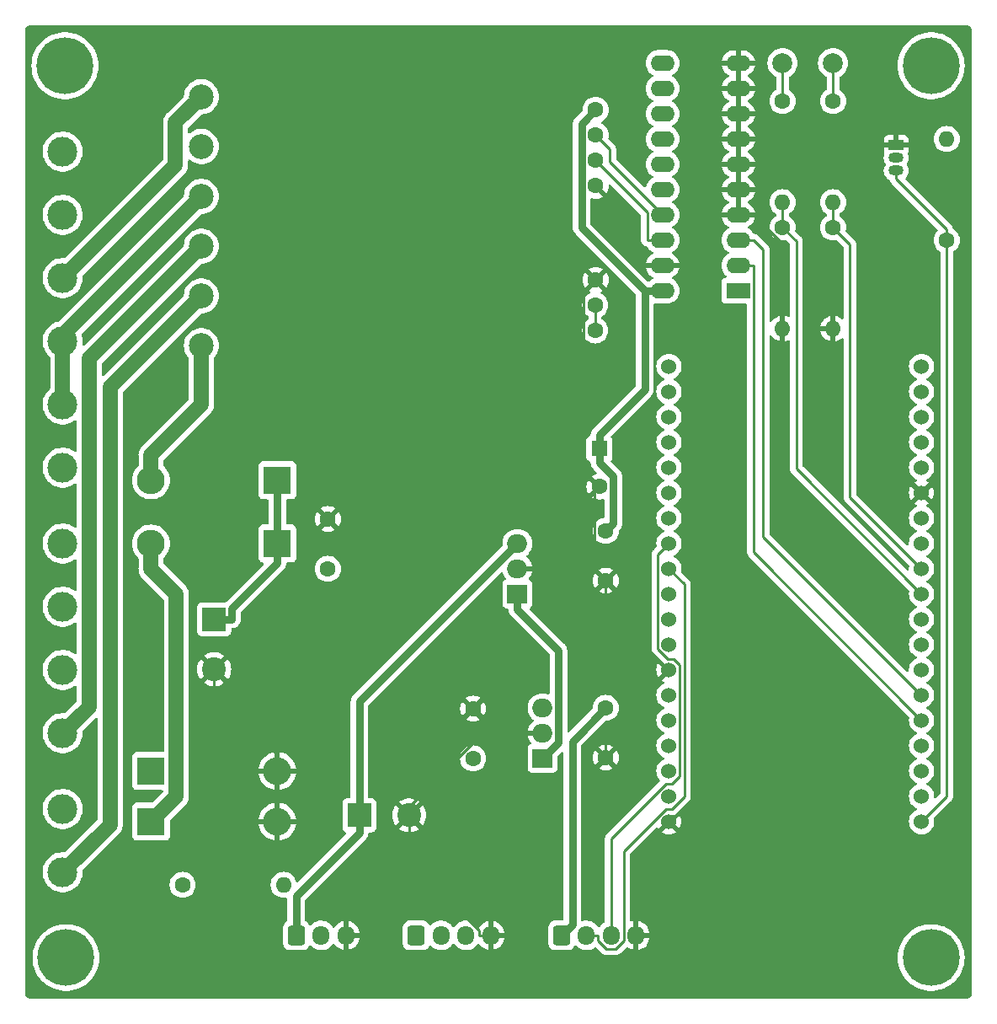
<source format=gbr>
G04 #@! TF.GenerationSoftware,KiCad,Pcbnew,7.0.9*
G04 #@! TF.CreationDate,2024-01-28T19:38:39+01:00*
G04 #@! TF.ProjectId,Labor Netzteil,4c61626f-7220-44e6-9574-7a7465696c2e,rev?*
G04 #@! TF.SameCoordinates,Original*
G04 #@! TF.FileFunction,Copper,L1,Top*
G04 #@! TF.FilePolarity,Positive*
%FSLAX46Y46*%
G04 Gerber Fmt 4.6, Leading zero omitted, Abs format (unit mm)*
G04 Created by KiCad (PCBNEW 7.0.9) date 2024-01-28 19:38:39*
%MOMM*%
%LPD*%
G01*
G04 APERTURE LIST*
G04 Aperture macros list*
%AMRoundRect*
0 Rectangle with rounded corners*
0 $1 Rounding radius*
0 $2 $3 $4 $5 $6 $7 $8 $9 X,Y pos of 4 corners*
0 Add a 4 corners polygon primitive as box body*
4,1,4,$2,$3,$4,$5,$6,$7,$8,$9,$2,$3,0*
0 Add four circle primitives for the rounded corners*
1,1,$1+$1,$2,$3*
1,1,$1+$1,$4,$5*
1,1,$1+$1,$6,$7*
1,1,$1+$1,$8,$9*
0 Add four rect primitives between the rounded corners*
20,1,$1+$1,$2,$3,$4,$5,0*
20,1,$1+$1,$4,$5,$6,$7,0*
20,1,$1+$1,$6,$7,$8,$9,0*
20,1,$1+$1,$8,$9,$2,$3,0*%
G04 Aperture macros list end*
G04 #@! TA.AperFunction,ComponentPad*
%ADD10C,5.700000*%
G04 #@! TD*
G04 #@! TA.AperFunction,ComponentPad*
%ADD11C,1.524000*%
G04 #@! TD*
G04 #@! TA.AperFunction,ComponentPad*
%ADD12R,2.800000X2.800000*%
G04 #@! TD*
G04 #@! TA.AperFunction,ComponentPad*
%ADD13O,2.800000X2.800000*%
G04 #@! TD*
G04 #@! TA.AperFunction,ComponentPad*
%ADD14C,3.000000*%
G04 #@! TD*
G04 #@! TA.AperFunction,ComponentPad*
%ADD15RoundRect,0.250000X-0.600000X-0.725000X0.600000X-0.725000X0.600000X0.725000X-0.600000X0.725000X0*%
G04 #@! TD*
G04 #@! TA.AperFunction,ComponentPad*
%ADD16O,1.700000X1.950000*%
G04 #@! TD*
G04 #@! TA.AperFunction,ComponentPad*
%ADD17C,2.500000*%
G04 #@! TD*
G04 #@! TA.AperFunction,ComponentPad*
%ADD18C,1.600000*%
G04 #@! TD*
G04 #@! TA.AperFunction,ComponentPad*
%ADD19R,2.000000X1.905000*%
G04 #@! TD*
G04 #@! TA.AperFunction,ComponentPad*
%ADD20O,2.000000X1.905000*%
G04 #@! TD*
G04 #@! TA.AperFunction,ComponentPad*
%ADD21R,2.400000X1.600000*%
G04 #@! TD*
G04 #@! TA.AperFunction,ComponentPad*
%ADD22O,2.400000X1.600000*%
G04 #@! TD*
G04 #@! TA.AperFunction,ComponentPad*
%ADD23O,1.600000X1.600000*%
G04 #@! TD*
G04 #@! TA.AperFunction,ComponentPad*
%ADD24R,1.500000X1.050000*%
G04 #@! TD*
G04 #@! TA.AperFunction,ComponentPad*
%ADD25O,1.500000X1.050000*%
G04 #@! TD*
G04 #@! TA.AperFunction,ComponentPad*
%ADD26C,2.000000*%
G04 #@! TD*
G04 #@! TA.AperFunction,ComponentPad*
%ADD27R,2.400000X2.400000*%
G04 #@! TD*
G04 #@! TA.AperFunction,ComponentPad*
%ADD28C,2.400000*%
G04 #@! TD*
G04 #@! TA.AperFunction,ComponentPad*
%ADD29R,1.600000X1.600000*%
G04 #@! TD*
G04 #@! TA.AperFunction,Conductor*
%ADD30C,0.250000*%
G04 #@! TD*
G04 #@! TA.AperFunction,Conductor*
%ADD31C,0.750000*%
G04 #@! TD*
G04 #@! TA.AperFunction,Conductor*
%ADD32C,1.500000*%
G04 #@! TD*
G04 APERTURE END LIST*
D10*
X103100000Y-40900000D03*
X190200000Y-40900000D03*
X190200000Y-130500000D03*
X103200000Y-130500000D03*
D11*
X189230000Y-116840000D03*
X189230000Y-114300000D03*
X189230000Y-111760000D03*
X189230000Y-109220000D03*
X189230000Y-106680000D03*
X189230000Y-104140000D03*
X189230000Y-101600000D03*
X189230000Y-99060000D03*
X189230000Y-96520000D03*
X189230000Y-93980000D03*
X189230000Y-91440000D03*
X189230000Y-88900000D03*
X189230000Y-86360000D03*
X189230000Y-83820000D03*
X189230000Y-81280000D03*
X189230000Y-78740000D03*
X189230000Y-76200000D03*
X189230000Y-73660000D03*
X189230000Y-71120000D03*
X163830000Y-71120000D03*
X163830000Y-73660000D03*
X163830000Y-76200000D03*
X163830000Y-78740000D03*
X163830000Y-81280000D03*
X163830000Y-83820000D03*
X163830000Y-86360000D03*
X163830000Y-88900000D03*
X163830000Y-91440000D03*
X163830000Y-93980000D03*
X163830000Y-96520000D03*
X163830000Y-99060000D03*
X163830000Y-101600000D03*
X163830000Y-104140000D03*
X163830000Y-106680000D03*
X163830000Y-109220000D03*
X163830000Y-111760000D03*
X163830000Y-114300000D03*
X163830000Y-116840000D03*
D12*
X124460000Y-82550000D03*
D13*
X111760000Y-82550000D03*
D12*
X111760000Y-116840000D03*
D13*
X124460000Y-116840000D03*
D14*
X102870000Y-49530000D03*
X102870000Y-55880000D03*
X102870000Y-62230000D03*
X102870000Y-88900000D03*
X102870000Y-95250000D03*
X102870000Y-101600000D03*
X102870000Y-107950000D03*
X102870000Y-115570000D03*
D15*
X138430000Y-128270000D03*
D16*
X140930000Y-128270000D03*
X143430000Y-128270000D03*
X145930000Y-128270000D03*
D15*
X153035000Y-128270000D03*
D16*
X155535000Y-128270000D03*
X158035000Y-128270000D03*
X160535000Y-128270000D03*
D15*
X126365000Y-128270000D03*
D16*
X128865000Y-128270000D03*
X131365000Y-128270000D03*
D17*
X116820000Y-44015000D03*
X116820000Y-49015000D03*
X116820000Y-54015000D03*
X116820000Y-59015000D03*
X116820000Y-64015000D03*
X116820000Y-69015000D03*
D18*
X156420000Y-67491000D03*
X156420000Y-64951000D03*
X156464000Y-62411000D03*
X156464000Y-52959000D03*
X156464000Y-50419000D03*
X156464000Y-47879000D03*
X156464000Y-45339000D03*
D19*
X148590000Y-93980000D03*
D20*
X148590000Y-91440000D03*
X148590000Y-88900000D03*
D21*
X170815000Y-63500000D03*
D22*
X170815000Y-60960000D03*
X170815000Y-58420000D03*
X170815000Y-55880000D03*
X170815000Y-53340000D03*
X170815000Y-50800000D03*
X170815000Y-48260000D03*
X170815000Y-45720000D03*
X170815000Y-43180000D03*
X170815000Y-40640000D03*
X163195000Y-40640000D03*
X163195000Y-43180000D03*
X163195000Y-45720000D03*
X163195000Y-48260000D03*
X163195000Y-50800000D03*
X163195000Y-53340000D03*
X163195000Y-55880000D03*
X163195000Y-58420000D03*
X163195000Y-60960000D03*
X163195000Y-63500000D03*
D12*
X111760000Y-111760000D03*
D13*
X124460000Y-111760000D03*
D18*
X129540000Y-91440000D03*
X129540000Y-86440000D03*
D12*
X124460000Y-88900000D03*
D13*
X111760000Y-88900000D03*
D18*
X144145000Y-110490000D03*
X144145000Y-105490000D03*
X157480000Y-105410000D03*
X157480000Y-110410000D03*
X157480000Y-87630000D03*
X157480000Y-92630000D03*
D14*
X102870000Y-81280000D03*
X102870000Y-74930000D03*
D18*
X191770000Y-58420000D03*
D23*
X191770000Y-48260000D03*
D24*
X186690000Y-48895000D03*
D25*
X186690000Y-50165000D03*
X186690000Y-51435000D03*
D18*
X175260000Y-44450000D03*
D23*
X175260000Y-54610000D03*
D18*
X175260000Y-57150000D03*
D23*
X175260000Y-67310000D03*
D18*
X180340000Y-44450000D03*
D23*
X180340000Y-54610000D03*
D18*
X180340000Y-57150000D03*
D23*
X180340000Y-67310000D03*
D26*
X175260000Y-40640000D03*
X180340000Y-40640000D03*
D27*
X118110000Y-96520000D03*
D28*
X118110000Y-101520000D03*
D14*
X102870000Y-121920000D03*
X102870000Y-68580000D03*
D27*
X132715000Y-116205000D03*
D28*
X137715000Y-116205000D03*
D18*
X114935000Y-123190000D03*
D23*
X125095000Y-123190000D03*
D19*
X151130000Y-110490000D03*
D20*
X151130000Y-107950000D03*
X151130000Y-105410000D03*
D29*
X156845000Y-79375000D03*
D18*
X156845000Y-83175000D03*
D30*
X155247000Y-81577000D02*
X156845000Y-83175000D01*
X144754700Y-128270000D02*
X144754700Y-127755800D01*
X156335100Y-91485100D02*
X157480000Y-92630000D01*
X157480000Y-92630000D02*
X157480000Y-95250000D01*
X137715000Y-116205000D02*
X137715000Y-123095300D01*
X137715000Y-123095300D02*
X132540300Y-128270000D01*
X157480000Y-107950000D02*
X157480000Y-110410000D01*
X155247000Y-63628000D02*
X155247000Y-81577000D01*
X170815000Y-45720000D02*
X170815000Y-48260000D01*
X156335100Y-91440000D02*
X156335100Y-91485100D01*
X156845000Y-83175000D02*
X156335100Y-83684900D01*
X175260000Y-67310000D02*
X175260000Y-58799700D01*
X131365000Y-128270000D02*
X132540300Y-128270000D01*
X156464000Y-62411000D02*
X155247000Y-63628000D01*
X127133900Y-88846100D02*
X127133900Y-92496100D01*
X175260000Y-58799700D02*
X172340300Y-55880000D01*
X129540000Y-86440000D02*
X127133900Y-88846100D01*
X140094200Y-123095300D02*
X137715000Y-123095300D01*
X156335100Y-91440000D02*
X149915300Y-91440000D01*
X127133900Y-92496100D02*
X118110000Y-101520000D01*
X124460000Y-111760000D02*
X124460000Y-110034700D01*
X156335100Y-83684900D02*
X156335100Y-91440000D01*
X151130000Y-107950000D02*
X146605000Y-107950000D01*
X145833500Y-107178500D02*
X137715000Y-115297000D01*
X170815000Y-50800000D02*
X170815000Y-53340000D01*
X145930000Y-128270000D02*
X144754700Y-128270000D01*
X170815000Y-43180000D02*
X170815000Y-45720000D01*
X124460000Y-111760000D02*
X124460000Y-116840000D01*
X144754700Y-127755800D02*
X140094200Y-123095300D01*
X146605000Y-107950000D02*
X145833500Y-107178500D01*
X148590000Y-91440000D02*
X149915300Y-91440000D01*
X145833500Y-107178500D02*
X144145000Y-105490000D01*
X118110000Y-103684700D02*
X118110000Y-101520000D01*
X160535000Y-128270000D02*
X160535000Y-120135000D01*
X170815000Y-55880000D02*
X172340300Y-55880000D01*
X170815000Y-40640000D02*
X170815000Y-43180000D01*
X137715000Y-115297000D02*
X137715000Y-116205000D01*
X170815000Y-53340000D02*
X170815000Y-55880000D01*
X163830000Y-101600000D02*
X157480000Y-107950000D01*
X170815000Y-48260000D02*
X170815000Y-50800000D01*
X157480000Y-95250000D02*
X163830000Y-101600000D01*
X124460000Y-110034700D02*
X118110000Y-103684700D01*
X160535000Y-120135000D02*
X163830000Y-116840000D01*
D31*
X132715000Y-116205000D02*
X132715000Y-104775000D01*
X126365000Y-124330300D02*
X126365000Y-128270000D01*
X156845000Y-79375000D02*
X156845000Y-77999700D01*
X161419700Y-63500000D02*
X161419700Y-73425000D01*
X132715000Y-116205000D02*
X132715000Y-117980300D01*
X161419700Y-73425000D02*
X156845000Y-77999700D01*
X132715000Y-104775000D02*
X148590000Y-88900000D01*
X163195000Y-63500000D02*
X161657300Y-63500000D01*
X161419700Y-63500000D02*
X155046200Y-57126500D01*
X158245500Y-86864500D02*
X157480000Y-87630000D01*
X156845000Y-79375000D02*
X156845000Y-80750300D01*
X155046200Y-46756800D02*
X156464000Y-45339000D01*
X156845000Y-80750300D02*
X158245500Y-82150800D01*
X132715000Y-117980300D02*
X126365000Y-124330300D01*
X158245500Y-82150800D02*
X158245500Y-86864500D01*
X161657300Y-63500000D02*
X161419700Y-63500000D01*
X155046200Y-57126500D02*
X155046200Y-46756800D01*
X154109600Y-127195400D02*
X153035000Y-128270000D01*
X157480000Y-105410000D02*
X154109600Y-108780400D01*
X154109600Y-108780400D02*
X154109600Y-127195400D01*
D32*
X111760000Y-82550000D02*
X111760000Y-79999700D01*
X111760000Y-79999700D02*
X116820000Y-74939700D01*
X116820000Y-74939700D02*
X116820000Y-69015000D01*
X111760000Y-88900000D02*
X111760000Y-91450300D01*
X114310400Y-114289600D02*
X114310400Y-94000700D01*
X114310400Y-94000700D02*
X111760000Y-91450300D01*
X111760000Y-116840000D02*
X114310400Y-114289600D01*
X114220400Y-46614600D02*
X116820000Y-44015000D01*
X114220400Y-50879600D02*
X114220400Y-46614600D01*
X102870000Y-62230000D02*
X114220400Y-50879600D01*
X102870000Y-68580000D02*
X102870000Y-67965000D01*
X102870000Y-74930000D02*
X102870000Y-68580000D01*
X102870000Y-67965000D02*
X116820000Y-54015000D01*
X105520400Y-105299600D02*
X105520400Y-70314600D01*
X102870000Y-107950000D02*
X105520400Y-105299600D01*
X105520400Y-70314600D02*
X116820000Y-59015000D01*
X107643300Y-73191700D02*
X116820000Y-64015000D01*
X107643300Y-117146700D02*
X107643300Y-73191700D01*
X102870000Y-121920000D02*
X107643300Y-117146700D01*
D30*
X191770000Y-58420000D02*
X191770000Y-114300000D01*
X186690000Y-52285300D02*
X191770000Y-57365300D01*
X191770000Y-57365300D02*
X191770000Y-58420000D01*
X186690000Y-51435000D02*
X186690000Y-52285300D01*
X191770000Y-114300000D02*
X189230000Y-116840000D01*
X157878600Y-50563600D02*
X157878600Y-49293600D01*
X157878600Y-49293600D02*
X156464000Y-47879000D01*
X163195000Y-55880000D02*
X157878600Y-50563600D01*
X161669700Y-58420000D02*
X161669700Y-55624700D01*
X161669700Y-55624700D02*
X156464000Y-50419000D01*
X163195000Y-58420000D02*
X161669700Y-58420000D01*
X156420000Y-64951000D02*
X156420000Y-67491000D01*
X170815000Y-60960000D02*
X172340300Y-60960000D01*
X172340300Y-89790300D02*
X172340300Y-60960000D01*
X189230000Y-106680000D02*
X172340300Y-89790300D01*
X173311400Y-88221400D02*
X173311400Y-59391100D01*
X173311400Y-59391100D02*
X172340300Y-58420000D01*
X170815000Y-58420000D02*
X172340300Y-58420000D01*
X189230000Y-104140000D02*
X173311400Y-88221400D01*
D31*
X148590000Y-93980000D02*
X148590000Y-95507800D01*
X152719100Y-99636900D02*
X148590000Y-95507800D01*
X152719100Y-108900900D02*
X152719100Y-99636900D01*
X119885300Y-95450000D02*
X119885300Y-96520000D01*
X118110000Y-96520000D02*
X119885300Y-96520000D01*
X124460000Y-88900000D02*
X124460000Y-90875300D01*
X124460000Y-88900000D02*
X124460000Y-82550000D01*
X151130000Y-110490000D02*
X152719100Y-108900900D01*
X124460000Y-90875300D02*
X119885300Y-95450000D01*
D30*
X162731000Y-89999000D02*
X162731000Y-99498800D01*
X164329100Y-100508500D02*
X164936100Y-101115500D01*
X163830000Y-88900000D02*
X162731000Y-89999000D01*
X164161300Y-113030000D02*
X163536200Y-113030000D01*
X164936100Y-112255200D02*
X164161300Y-113030000D01*
X158035000Y-118531200D02*
X158035000Y-128270000D01*
X163740700Y-100508500D02*
X164329100Y-100508500D01*
X164936100Y-101115500D02*
X164936100Y-112255200D01*
X163536200Y-113030000D02*
X158035000Y-118531200D01*
X162731000Y-99498800D02*
X163740700Y-100508500D01*
X156710300Y-128784200D02*
X157528700Y-129602600D01*
X164148300Y-115570000D02*
X165390000Y-114328300D01*
X159285000Y-128807600D02*
X159285000Y-119835000D01*
X159285000Y-119835000D02*
X163550000Y-115570000D01*
X165390000Y-114328300D02*
X165390000Y-93000000D01*
X158490000Y-129602600D02*
X159285000Y-128807600D01*
X155535000Y-128270000D02*
X156710300Y-128270000D01*
X156710300Y-128270000D02*
X156710300Y-128784200D01*
X157528700Y-129602600D02*
X158490000Y-129602600D01*
X165390000Y-93000000D02*
X163830000Y-91440000D01*
X163550000Y-115570000D02*
X164148300Y-115570000D01*
X175260000Y-40640000D02*
X175260000Y-44450000D01*
X180340000Y-40640000D02*
X180340000Y-44450000D01*
X175260000Y-54610000D02*
X175260000Y-55735300D01*
X175260000Y-57150000D02*
X175260000Y-55735300D01*
X176639100Y-58529100D02*
X175260000Y-57150000D01*
X189230000Y-93980000D02*
X176639200Y-81389200D01*
X176639200Y-58529100D02*
X176639100Y-58529100D01*
X176639200Y-81389200D02*
X176639200Y-58529100D01*
X180340000Y-54610000D02*
X180340000Y-57150000D01*
X182032000Y-84242000D02*
X189230000Y-91440000D01*
X182032000Y-58842000D02*
X182032000Y-84242000D01*
X180340000Y-57150000D02*
X182032000Y-58842000D01*
G04 #@! TA.AperFunction,Conductor*
G36*
X175510000Y-68588872D02*
G01*
X175706317Y-68536269D01*
X175706326Y-68536265D01*
X175829295Y-68478925D01*
X175898373Y-68468433D01*
X175962157Y-68496953D01*
X176000396Y-68555429D01*
X176005700Y-68591307D01*
X176005700Y-81305566D01*
X176003961Y-81321313D01*
X176004232Y-81321339D01*
X176003498Y-81329105D01*
X176005700Y-81399157D01*
X176005700Y-81429059D01*
X176006584Y-81436056D01*
X176007042Y-81441879D01*
X176008526Y-81489089D01*
X176008527Y-81489091D01*
X176014222Y-81508695D01*
X176018167Y-81527742D01*
X176020726Y-81547997D01*
X176020727Y-81548000D01*
X176020728Y-81548003D01*
X176038114Y-81591916D01*
X176040006Y-81597444D01*
X176053181Y-81642792D01*
X176063572Y-81660362D01*
X176072132Y-81677835D01*
X176079647Y-81696817D01*
X176107409Y-81735027D01*
X176110616Y-81739910D01*
X176134658Y-81780562D01*
X176134662Y-81780566D01*
X176149089Y-81794993D01*
X176161727Y-81809789D01*
X176173728Y-81826307D01*
X176173730Y-81826309D01*
X176183148Y-81834100D01*
X176210131Y-81856422D01*
X176214431Y-81860335D01*
X185041579Y-90687484D01*
X187952690Y-93598595D01*
X187986175Y-93659918D01*
X187984785Y-93718366D01*
X187974023Y-93758533D01*
X187974021Y-93758543D01*
X187954647Y-93979997D01*
X187954647Y-93980002D01*
X187974021Y-94201457D01*
X187974022Y-94201465D01*
X188031558Y-94416191D01*
X188031559Y-94416193D01*
X188031560Y-94416196D01*
X188046364Y-94447943D01*
X188125511Y-94617676D01*
X188125512Y-94617677D01*
X188253023Y-94799781D01*
X188410219Y-94956977D01*
X188563789Y-95064508D01*
X188592323Y-95084488D01*
X188706261Y-95137618D01*
X188758700Y-95183790D01*
X188777852Y-95250984D01*
X188757636Y-95317865D01*
X188706261Y-95362382D01*
X188592323Y-95415512D01*
X188592319Y-95415514D01*
X188410217Y-95543023D01*
X188253023Y-95700217D01*
X188125514Y-95882319D01*
X188125512Y-95882323D01*
X188031561Y-96083800D01*
X187974022Y-96298535D01*
X187974021Y-96298542D01*
X187954647Y-96519997D01*
X187954647Y-96520002D01*
X187974021Y-96741457D01*
X187974022Y-96741465D01*
X188031558Y-96956191D01*
X188031559Y-96956193D01*
X188031560Y-96956196D01*
X188035284Y-96964182D01*
X188125511Y-97157676D01*
X188125512Y-97157677D01*
X188253023Y-97339781D01*
X188410219Y-97496977D01*
X188563789Y-97604508D01*
X188592323Y-97624488D01*
X188706261Y-97677618D01*
X188758700Y-97723790D01*
X188777852Y-97790984D01*
X188757636Y-97857865D01*
X188706261Y-97902382D01*
X188592323Y-97955512D01*
X188592319Y-97955514D01*
X188410217Y-98083023D01*
X188253023Y-98240217D01*
X188125514Y-98422319D01*
X188125512Y-98422323D01*
X188031561Y-98623800D01*
X187974022Y-98838535D01*
X187974021Y-98838542D01*
X187954647Y-99059997D01*
X187954647Y-99060002D01*
X187974021Y-99281457D01*
X187974022Y-99281465D01*
X188031558Y-99496191D01*
X188031559Y-99496193D01*
X188031560Y-99496196D01*
X188051361Y-99538659D01*
X188125511Y-99697676D01*
X188132071Y-99707044D01*
X188253023Y-99879781D01*
X188410219Y-100036977D01*
X188576289Y-100153261D01*
X188592323Y-100164488D01*
X188706261Y-100217618D01*
X188758700Y-100263790D01*
X188777852Y-100330984D01*
X188757636Y-100397865D01*
X188706261Y-100442382D01*
X188592323Y-100495512D01*
X188592319Y-100495514D01*
X188410217Y-100623023D01*
X188253023Y-100780217D01*
X188125514Y-100962319D01*
X188125512Y-100962323D01*
X188031561Y-101163800D01*
X187974022Y-101378535D01*
X187974021Y-101378542D01*
X187954647Y-101599997D01*
X187954647Y-101600003D01*
X187960307Y-101664707D01*
X187946540Y-101733207D01*
X187897924Y-101783389D01*
X187829895Y-101799322D01*
X187764052Y-101775946D01*
X187749098Y-101763194D01*
X180982455Y-94996551D01*
X173981219Y-87995314D01*
X173947734Y-87933991D01*
X173944900Y-87907633D01*
X173944900Y-68091601D01*
X173964585Y-68024562D01*
X174017389Y-67978807D01*
X174086547Y-67968863D01*
X174150103Y-67997888D01*
X174170475Y-68020477D01*
X174260342Y-68148820D01*
X174421179Y-68309657D01*
X174607517Y-68440134D01*
X174813673Y-68536265D01*
X174813682Y-68536269D01*
X175009999Y-68588872D01*
X175010000Y-68588871D01*
X175010000Y-67625686D01*
X175021955Y-67637641D01*
X175134852Y-67695165D01*
X175228519Y-67710000D01*
X175291481Y-67710000D01*
X175385148Y-67695165D01*
X175498045Y-67637641D01*
X175510000Y-67625686D01*
X175510000Y-68588872D01*
G37*
G04 #@! TD.AperFunction*
G04 #@! TA.AperFunction,Conductor*
G36*
X171065000Y-55564314D02*
G01*
X171053045Y-55552359D01*
X170940148Y-55494835D01*
X170846481Y-55480000D01*
X170783519Y-55480000D01*
X170689852Y-55494835D01*
X170576955Y-55552359D01*
X170565000Y-55564314D01*
X170565000Y-53655686D01*
X170576955Y-53667641D01*
X170689852Y-53725165D01*
X170783519Y-53740000D01*
X170846481Y-53740000D01*
X170940148Y-53725165D01*
X171053045Y-53667641D01*
X171065000Y-53655686D01*
X171065000Y-55564314D01*
G37*
G04 #@! TD.AperFunction*
G04 #@! TA.AperFunction,Conductor*
G36*
X171065000Y-53024314D02*
G01*
X171053045Y-53012359D01*
X170940148Y-52954835D01*
X170846481Y-52940000D01*
X170783519Y-52940000D01*
X170689852Y-52954835D01*
X170576955Y-53012359D01*
X170565000Y-53024314D01*
X170565000Y-51115686D01*
X170576955Y-51127641D01*
X170689852Y-51185165D01*
X170783519Y-51200000D01*
X170846481Y-51200000D01*
X170940148Y-51185165D01*
X171053045Y-51127641D01*
X171065000Y-51115686D01*
X171065000Y-53024314D01*
G37*
G04 #@! TD.AperFunction*
G04 #@! TA.AperFunction,Conductor*
G36*
X171065000Y-50484314D02*
G01*
X171053045Y-50472359D01*
X170940148Y-50414835D01*
X170846481Y-50400000D01*
X170783519Y-50400000D01*
X170689852Y-50414835D01*
X170576955Y-50472359D01*
X170565000Y-50484314D01*
X170565000Y-48575686D01*
X170576955Y-48587641D01*
X170689852Y-48645165D01*
X170783519Y-48660000D01*
X170846481Y-48660000D01*
X170940148Y-48645165D01*
X171053045Y-48587641D01*
X171065000Y-48575686D01*
X171065000Y-50484314D01*
G37*
G04 #@! TD.AperFunction*
G04 #@! TA.AperFunction,Conductor*
G36*
X171065000Y-47944314D02*
G01*
X171053045Y-47932359D01*
X170940148Y-47874835D01*
X170846481Y-47860000D01*
X170783519Y-47860000D01*
X170689852Y-47874835D01*
X170576955Y-47932359D01*
X170565000Y-47944314D01*
X170565000Y-46035686D01*
X170576955Y-46047641D01*
X170689852Y-46105165D01*
X170783519Y-46120000D01*
X170846481Y-46120000D01*
X170940148Y-46105165D01*
X171053045Y-46047641D01*
X171065000Y-46035686D01*
X171065000Y-47944314D01*
G37*
G04 #@! TD.AperFunction*
G04 #@! TA.AperFunction,Conductor*
G36*
X171065000Y-45404314D02*
G01*
X171053045Y-45392359D01*
X170940148Y-45334835D01*
X170846481Y-45320000D01*
X170783519Y-45320000D01*
X170689852Y-45334835D01*
X170576955Y-45392359D01*
X170565000Y-45404314D01*
X170565000Y-43495686D01*
X170576955Y-43507641D01*
X170689852Y-43565165D01*
X170783519Y-43580000D01*
X170846481Y-43580000D01*
X170940148Y-43565165D01*
X171053045Y-43507641D01*
X171065000Y-43495686D01*
X171065000Y-45404314D01*
G37*
G04 #@! TD.AperFunction*
G04 #@! TA.AperFunction,Conductor*
G36*
X171065000Y-42864314D02*
G01*
X171053045Y-42852359D01*
X170940148Y-42794835D01*
X170846481Y-42780000D01*
X170783519Y-42780000D01*
X170689852Y-42794835D01*
X170576955Y-42852359D01*
X170565000Y-42864314D01*
X170565000Y-40955686D01*
X170576955Y-40967641D01*
X170689852Y-41025165D01*
X170783519Y-41040000D01*
X170846481Y-41040000D01*
X170940148Y-41025165D01*
X171053045Y-40967641D01*
X171065000Y-40955686D01*
X171065000Y-42864314D01*
G37*
G04 #@! TD.AperFunction*
G04 #@! TA.AperFunction,Conductor*
G36*
X157962398Y-52815504D02*
G01*
X157977353Y-52828257D01*
X160999881Y-55850785D01*
X161033366Y-55912108D01*
X161036200Y-55938466D01*
X161036200Y-58348393D01*
X161034004Y-58371628D01*
X161032425Y-58379903D01*
X161032425Y-58379906D01*
X161036078Y-58437981D01*
X161036200Y-58441852D01*
X161036200Y-58459861D01*
X161038456Y-58477719D01*
X161038821Y-58481586D01*
X161040436Y-58507246D01*
X161042475Y-58539649D01*
X161045079Y-58547663D01*
X161050170Y-58570437D01*
X161051225Y-58578794D01*
X161051227Y-58578800D01*
X161072638Y-58632878D01*
X161073957Y-58636543D01*
X161091936Y-58691876D01*
X161096450Y-58698988D01*
X161107046Y-58719782D01*
X161110149Y-58727619D01*
X161144342Y-58774682D01*
X161146531Y-58777904D01*
X161177698Y-58827016D01*
X161177699Y-58827017D01*
X161177700Y-58827018D01*
X161183845Y-58832788D01*
X161199282Y-58850299D01*
X161204225Y-58857104D01*
X161204227Y-58857105D01*
X161204228Y-58857107D01*
X161236148Y-58883513D01*
X161249044Y-58894182D01*
X161251966Y-58896758D01*
X161294380Y-58936587D01*
X161294384Y-58936590D01*
X161301759Y-58940644D01*
X161321062Y-58953761D01*
X161323220Y-58955546D01*
X161327556Y-58959133D01*
X161327555Y-58959133D01*
X161380190Y-58983901D01*
X161383661Y-58985669D01*
X161434640Y-59013695D01*
X161442802Y-59015790D01*
X161464759Y-59023696D01*
X161472382Y-59027283D01*
X161529537Y-59038185D01*
X161533315Y-59039030D01*
X161589670Y-59053500D01*
X161589677Y-59053500D01*
X161591682Y-59053754D01*
X161593145Y-59054392D01*
X161597226Y-59055440D01*
X161597056Y-59056098D01*
X161655725Y-59081686D01*
X161677714Y-59105652D01*
X161766397Y-59232303D01*
X161788802Y-59264300D01*
X161950700Y-59426198D01*
X162105754Y-59534768D01*
X162138251Y-59557523D01*
X162191401Y-59582307D01*
X162243840Y-59628479D01*
X162262992Y-59695673D01*
X162242776Y-59762554D01*
X162191401Y-59807071D01*
X162142517Y-59829865D01*
X161956179Y-59960342D01*
X161795342Y-60121179D01*
X161664865Y-60307517D01*
X161568734Y-60513673D01*
X161568730Y-60513682D01*
X161516127Y-60709999D01*
X161516128Y-60710000D01*
X162879314Y-60710000D01*
X162867359Y-60721955D01*
X162809835Y-60834852D01*
X162790014Y-60960000D01*
X162809835Y-61085148D01*
X162867359Y-61198045D01*
X162879314Y-61210000D01*
X161516128Y-61210000D01*
X161568730Y-61406317D01*
X161568734Y-61406326D01*
X161664865Y-61612482D01*
X161795342Y-61798820D01*
X161956179Y-61959657D01*
X162142517Y-62090133D01*
X162191399Y-62112927D01*
X162243839Y-62159099D01*
X162262992Y-62226292D01*
X162242777Y-62293174D01*
X162191402Y-62337691D01*
X162138256Y-62362474D01*
X162138252Y-62362476D01*
X162122561Y-62373463D01*
X161950700Y-62493802D01*
X161950698Y-62493803D01*
X161950695Y-62493806D01*
X161894511Y-62549991D01*
X161833188Y-62583476D01*
X161763496Y-62578492D01*
X161719149Y-62549991D01*
X155966019Y-56796861D01*
X155932534Y-56735538D01*
X155929700Y-56709180D01*
X155929700Y-54323293D01*
X155949385Y-54256254D01*
X156002189Y-54210499D01*
X156071347Y-54200555D01*
X156085794Y-54203518D01*
X156237393Y-54244140D01*
X156237400Y-54244141D01*
X156463998Y-54263966D01*
X156464002Y-54263966D01*
X156690599Y-54244141D01*
X156690610Y-54244139D01*
X156910317Y-54185269D01*
X156910331Y-54185264D01*
X157116478Y-54089136D01*
X157189472Y-54038025D01*
X156508400Y-53356953D01*
X156589148Y-53344165D01*
X156702045Y-53286641D01*
X156791641Y-53197045D01*
X156849165Y-53084148D01*
X156861953Y-53003400D01*
X157543025Y-53684472D01*
X157594136Y-53611478D01*
X157690264Y-53405331D01*
X157690269Y-53405317D01*
X157749139Y-53185610D01*
X157749141Y-53185599D01*
X157768966Y-52959002D01*
X157768966Y-52958999D01*
X157766144Y-52926746D01*
X157779910Y-52858246D01*
X157828525Y-52808063D01*
X157896554Y-52792129D01*
X157962398Y-52815504D01*
G37*
G04 #@! TD.AperFunction*
G04 #@! TA.AperFunction,Conductor*
G36*
X193814032Y-36856030D02*
G01*
X193890347Y-36866077D01*
X193916623Y-36869537D01*
X193947890Y-36877915D01*
X193992649Y-36896454D01*
X194032168Y-36912823D01*
X194060197Y-36929005D01*
X194095460Y-36956064D01*
X194132571Y-36984541D01*
X194155458Y-37007428D01*
X194210991Y-37079798D01*
X194227177Y-37107834D01*
X194262084Y-37192109D01*
X194270462Y-37223375D01*
X194276705Y-37270790D01*
X194283832Y-37324928D01*
X194283969Y-37325964D01*
X194284500Y-37334065D01*
X194284500Y-134115934D01*
X194283969Y-134124035D01*
X194270462Y-134226624D01*
X194262084Y-134257890D01*
X194227177Y-134342165D01*
X194210991Y-134370201D01*
X194155458Y-134442571D01*
X194132571Y-134465458D01*
X194060201Y-134520991D01*
X194032165Y-134537177D01*
X193947890Y-134572084D01*
X193916624Y-134580462D01*
X193833514Y-134591404D01*
X193814031Y-134593969D01*
X193805934Y-134594500D01*
X99564066Y-134594500D01*
X99555968Y-134593969D01*
X99533850Y-134591057D01*
X99453375Y-134580462D01*
X99422109Y-134572084D01*
X99337834Y-134537177D01*
X99309800Y-134520992D01*
X99274540Y-134493936D01*
X99237428Y-134465458D01*
X99214541Y-134442571D01*
X99182912Y-134401352D01*
X99159005Y-134370197D01*
X99142823Y-134342168D01*
X99123145Y-134294660D01*
X99107915Y-134257890D01*
X99099537Y-134226623D01*
X99086031Y-134124034D01*
X99085500Y-134115933D01*
X99085500Y-130500002D01*
X99836567Y-130500002D01*
X99856283Y-130863648D01*
X99915203Y-131223044D01*
X99915204Y-131223047D01*
X100012629Y-131573943D01*
X100012630Y-131573945D01*
X100147426Y-131912259D01*
X100147435Y-131912277D01*
X100318021Y-132234036D01*
X100318023Y-132234040D01*
X100522393Y-132535462D01*
X100758162Y-132813030D01*
X101022558Y-133063480D01*
X101022559Y-133063481D01*
X101194672Y-133194317D01*
X101312485Y-133283876D01*
X101624540Y-133471634D01*
X101624544Y-133471635D01*
X101624548Y-133471638D01*
X101955054Y-133624546D01*
X101955065Y-133624551D01*
X102300186Y-133740836D01*
X102655857Y-133819125D01*
X103017907Y-133858500D01*
X103017913Y-133858500D01*
X103382087Y-133858500D01*
X103382093Y-133858500D01*
X103744143Y-133819125D01*
X104099814Y-133740836D01*
X104444935Y-133624551D01*
X104775460Y-133471634D01*
X105087515Y-133283876D01*
X105377440Y-133063481D01*
X105641837Y-132813031D01*
X105877606Y-132535463D01*
X106081982Y-132234031D01*
X106252569Y-131912269D01*
X106387368Y-131573949D01*
X106484798Y-131223039D01*
X106543716Y-130863651D01*
X106563433Y-130500002D01*
X186836567Y-130500002D01*
X186856283Y-130863648D01*
X186915203Y-131223044D01*
X186915204Y-131223047D01*
X187012629Y-131573943D01*
X187012630Y-131573945D01*
X187147426Y-131912259D01*
X187147435Y-131912277D01*
X187318021Y-132234036D01*
X187318023Y-132234040D01*
X187522393Y-132535462D01*
X187758162Y-132813030D01*
X188022558Y-133063480D01*
X188022559Y-133063481D01*
X188194672Y-133194317D01*
X188312485Y-133283876D01*
X188624540Y-133471634D01*
X188624544Y-133471635D01*
X188624548Y-133471638D01*
X188955054Y-133624546D01*
X188955065Y-133624551D01*
X189300186Y-133740836D01*
X189655857Y-133819125D01*
X190017907Y-133858500D01*
X190017913Y-133858500D01*
X190382087Y-133858500D01*
X190382093Y-133858500D01*
X190744143Y-133819125D01*
X191099814Y-133740836D01*
X191444935Y-133624551D01*
X191775460Y-133471634D01*
X192087515Y-133283876D01*
X192377440Y-133063481D01*
X192641837Y-132813031D01*
X192877606Y-132535463D01*
X193081982Y-132234031D01*
X193252569Y-131912269D01*
X193387368Y-131573949D01*
X193484798Y-131223039D01*
X193543716Y-130863651D01*
X193563433Y-130500000D01*
X193543716Y-130136349D01*
X193484798Y-129776961D01*
X193426947Y-129568600D01*
X193387370Y-129426056D01*
X193387369Y-129426054D01*
X193252573Y-129087740D01*
X193252564Y-129087722D01*
X193081982Y-128765969D01*
X193081978Y-128765963D01*
X193081976Y-128765959D01*
X192877606Y-128464537D01*
X192641837Y-128186969D01*
X192377441Y-127936519D01*
X192377440Y-127936518D01*
X192087512Y-127716122D01*
X191775464Y-127528368D01*
X191775451Y-127528361D01*
X191444945Y-127375453D01*
X191444940Y-127375451D01*
X191444935Y-127375449D01*
X191276708Y-127318766D01*
X191099813Y-127259163D01*
X190744141Y-127180874D01*
X190382094Y-127141500D01*
X190382093Y-127141500D01*
X190017907Y-127141500D01*
X190017905Y-127141500D01*
X189655858Y-127180874D01*
X189300186Y-127259163D01*
X189033399Y-127349055D01*
X188955065Y-127375449D01*
X188955062Y-127375450D01*
X188955054Y-127375453D01*
X188624548Y-127528361D01*
X188624535Y-127528368D01*
X188312487Y-127716122D01*
X188022559Y-127936518D01*
X188022558Y-127936519D01*
X187758162Y-128186969D01*
X187522393Y-128464537D01*
X187318023Y-128765959D01*
X187318021Y-128765963D01*
X187147435Y-129087722D01*
X187147426Y-129087740D01*
X187012630Y-129426054D01*
X187012629Y-129426056D01*
X186915204Y-129776952D01*
X186915203Y-129776955D01*
X186856283Y-130136351D01*
X186836567Y-130499997D01*
X186836567Y-130500002D01*
X106563433Y-130500002D01*
X106563433Y-130500000D01*
X106543716Y-130136349D01*
X106484798Y-129776961D01*
X106426947Y-129568600D01*
X106387370Y-129426056D01*
X106387369Y-129426054D01*
X106252573Y-129087740D01*
X106252564Y-129087722D01*
X106081982Y-128765969D01*
X106081978Y-128765963D01*
X106081976Y-128765959D01*
X105877606Y-128464537D01*
X105641837Y-128186969D01*
X105377441Y-127936519D01*
X105377440Y-127936518D01*
X105087512Y-127716122D01*
X104775464Y-127528368D01*
X104775451Y-127528361D01*
X104444945Y-127375453D01*
X104444940Y-127375451D01*
X104444935Y-127375449D01*
X104276708Y-127318766D01*
X104099813Y-127259163D01*
X103744141Y-127180874D01*
X103382094Y-127141500D01*
X103382093Y-127141500D01*
X103017907Y-127141500D01*
X103017905Y-127141500D01*
X102655858Y-127180874D01*
X102300186Y-127259163D01*
X102033399Y-127349055D01*
X101955065Y-127375449D01*
X101955062Y-127375450D01*
X101955054Y-127375453D01*
X101624548Y-127528361D01*
X101624535Y-127528368D01*
X101312487Y-127716122D01*
X101022559Y-127936518D01*
X101022558Y-127936519D01*
X100758162Y-128186969D01*
X100522393Y-128464537D01*
X100318023Y-128765959D01*
X100318021Y-128765963D01*
X100147435Y-129087722D01*
X100147426Y-129087740D01*
X100012630Y-129426054D01*
X100012629Y-129426056D01*
X99915204Y-129776952D01*
X99915203Y-129776955D01*
X99856283Y-130136351D01*
X99836567Y-130499997D01*
X99836567Y-130500002D01*
X99085500Y-130500002D01*
X99085500Y-121920000D01*
X100856807Y-121920000D01*
X100875557Y-122194130D01*
X100875558Y-122194132D01*
X100931458Y-122463141D01*
X100931463Y-122463158D01*
X101023476Y-122722056D01*
X101149889Y-122966024D01*
X101149893Y-122966030D01*
X101308340Y-123190499D01*
X101308343Y-123190502D01*
X101495889Y-123391314D01*
X101709031Y-123564718D01*
X101709033Y-123564719D01*
X101709034Y-123564720D01*
X101943801Y-123707485D01*
X102148348Y-123796331D01*
X102195823Y-123816953D01*
X102460404Y-123891085D01*
X102699720Y-123923978D01*
X102732614Y-123928500D01*
X102732615Y-123928500D01*
X103007386Y-123928500D01*
X103036733Y-123924466D01*
X103279596Y-123891085D01*
X103544177Y-123816953D01*
X103796200Y-123707484D01*
X104030969Y-123564718D01*
X104244111Y-123391314D01*
X104431657Y-123190502D01*
X104432011Y-123190001D01*
X113621502Y-123190001D01*
X113641456Y-123418081D01*
X113641457Y-123418089D01*
X113700714Y-123639238D01*
X113700718Y-123639249D01*
X113783583Y-123816953D01*
X113797477Y-123846749D01*
X113928802Y-124034300D01*
X114090700Y-124196198D01*
X114278251Y-124327523D01*
X114403091Y-124385736D01*
X114485750Y-124424281D01*
X114485752Y-124424281D01*
X114485757Y-124424284D01*
X114706913Y-124483543D01*
X114869832Y-124497796D01*
X114934998Y-124503498D01*
X114935000Y-124503498D01*
X114935002Y-124503498D01*
X114992021Y-124498509D01*
X115163087Y-124483543D01*
X115384243Y-124424284D01*
X115591749Y-124327523D01*
X115779300Y-124196198D01*
X115941198Y-124034300D01*
X116072523Y-123846749D01*
X116169284Y-123639243D01*
X116228543Y-123418087D01*
X116248498Y-123190001D01*
X123781502Y-123190001D01*
X123801456Y-123418081D01*
X123801457Y-123418089D01*
X123860714Y-123639238D01*
X123860718Y-123639249D01*
X123943583Y-123816953D01*
X123957477Y-123846749D01*
X124088802Y-124034300D01*
X124250700Y-124196198D01*
X124438251Y-124327523D01*
X124563091Y-124385736D01*
X124645750Y-124424281D01*
X124645752Y-124424281D01*
X124645757Y-124424284D01*
X124866913Y-124483543D01*
X125029832Y-124497796D01*
X125094998Y-124503498D01*
X125095000Y-124503498D01*
X125095002Y-124503498D01*
X125152021Y-124498509D01*
X125323087Y-124483543D01*
X125325404Y-124482922D01*
X125326463Y-124482947D01*
X125328421Y-124482602D01*
X125328490Y-124482995D01*
X125395253Y-124484583D01*
X125453116Y-124523743D01*
X125480623Y-124587971D01*
X125481500Y-124602696D01*
X125481500Y-126759476D01*
X125461815Y-126826515D01*
X125422598Y-126865013D01*
X125398456Y-126879905D01*
X125291346Y-126945971D01*
X125165971Y-127071346D01*
X125072886Y-127222259D01*
X125072884Y-127222264D01*
X125017113Y-127390572D01*
X125006500Y-127494447D01*
X125006500Y-129045537D01*
X125006501Y-129045553D01*
X125017113Y-129149427D01*
X125072884Y-129317735D01*
X125072886Y-129317740D01*
X125085626Y-129338394D01*
X125165970Y-129468652D01*
X125291348Y-129594030D01*
X125442262Y-129687115D01*
X125610574Y-129742887D01*
X125714455Y-129753500D01*
X127015544Y-129753499D01*
X127119426Y-129742887D01*
X127287738Y-129687115D01*
X127438652Y-129594030D01*
X127564030Y-129468652D01*
X127655417Y-129320489D01*
X127707363Y-129273768D01*
X127776326Y-129262545D01*
X127840408Y-129290389D01*
X127850468Y-129299780D01*
X127964228Y-129418476D01*
X128150153Y-129555985D01*
X128356643Y-129660095D01*
X128577757Y-129727811D01*
X128807135Y-129757184D01*
X129038178Y-129747369D01*
X129264238Y-129698649D01*
X129478813Y-129612426D01*
X129675730Y-129491179D01*
X129849324Y-129338398D01*
X129994600Y-129158476D01*
X130012200Y-129126971D01*
X130062079Y-129078044D01*
X130130492Y-129063851D01*
X130195718Y-129088898D01*
X130222029Y-129116321D01*
X130326886Y-129266073D01*
X130326891Y-129266079D01*
X130493917Y-129433105D01*
X130687421Y-129568600D01*
X130901507Y-129668429D01*
X130901516Y-129668433D01*
X131115000Y-129725634D01*
X131115000Y-128678018D01*
X131229801Y-128730446D01*
X131331025Y-128745000D01*
X131398975Y-128745000D01*
X131500199Y-128730446D01*
X131615000Y-128678018D01*
X131615000Y-129725633D01*
X131828483Y-129668433D01*
X131828492Y-129668429D01*
X132042577Y-129568600D01*
X132042579Y-129568599D01*
X132236073Y-129433113D01*
X132236079Y-129433108D01*
X132403108Y-129266079D01*
X132403113Y-129266073D01*
X132538599Y-129072579D01*
X132538600Y-129072577D01*
X132551209Y-129045537D01*
X137071500Y-129045537D01*
X137071501Y-129045553D01*
X137082113Y-129149427D01*
X137137884Y-129317735D01*
X137137886Y-129317740D01*
X137150626Y-129338394D01*
X137230970Y-129468652D01*
X137356348Y-129594030D01*
X137507262Y-129687115D01*
X137675574Y-129742887D01*
X137779455Y-129753500D01*
X139080544Y-129753499D01*
X139184426Y-129742887D01*
X139352738Y-129687115D01*
X139503652Y-129594030D01*
X139629030Y-129468652D01*
X139720417Y-129320489D01*
X139772363Y-129273768D01*
X139841326Y-129262545D01*
X139905408Y-129290389D01*
X139915468Y-129299780D01*
X140029228Y-129418476D01*
X140215153Y-129555985D01*
X140421643Y-129660095D01*
X140642757Y-129727811D01*
X140872135Y-129757184D01*
X141103178Y-129747369D01*
X141329238Y-129698649D01*
X141543813Y-129612426D01*
X141740730Y-129491179D01*
X141914324Y-129338398D01*
X142059600Y-129158476D01*
X142073030Y-129134434D01*
X142122906Y-129085509D01*
X142191318Y-129071314D01*
X142256545Y-129096359D01*
X142284019Y-129125470D01*
X142369209Y-129251512D01*
X142369212Y-129251516D01*
X142369217Y-129251523D01*
X142529228Y-129418476D01*
X142715153Y-129555985D01*
X142921643Y-129660095D01*
X143142757Y-129727811D01*
X143372135Y-129757184D01*
X143603178Y-129747369D01*
X143829238Y-129698649D01*
X144043813Y-129612426D01*
X144240730Y-129491179D01*
X144414324Y-129338398D01*
X144559600Y-129158476D01*
X144577200Y-129126971D01*
X144627079Y-129078044D01*
X144695492Y-129063851D01*
X144760718Y-129088898D01*
X144787029Y-129116321D01*
X144891886Y-129266073D01*
X144891891Y-129266079D01*
X145058917Y-129433105D01*
X145252421Y-129568600D01*
X145466507Y-129668429D01*
X145466516Y-129668433D01*
X145680000Y-129725634D01*
X145680000Y-128678018D01*
X145794801Y-128730446D01*
X145896025Y-128745000D01*
X145963975Y-128745000D01*
X146065199Y-128730446D01*
X146180000Y-128678018D01*
X146180000Y-129725633D01*
X146393483Y-129668433D01*
X146393492Y-129668429D01*
X146607577Y-129568600D01*
X146607579Y-129568599D01*
X146801073Y-129433113D01*
X146801079Y-129433108D01*
X146968108Y-129266079D01*
X146968113Y-129266073D01*
X147103599Y-129072579D01*
X147103600Y-129072577D01*
X147203429Y-128858492D01*
X147203433Y-128858483D01*
X147264567Y-128630326D01*
X147264569Y-128630316D01*
X147274221Y-128520000D01*
X146333969Y-128520000D01*
X146366519Y-128469351D01*
X146405000Y-128338295D01*
X146405000Y-128201705D01*
X146366519Y-128070649D01*
X146333969Y-128020000D01*
X147274221Y-128020000D01*
X147264569Y-127909683D01*
X147264567Y-127909673D01*
X147203433Y-127681516D01*
X147203429Y-127681507D01*
X147103600Y-127467422D01*
X147103599Y-127467420D01*
X146968113Y-127273926D01*
X146968108Y-127273920D01*
X146801082Y-127106894D01*
X146607578Y-126971399D01*
X146393492Y-126871570D01*
X146393486Y-126871567D01*
X146180000Y-126814364D01*
X146180000Y-127861981D01*
X146065199Y-127809554D01*
X145963975Y-127795000D01*
X145896025Y-127795000D01*
X145794801Y-127809554D01*
X145680000Y-127861981D01*
X145680000Y-126814364D01*
X145679999Y-126814364D01*
X145466513Y-126871567D01*
X145466507Y-126871570D01*
X145252422Y-126971399D01*
X145252420Y-126971400D01*
X145058926Y-127106886D01*
X145058920Y-127106891D01*
X144891891Y-127273920D01*
X144891890Y-127273922D01*
X144786166Y-127424911D01*
X144731589Y-127468536D01*
X144662090Y-127475728D01*
X144599736Y-127444206D01*
X144581856Y-127423224D01*
X144490790Y-127288486D01*
X144490786Y-127288481D01*
X144490783Y-127288477D01*
X144330772Y-127121524D01*
X144144847Y-126984015D01*
X144144846Y-126984014D01*
X144144844Y-126984013D01*
X143938358Y-126879905D01*
X143764022Y-126826515D01*
X143717243Y-126812189D01*
X143717241Y-126812188D01*
X143717242Y-126812188D01*
X143487859Y-126782815D01*
X143256827Y-126792630D01*
X143256821Y-126792630D01*
X143030759Y-126841351D01*
X142816190Y-126927572D01*
X142619270Y-127048820D01*
X142445679Y-127201599D01*
X142445672Y-127201605D01*
X142300404Y-127381517D01*
X142300397Y-127381527D01*
X142286968Y-127405567D01*
X142237089Y-127454493D01*
X142168675Y-127468685D01*
X142103450Y-127443637D01*
X142075980Y-127414529D01*
X141990790Y-127288487D01*
X141990788Y-127288485D01*
X141990783Y-127288477D01*
X141830772Y-127121524D01*
X141644847Y-126984015D01*
X141644846Y-126984014D01*
X141644844Y-126984013D01*
X141438358Y-126879905D01*
X141264022Y-126826515D01*
X141217243Y-126812189D01*
X141217241Y-126812188D01*
X141217242Y-126812188D01*
X140987859Y-126782815D01*
X140756827Y-126792630D01*
X140756821Y-126792630D01*
X140530759Y-126841351D01*
X140316190Y-126927572D01*
X140119270Y-127048820D01*
X139945679Y-127201599D01*
X139945674Y-127201604D01*
X139921757Y-127231224D01*
X139864326Y-127271015D01*
X139794498Y-127273440D01*
X139734444Y-127237728D01*
X139719747Y-127218423D01*
X139629030Y-127071348D01*
X139503652Y-126945970D01*
X139352738Y-126852885D01*
X139313500Y-126839883D01*
X139184427Y-126797113D01*
X139080545Y-126786500D01*
X137779462Y-126786500D01*
X137779446Y-126786501D01*
X137675572Y-126797113D01*
X137507264Y-126852884D01*
X137507259Y-126852886D01*
X137356346Y-126945971D01*
X137230971Y-127071346D01*
X137137886Y-127222259D01*
X137137884Y-127222264D01*
X137082113Y-127390572D01*
X137071500Y-127494447D01*
X137071500Y-129045537D01*
X132551209Y-129045537D01*
X132638429Y-128858492D01*
X132638433Y-128858483D01*
X132699567Y-128630326D01*
X132699569Y-128630316D01*
X132709221Y-128520000D01*
X131768969Y-128520000D01*
X131801519Y-128469351D01*
X131840000Y-128338295D01*
X131840000Y-128201705D01*
X131801519Y-128070649D01*
X131768969Y-128020000D01*
X132709221Y-128020000D01*
X132699569Y-127909683D01*
X132699567Y-127909673D01*
X132638433Y-127681516D01*
X132638429Y-127681507D01*
X132538600Y-127467422D01*
X132538599Y-127467420D01*
X132403113Y-127273926D01*
X132403108Y-127273920D01*
X132236082Y-127106894D01*
X132042578Y-126971399D01*
X131828492Y-126871570D01*
X131828486Y-126871567D01*
X131615000Y-126814364D01*
X131615000Y-127861981D01*
X131500199Y-127809554D01*
X131398975Y-127795000D01*
X131331025Y-127795000D01*
X131229801Y-127809554D01*
X131115000Y-127861981D01*
X131115000Y-126814364D01*
X131114999Y-126814364D01*
X130901513Y-126871567D01*
X130901507Y-126871570D01*
X130687422Y-126971399D01*
X130687420Y-126971400D01*
X130493926Y-127106886D01*
X130493920Y-127106891D01*
X130326891Y-127273920D01*
X130326890Y-127273922D01*
X130221166Y-127424911D01*
X130166589Y-127468536D01*
X130097090Y-127475728D01*
X130034736Y-127444206D01*
X130016856Y-127423224D01*
X129925790Y-127288486D01*
X129925786Y-127288481D01*
X129925783Y-127288477D01*
X129765772Y-127121524D01*
X129579847Y-126984015D01*
X129579846Y-126984014D01*
X129579844Y-126984013D01*
X129373358Y-126879905D01*
X129199022Y-126826515D01*
X129152243Y-126812189D01*
X129152241Y-126812188D01*
X129152242Y-126812188D01*
X128922859Y-126782815D01*
X128691827Y-126792630D01*
X128691821Y-126792630D01*
X128465759Y-126841351D01*
X128251190Y-126927572D01*
X128054270Y-127048820D01*
X127880679Y-127201599D01*
X127880674Y-127201604D01*
X127856757Y-127231224D01*
X127799326Y-127271015D01*
X127729498Y-127273440D01*
X127669444Y-127237728D01*
X127654747Y-127218423D01*
X127564030Y-127071348D01*
X127438652Y-126945970D01*
X127307402Y-126865013D01*
X127260678Y-126813067D01*
X127248500Y-126759476D01*
X127248500Y-124747619D01*
X127268185Y-124680580D01*
X127284814Y-124659943D01*
X133283662Y-118661094D01*
X133298450Y-118648464D01*
X133309434Y-118640485D01*
X133309437Y-118640482D01*
X133309440Y-118640479D01*
X133328456Y-118619357D01*
X133355014Y-118589861D01*
X133357216Y-118587540D01*
X133372472Y-118572286D01*
X133386042Y-118555527D01*
X133388103Y-118553112D01*
X133425896Y-118511141D01*
X133433700Y-118502474D01*
X133433700Y-118502472D01*
X133433704Y-118502469D01*
X133440490Y-118490712D01*
X133451501Y-118474691D01*
X133460047Y-118464139D01*
X133490985Y-118403417D01*
X133492489Y-118400647D01*
X133526564Y-118341631D01*
X133530757Y-118328723D01*
X133538202Y-118310751D01*
X133544362Y-118298663D01*
X133561991Y-118232863D01*
X133562906Y-118229779D01*
X133570581Y-118206157D01*
X133583954Y-118165002D01*
X133585372Y-118151511D01*
X133588920Y-118132368D01*
X133592430Y-118119271D01*
X133595994Y-118051243D01*
X133596247Y-118048031D01*
X133598500Y-118026606D01*
X133598500Y-118026605D01*
X133598718Y-118024532D01*
X133625305Y-117959919D01*
X133682605Y-117919937D01*
X133722038Y-117913500D01*
X133963638Y-117913500D01*
X133963654Y-117913499D01*
X133990692Y-117910591D01*
X134024201Y-117906989D01*
X134029537Y-117904999D01*
X134065079Y-117891742D01*
X134161204Y-117855889D01*
X134278261Y-117768261D01*
X134365889Y-117651204D01*
X134416989Y-117514201D01*
X134421375Y-117473408D01*
X134423499Y-117453654D01*
X134423500Y-117453637D01*
X134423500Y-116205004D01*
X136010233Y-116205004D01*
X136029273Y-116459079D01*
X136085968Y-116707477D01*
X136085973Y-116707494D01*
X136179058Y-116944671D01*
X136179057Y-116944671D01*
X136306457Y-117165332D01*
X136348452Y-117217993D01*
X136348453Y-117217993D01*
X137152226Y-116414219D01*
X137190901Y-116507588D01*
X137287075Y-116632925D01*
X137412412Y-116729099D01*
X137505779Y-116767772D01*
X136701813Y-117571737D01*
X136862623Y-117681375D01*
X136862624Y-117681376D01*
X137092176Y-117791921D01*
X137092174Y-117791921D01*
X137335652Y-117867024D01*
X137335658Y-117867026D01*
X137587595Y-117904999D01*
X137587604Y-117905000D01*
X137842396Y-117905000D01*
X137842404Y-117904999D01*
X138094341Y-117867026D01*
X138094347Y-117867024D01*
X138337824Y-117791921D01*
X138567381Y-117681373D01*
X138728185Y-117571737D01*
X137924220Y-116767772D01*
X138017588Y-116729099D01*
X138142925Y-116632925D01*
X138239099Y-116507589D01*
X138277773Y-116414220D01*
X139081545Y-117217993D01*
X139123545Y-117165327D01*
X139250941Y-116944671D01*
X139344026Y-116707494D01*
X139344031Y-116707477D01*
X139400726Y-116459079D01*
X139419767Y-116205004D01*
X139419767Y-116204995D01*
X139400726Y-115950920D01*
X139344031Y-115702522D01*
X139344026Y-115702505D01*
X139250941Y-115465328D01*
X139250942Y-115465328D01*
X139123544Y-115244671D01*
X139081546Y-115192006D01*
X138277772Y-115995779D01*
X138239099Y-115902412D01*
X138142925Y-115777075D01*
X138017588Y-115680901D01*
X137924220Y-115642227D01*
X138728185Y-114838261D01*
X138567377Y-114728624D01*
X138567376Y-114728623D01*
X138337823Y-114618078D01*
X138337825Y-114618078D01*
X138094347Y-114542975D01*
X138094341Y-114542973D01*
X137842404Y-114505000D01*
X137587595Y-114505000D01*
X137335658Y-114542973D01*
X137335652Y-114542975D01*
X137092175Y-114618078D01*
X136862624Y-114728623D01*
X136862616Y-114728628D01*
X136701813Y-114838261D01*
X137505779Y-115642227D01*
X137412412Y-115680901D01*
X137287075Y-115777075D01*
X137190901Y-115902411D01*
X137152227Y-115995779D01*
X136348453Y-115192006D01*
X136306455Y-115244670D01*
X136179058Y-115465328D01*
X136085973Y-115702505D01*
X136085968Y-115702522D01*
X136029273Y-115950920D01*
X136010233Y-116204995D01*
X136010233Y-116205004D01*
X134423500Y-116205004D01*
X134423500Y-114956362D01*
X134423499Y-114956345D01*
X134419910Y-114922972D01*
X134416989Y-114895799D01*
X134416839Y-114895398D01*
X134387237Y-114816032D01*
X134365889Y-114758796D01*
X134278261Y-114641739D01*
X134161204Y-114554111D01*
X134024203Y-114503011D01*
X133963654Y-114496500D01*
X133963638Y-114496500D01*
X133722500Y-114496500D01*
X133655461Y-114476815D01*
X133609706Y-114424011D01*
X133598500Y-114372500D01*
X133598500Y-110490001D01*
X142831502Y-110490001D01*
X142851456Y-110718081D01*
X142851457Y-110718089D01*
X142910714Y-110939238D01*
X142910718Y-110939249D01*
X143002218Y-111135471D01*
X143007477Y-111146749D01*
X143138802Y-111334300D01*
X143300700Y-111496198D01*
X143488251Y-111627523D01*
X143590077Y-111675005D01*
X143695750Y-111724281D01*
X143695752Y-111724281D01*
X143695757Y-111724284D01*
X143916913Y-111783543D01*
X144079832Y-111797796D01*
X144144998Y-111803498D01*
X144145000Y-111803498D01*
X144145002Y-111803498D01*
X144202021Y-111798509D01*
X144373087Y-111783543D01*
X144594243Y-111724284D01*
X144801749Y-111627523D01*
X144989300Y-111496198D01*
X145151198Y-111334300D01*
X145282523Y-111146749D01*
X145379284Y-110939243D01*
X145438543Y-110718087D01*
X145458498Y-110490000D01*
X145438543Y-110261913D01*
X145379284Y-110040757D01*
X145371859Y-110024835D01*
X145333568Y-109942719D01*
X145282523Y-109833251D01*
X145151198Y-109645700D01*
X144989300Y-109483802D01*
X144801749Y-109352477D01*
X144801745Y-109352475D01*
X144594249Y-109255718D01*
X144594238Y-109255714D01*
X144373089Y-109196457D01*
X144373081Y-109196456D01*
X144145002Y-109176502D01*
X144144998Y-109176502D01*
X143916918Y-109196456D01*
X143916910Y-109196457D01*
X143695761Y-109255714D01*
X143695750Y-109255718D01*
X143488254Y-109352475D01*
X143488252Y-109352476D01*
X143488251Y-109352477D01*
X143300700Y-109483802D01*
X143300698Y-109483803D01*
X143300695Y-109483806D01*
X143138806Y-109645695D01*
X143138803Y-109645698D01*
X143138802Y-109645700D01*
X143131453Y-109656196D01*
X143007476Y-109833252D01*
X143007475Y-109833254D01*
X142910718Y-110040750D01*
X142910714Y-110040761D01*
X142851457Y-110261910D01*
X142851456Y-110261918D01*
X142831502Y-110489998D01*
X142831502Y-110490001D01*
X133598500Y-110490001D01*
X133598500Y-105490002D01*
X142840034Y-105490002D01*
X142859858Y-105716599D01*
X142859860Y-105716610D01*
X142918730Y-105936317D01*
X142918734Y-105936326D01*
X143014865Y-106142481D01*
X143014866Y-106142483D01*
X143065973Y-106215471D01*
X143065974Y-106215472D01*
X143747046Y-105534399D01*
X143759835Y-105615148D01*
X143817359Y-105728045D01*
X143906955Y-105817641D01*
X144019852Y-105875165D01*
X144100599Y-105887953D01*
X143419526Y-106569025D01*
X143419526Y-106569026D01*
X143492512Y-106620131D01*
X143492516Y-106620133D01*
X143698673Y-106716265D01*
X143698682Y-106716269D01*
X143918389Y-106775139D01*
X143918400Y-106775141D01*
X144144998Y-106794966D01*
X144145002Y-106794966D01*
X144371599Y-106775141D01*
X144371610Y-106775139D01*
X144591317Y-106716269D01*
X144591331Y-106716264D01*
X144797478Y-106620136D01*
X144870472Y-106569025D01*
X144189401Y-105887953D01*
X144270148Y-105875165D01*
X144383045Y-105817641D01*
X144472641Y-105728045D01*
X144530165Y-105615148D01*
X144542953Y-105534400D01*
X145224025Y-106215472D01*
X145275136Y-106142478D01*
X145371264Y-105936331D01*
X145371269Y-105936317D01*
X145430139Y-105716610D01*
X145430141Y-105716599D01*
X145449966Y-105490002D01*
X145449966Y-105489997D01*
X145430141Y-105263400D01*
X145430139Y-105263389D01*
X145371269Y-105043682D01*
X145371265Y-105043673D01*
X145275133Y-104837516D01*
X145275131Y-104837512D01*
X145224026Y-104764526D01*
X145224025Y-104764526D01*
X144542953Y-105445598D01*
X144530165Y-105364852D01*
X144472641Y-105251955D01*
X144383045Y-105162359D01*
X144270148Y-105104835D01*
X144189400Y-105092046D01*
X144870472Y-104410974D01*
X144870471Y-104410973D01*
X144797483Y-104359866D01*
X144797481Y-104359865D01*
X144591326Y-104263734D01*
X144591317Y-104263730D01*
X144371610Y-104204860D01*
X144371599Y-104204858D01*
X144145002Y-104185034D01*
X144144998Y-104185034D01*
X143918400Y-104204858D01*
X143918389Y-104204860D01*
X143698682Y-104263730D01*
X143698673Y-104263734D01*
X143492513Y-104359868D01*
X143419527Y-104410972D01*
X143419526Y-104410973D01*
X144100600Y-105092046D01*
X144019852Y-105104835D01*
X143906955Y-105162359D01*
X143817359Y-105251955D01*
X143759835Y-105364852D01*
X143747046Y-105445599D01*
X143065973Y-104764526D01*
X143065972Y-104764527D01*
X143014868Y-104837513D01*
X142918734Y-105043673D01*
X142918730Y-105043682D01*
X142859860Y-105263389D01*
X142859858Y-105263400D01*
X142840034Y-105489997D01*
X142840034Y-105490002D01*
X133598500Y-105490002D01*
X133598500Y-105192319D01*
X133618185Y-105125280D01*
X133634814Y-105104643D01*
X146941127Y-91798329D01*
X147002446Y-91764847D01*
X147072138Y-91769831D01*
X147128071Y-91811703D01*
X147146085Y-91845750D01*
X147207778Y-92025454D01*
X147207784Y-92025468D01*
X147322344Y-92237159D01*
X147322346Y-92237162D01*
X147428174Y-92373129D01*
X147453817Y-92438124D01*
X147440251Y-92506663D01*
X147391782Y-92556988D01*
X147373657Y-92565473D01*
X147343795Y-92576611D01*
X147226739Y-92664239D01*
X147139111Y-92781295D01*
X147088011Y-92918295D01*
X147088011Y-92918297D01*
X147081500Y-92978845D01*
X147081500Y-94981154D01*
X147088011Y-95041702D01*
X147088011Y-95041704D01*
X147133916Y-95164775D01*
X147139111Y-95178704D01*
X147226739Y-95295761D01*
X147343796Y-95383389D01*
X147480799Y-95434489D01*
X147508050Y-95437418D01*
X147541345Y-95440999D01*
X147541362Y-95441000D01*
X147582962Y-95441000D01*
X147650001Y-95460685D01*
X147695756Y-95513489D01*
X147706283Y-95552046D01*
X147708750Y-95575525D01*
X147709004Y-95578756D01*
X147712569Y-95646771D01*
X147712570Y-95646774D01*
X147716083Y-95659888D01*
X147719626Y-95679002D01*
X147721045Y-95692496D01*
X147721047Y-95692508D01*
X147742087Y-95757260D01*
X147743008Y-95760372D01*
X147760637Y-95826161D01*
X147766799Y-95838256D01*
X147774241Y-95856224D01*
X147778433Y-95869125D01*
X147778436Y-95869132D01*
X147812484Y-95928104D01*
X147814033Y-95930957D01*
X147842683Y-95987184D01*
X147844953Y-95991639D01*
X147844956Y-95991643D01*
X147844957Y-95991644D01*
X147853486Y-96002176D01*
X147864507Y-96018211D01*
X147871296Y-96029969D01*
X147891183Y-96052056D01*
X147916862Y-96080576D01*
X147918969Y-96083043D01*
X147932520Y-96099777D01*
X147932532Y-96099790D01*
X147947756Y-96115014D01*
X147949991Y-96117369D01*
X147995566Y-96167985D01*
X148006551Y-96175966D01*
X148021340Y-96188598D01*
X151799281Y-99966539D01*
X151832766Y-100027862D01*
X151835600Y-100054220D01*
X151835600Y-103913500D01*
X151815915Y-103980539D01*
X151763111Y-104026294D01*
X151693953Y-104036238D01*
X151661792Y-104027057D01*
X151653512Y-104023425D01*
X151653510Y-104023424D01*
X151418798Y-103963987D01*
X151358507Y-103958991D01*
X151237927Y-103949000D01*
X151022073Y-103949000D01*
X150931638Y-103956493D01*
X150841201Y-103963987D01*
X150606487Y-104023425D01*
X150384758Y-104120684D01*
X150182062Y-104253111D01*
X150025398Y-104397331D01*
X150018370Y-104403802D01*
X150003922Y-104417102D01*
X149855209Y-104608167D01*
X149855206Y-104608172D01*
X149739973Y-104821105D01*
X149739967Y-104821119D01*
X149661352Y-105050113D01*
X149646946Y-105136446D01*
X149621500Y-105288938D01*
X149621500Y-105531062D01*
X149628918Y-105575514D01*
X149661352Y-105769886D01*
X149739967Y-105998880D01*
X149739973Y-105998894D01*
X149855206Y-106211827D01*
X149855209Y-106211832D01*
X149888267Y-106254304D01*
X150003924Y-106402900D01*
X150182060Y-106566886D01*
X150204071Y-106581267D01*
X150249429Y-106634412D01*
X150258853Y-106703643D01*
X150229352Y-106766979D01*
X150204078Y-106788881D01*
X150187300Y-106799843D01*
X150187289Y-106799851D01*
X150010202Y-106962873D01*
X150010193Y-106962883D01*
X149862350Y-107152831D01*
X149862344Y-107152840D01*
X149747784Y-107364531D01*
X149747778Y-107364545D01*
X149669619Y-107592208D01*
X149651633Y-107699999D01*
X149651634Y-107700000D01*
X150635148Y-107700000D01*
X150586441Y-107837047D01*
X150576123Y-107987886D01*
X150606884Y-108135915D01*
X150640090Y-108200000D01*
X149651633Y-108200000D01*
X149669619Y-108307791D01*
X149747778Y-108535454D01*
X149747784Y-108535468D01*
X149862344Y-108747159D01*
X149862346Y-108747162D01*
X149968174Y-108883129D01*
X149993817Y-108948124D01*
X149980251Y-109016663D01*
X149931782Y-109066988D01*
X149913657Y-109075473D01*
X149883795Y-109086611D01*
X149766739Y-109174239D01*
X149679111Y-109291295D01*
X149628011Y-109428295D01*
X149628011Y-109428297D01*
X149621500Y-109488845D01*
X149621500Y-111491154D01*
X149628011Y-111551702D01*
X149628011Y-111551704D01*
X149674001Y-111675005D01*
X149679111Y-111688704D01*
X149766739Y-111805761D01*
X149883796Y-111893389D01*
X150020799Y-111944489D01*
X150048050Y-111947418D01*
X150081345Y-111950999D01*
X150081362Y-111951000D01*
X152178638Y-111951000D01*
X152178654Y-111950999D01*
X152205692Y-111948091D01*
X152239201Y-111944489D01*
X152376204Y-111893389D01*
X152493261Y-111805761D01*
X152580889Y-111688704D01*
X152631989Y-111551701D01*
X152636477Y-111509954D01*
X152638499Y-111491154D01*
X152638500Y-111491137D01*
X152638500Y-110282319D01*
X152658185Y-110215280D01*
X152674819Y-110194638D01*
X153014419Y-109855038D01*
X153075742Y-109821553D01*
X153145434Y-109826537D01*
X153201367Y-109868409D01*
X153225784Y-109933873D01*
X153226100Y-109942719D01*
X153226100Y-126662500D01*
X153206415Y-126729539D01*
X153153611Y-126775294D01*
X153102100Y-126786500D01*
X152384462Y-126786500D01*
X152384446Y-126786501D01*
X152280572Y-126797113D01*
X152112264Y-126852884D01*
X152112259Y-126852886D01*
X151961346Y-126945971D01*
X151835971Y-127071346D01*
X151742886Y-127222259D01*
X151742884Y-127222264D01*
X151687113Y-127390572D01*
X151676500Y-127494447D01*
X151676500Y-129045537D01*
X151676501Y-129045553D01*
X151687113Y-129149427D01*
X151742884Y-129317735D01*
X151742886Y-129317740D01*
X151755626Y-129338394D01*
X151835970Y-129468652D01*
X151961348Y-129594030D01*
X152112262Y-129687115D01*
X152280574Y-129742887D01*
X152384455Y-129753500D01*
X153685544Y-129753499D01*
X153789426Y-129742887D01*
X153957738Y-129687115D01*
X154108652Y-129594030D01*
X154234030Y-129468652D01*
X154325417Y-129320489D01*
X154377363Y-129273768D01*
X154446326Y-129262545D01*
X154510408Y-129290389D01*
X154520468Y-129299780D01*
X154634228Y-129418476D01*
X154820153Y-129555985D01*
X155026643Y-129660095D01*
X155247757Y-129727811D01*
X155477135Y-129757184D01*
X155708178Y-129747369D01*
X155934238Y-129698649D01*
X156148813Y-129612426D01*
X156345730Y-129491179D01*
X156351810Y-129485827D01*
X156415134Y-129456309D01*
X156484368Y-129465712D01*
X156521420Y-129491224D01*
X157021610Y-129991414D01*
X157031516Y-130003778D01*
X157031726Y-130003605D01*
X157036701Y-130009619D01*
X157087794Y-130057599D01*
X157108925Y-130078729D01*
X157108930Y-130078734D01*
X157114502Y-130083056D01*
X157118942Y-130086849D01*
X157153378Y-130119186D01*
X157171267Y-130129020D01*
X157187533Y-130139704D01*
X157203659Y-130152213D01*
X157246998Y-130170967D01*
X157252245Y-130173537D01*
X157293640Y-130196295D01*
X157313418Y-130201373D01*
X157331821Y-130207674D01*
X157350552Y-130215780D01*
X157350553Y-130215780D01*
X157350555Y-130215781D01*
X157377950Y-130220119D01*
X157397197Y-130223168D01*
X157402913Y-130224351D01*
X157448670Y-130236100D01*
X157469090Y-130236100D01*
X157488489Y-130237627D01*
X157508641Y-130240818D01*
X157508642Y-130240819D01*
X157508642Y-130240818D01*
X157508643Y-130240819D01*
X157555659Y-130236375D01*
X157561496Y-130236100D01*
X158406366Y-130236100D01*
X158422113Y-130237838D01*
X158422139Y-130237568D01*
X158429905Y-130238301D01*
X158429909Y-130238302D01*
X158499958Y-130236100D01*
X158529856Y-130236100D01*
X158529857Y-130236100D01*
X158531222Y-130235927D01*
X158536862Y-130235214D01*
X158542685Y-130234756D01*
X158568708Y-130233938D01*
X158589890Y-130233273D01*
X158599681Y-130230427D01*
X158609481Y-130227580D01*
X158628538Y-130223632D01*
X158648797Y-130221074D01*
X158692721Y-130203682D01*
X158698221Y-130201799D01*
X158743593Y-130188618D01*
X158761165Y-130178225D01*
X158778632Y-130169668D01*
X158797617Y-130162152D01*
X158835826Y-130134390D01*
X158840704Y-130131185D01*
X158881362Y-130107142D01*
X158895802Y-130092700D01*
X158910592Y-130080070D01*
X158927107Y-130068072D01*
X158957222Y-130031667D01*
X158961136Y-130027366D01*
X159526519Y-129461983D01*
X159587838Y-129428501D01*
X159657529Y-129433485D01*
X159685320Y-129448092D01*
X159857421Y-129568600D01*
X160071507Y-129668429D01*
X160071516Y-129668433D01*
X160285000Y-129725634D01*
X160285000Y-128678018D01*
X160399801Y-128730446D01*
X160501025Y-128745000D01*
X160568975Y-128745000D01*
X160670199Y-128730446D01*
X160785000Y-128678018D01*
X160785000Y-129725633D01*
X160998483Y-129668433D01*
X160998492Y-129668429D01*
X161212577Y-129568600D01*
X161212579Y-129568599D01*
X161406073Y-129433113D01*
X161406079Y-129433108D01*
X161573108Y-129266079D01*
X161573113Y-129266073D01*
X161708599Y-129072579D01*
X161708600Y-129072577D01*
X161808429Y-128858492D01*
X161808433Y-128858483D01*
X161869567Y-128630326D01*
X161869569Y-128630316D01*
X161879221Y-128520000D01*
X160938969Y-128520000D01*
X160971519Y-128469351D01*
X161010000Y-128338295D01*
X161010000Y-128201705D01*
X160971519Y-128070649D01*
X160938969Y-128020000D01*
X161879221Y-128020000D01*
X161869569Y-127909683D01*
X161869567Y-127909673D01*
X161808433Y-127681516D01*
X161808429Y-127681507D01*
X161708600Y-127467422D01*
X161708599Y-127467420D01*
X161573113Y-127273926D01*
X161573108Y-127273920D01*
X161406082Y-127106894D01*
X161212578Y-126971399D01*
X160998492Y-126871570D01*
X160998486Y-126871567D01*
X160785000Y-126814364D01*
X160785000Y-127861981D01*
X160670199Y-127809554D01*
X160568975Y-127795000D01*
X160501025Y-127795000D01*
X160399801Y-127809554D01*
X160285000Y-127861981D01*
X160285000Y-126814364D01*
X160284999Y-126814364D01*
X160074594Y-126870742D01*
X160004744Y-126869079D01*
X159946881Y-126829917D01*
X159919377Y-126765688D01*
X159918500Y-126750967D01*
X159918500Y-120148765D01*
X159938185Y-120081726D01*
X159954814Y-120061089D01*
X162549994Y-117465909D01*
X162611312Y-117432428D01*
X162681004Y-117437412D01*
X162736937Y-117479284D01*
X162739245Y-117482470D01*
X162778258Y-117538187D01*
X163445096Y-116871349D01*
X163445051Y-116871898D01*
X163476266Y-116995162D01*
X163545813Y-117101612D01*
X163646157Y-117179713D01*
X163766422Y-117221000D01*
X163802553Y-117221000D01*
X163131811Y-117891741D01*
X163196582Y-117937094D01*
X163196592Y-117937100D01*
X163396715Y-118030419D01*
X163396729Y-118030424D01*
X163610013Y-118087573D01*
X163610023Y-118087575D01*
X163829999Y-118106821D01*
X163830001Y-118106821D01*
X164049976Y-118087575D01*
X164049986Y-118087573D01*
X164263270Y-118030424D01*
X164263284Y-118030419D01*
X164463408Y-117937100D01*
X164463420Y-117937093D01*
X164528186Y-117891742D01*
X164528187Y-117891740D01*
X163857448Y-117221000D01*
X163861569Y-117221000D01*
X163955421Y-117205339D01*
X164067251Y-117144820D01*
X164153371Y-117051269D01*
X164204448Y-116934823D01*
X164210105Y-116866552D01*
X164881740Y-117538187D01*
X164881742Y-117538186D01*
X164927093Y-117473420D01*
X164927100Y-117473408D01*
X165020419Y-117273284D01*
X165020424Y-117273270D01*
X165077573Y-117059986D01*
X165077575Y-117059976D01*
X165096821Y-116840000D01*
X165096821Y-116839999D01*
X165077575Y-116620023D01*
X165077573Y-116620013D01*
X165020424Y-116406729D01*
X165020420Y-116406720D01*
X164927098Y-116206590D01*
X164881740Y-116141811D01*
X164214903Y-116808648D01*
X164214949Y-116808102D01*
X164183734Y-116684838D01*
X164114187Y-116578388D01*
X164013843Y-116500287D01*
X163893578Y-116459000D01*
X163857447Y-116459000D01*
X164076627Y-116239819D01*
X164137950Y-116206334D01*
X164164308Y-116203500D01*
X164188157Y-116203500D01*
X164189522Y-116203327D01*
X164195162Y-116202614D01*
X164200985Y-116202156D01*
X164227008Y-116201338D01*
X164248190Y-116200673D01*
X164257981Y-116197827D01*
X164267781Y-116194980D01*
X164286838Y-116191032D01*
X164307097Y-116188474D01*
X164351021Y-116171082D01*
X164356521Y-116169199D01*
X164401893Y-116156018D01*
X164419465Y-116145625D01*
X164436932Y-116137068D01*
X164455917Y-116129552D01*
X164494126Y-116101790D01*
X164499004Y-116098585D01*
X164539662Y-116074542D01*
X164554102Y-116060100D01*
X164568892Y-116047470D01*
X164585407Y-116035472D01*
X164615522Y-115999067D01*
X164619426Y-115994776D01*
X165778816Y-114835387D01*
X165791178Y-114825485D01*
X165791004Y-114825275D01*
X165797013Y-114820302D01*
X165797018Y-114820300D01*
X165844984Y-114769220D01*
X165866135Y-114748070D01*
X165870461Y-114742492D01*
X165874250Y-114738055D01*
X165906586Y-114703621D01*
X165916419Y-114685732D01*
X165927102Y-114669469D01*
X165939614Y-114653341D01*
X165958371Y-114609991D01*
X165960941Y-114604747D01*
X165983693Y-114563364D01*
X165983693Y-114563363D01*
X165983695Y-114563360D01*
X165988774Y-114543573D01*
X165995070Y-114525185D01*
X166003181Y-114506445D01*
X166010569Y-114459797D01*
X166011751Y-114454086D01*
X166023500Y-114408330D01*
X166023500Y-114387915D01*
X166025027Y-114368514D01*
X166028220Y-114348357D01*
X166023775Y-114301333D01*
X166023500Y-114295495D01*
X166023500Y-93083631D01*
X166025238Y-93067881D01*
X166024968Y-93067856D01*
X166025701Y-93060094D01*
X166025702Y-93060091D01*
X166023500Y-92990041D01*
X166023500Y-92960144D01*
X166022614Y-92953136D01*
X166022156Y-92947314D01*
X166020673Y-92900110D01*
X166020672Y-92900108D01*
X166014979Y-92880514D01*
X166011032Y-92861457D01*
X166008474Y-92841203D01*
X165991084Y-92797284D01*
X165989193Y-92791757D01*
X165978078Y-92753498D01*
X165976018Y-92746407D01*
X165965623Y-92728831D01*
X165957064Y-92711356D01*
X165949554Y-92692388D01*
X165949554Y-92692387D01*
X165949553Y-92692385D01*
X165949552Y-92692383D01*
X165921789Y-92654171D01*
X165918587Y-92649297D01*
X165894542Y-92608637D01*
X165880106Y-92594201D01*
X165867469Y-92579406D01*
X165866101Y-92577523D01*
X165855472Y-92562893D01*
X165819084Y-92532790D01*
X165814762Y-92528857D01*
X165107309Y-91821404D01*
X165073824Y-91760081D01*
X165075215Y-91701629D01*
X165078331Y-91690000D01*
X165085978Y-91661463D01*
X165101634Y-91482510D01*
X165105353Y-91440002D01*
X165105353Y-91439997D01*
X165089088Y-91254085D01*
X165085978Y-91218537D01*
X165028440Y-91003804D01*
X164934488Y-90802324D01*
X164934486Y-90802321D01*
X164934485Y-90802319D01*
X164806978Y-90620220D01*
X164731476Y-90544718D01*
X164649781Y-90463023D01*
X164467677Y-90335512D01*
X164353738Y-90282381D01*
X164301299Y-90236210D01*
X164282147Y-90169017D01*
X164302363Y-90102135D01*
X164353739Y-90057618D01*
X164355309Y-90056886D01*
X164467677Y-90004488D01*
X164649781Y-89876977D01*
X164806977Y-89719781D01*
X164934488Y-89537677D01*
X165028440Y-89336196D01*
X165085978Y-89121463D01*
X165105353Y-88900000D01*
X165102228Y-88864285D01*
X165085978Y-88678542D01*
X165085978Y-88678537D01*
X165028440Y-88463804D01*
X164934488Y-88262324D01*
X164934486Y-88262321D01*
X164934485Y-88262319D01*
X164806978Y-88080220D01*
X164805996Y-88079238D01*
X164649781Y-87923023D01*
X164467677Y-87795512D01*
X164353738Y-87742381D01*
X164301299Y-87696210D01*
X164282147Y-87629017D01*
X164302363Y-87562135D01*
X164353739Y-87517618D01*
X164362731Y-87513425D01*
X164467677Y-87464488D01*
X164649781Y-87336977D01*
X164806977Y-87179781D01*
X164934488Y-86997677D01*
X165028440Y-86796196D01*
X165085978Y-86581463D01*
X165105353Y-86360000D01*
X165085978Y-86138537D01*
X165028440Y-85923804D01*
X164934488Y-85722324D01*
X164934486Y-85722321D01*
X164934485Y-85722319D01*
X164806978Y-85540220D01*
X164806975Y-85540217D01*
X164649781Y-85383023D01*
X164467677Y-85255512D01*
X164353738Y-85202381D01*
X164301299Y-85156210D01*
X164282147Y-85089017D01*
X164302363Y-85022135D01*
X164353739Y-84977618D01*
X164363799Y-84972927D01*
X164467677Y-84924488D01*
X164649781Y-84796977D01*
X164806977Y-84639781D01*
X164934488Y-84457677D01*
X165028440Y-84256196D01*
X165085978Y-84041463D01*
X165105353Y-83820000D01*
X165102562Y-83788102D01*
X165091778Y-83664838D01*
X165085978Y-83598537D01*
X165028440Y-83383804D01*
X164934488Y-83182324D01*
X164934486Y-83182321D01*
X164934485Y-83182319D01*
X164806978Y-83000220D01*
X164731476Y-82924718D01*
X164649781Y-82843023D01*
X164467677Y-82715512D01*
X164353738Y-82662381D01*
X164301299Y-82616210D01*
X164282147Y-82549017D01*
X164302363Y-82482135D01*
X164353739Y-82437618D01*
X164467677Y-82384488D01*
X164649781Y-82256977D01*
X164806977Y-82099781D01*
X164934488Y-81917677D01*
X165028440Y-81716196D01*
X165085978Y-81501463D01*
X165101739Y-81321313D01*
X165105353Y-81280002D01*
X165105353Y-81279997D01*
X165095127Y-81163114D01*
X165085978Y-81058537D01*
X165028440Y-80843804D01*
X164934488Y-80642324D01*
X164934486Y-80642321D01*
X164934485Y-80642319D01*
X164806978Y-80460220D01*
X164767962Y-80421204D01*
X164649781Y-80303023D01*
X164467677Y-80175512D01*
X164353738Y-80122381D01*
X164301299Y-80076210D01*
X164282147Y-80009017D01*
X164302363Y-79942135D01*
X164353739Y-79897618D01*
X164377723Y-79886434D01*
X164467677Y-79844488D01*
X164649781Y-79716977D01*
X164806977Y-79559781D01*
X164934488Y-79377677D01*
X165028440Y-79176196D01*
X165085978Y-78961463D01*
X165105353Y-78740000D01*
X165085978Y-78518537D01*
X165028440Y-78303804D01*
X164934488Y-78102324D01*
X164934486Y-78102321D01*
X164934485Y-78102319D01*
X164806978Y-77920220D01*
X164734368Y-77847610D01*
X164649781Y-77763023D01*
X164467677Y-77635512D01*
X164353738Y-77582381D01*
X164301299Y-77536210D01*
X164282147Y-77469017D01*
X164302363Y-77402135D01*
X164353739Y-77357618D01*
X164467677Y-77304488D01*
X164649781Y-77176977D01*
X164806977Y-77019781D01*
X164934488Y-76837677D01*
X165028440Y-76636196D01*
X165085978Y-76421463D01*
X165105309Y-76200502D01*
X165105353Y-76200002D01*
X165105353Y-76199997D01*
X165085978Y-75978542D01*
X165085978Y-75978537D01*
X165028440Y-75763804D01*
X164934488Y-75562324D01*
X164934486Y-75562321D01*
X164934485Y-75562319D01*
X164806978Y-75380220D01*
X164795441Y-75368683D01*
X164649781Y-75223023D01*
X164467677Y-75095512D01*
X164353738Y-75042381D01*
X164301299Y-74996210D01*
X164282147Y-74929017D01*
X164302363Y-74862135D01*
X164353739Y-74817618D01*
X164467677Y-74764488D01*
X164649781Y-74636977D01*
X164806977Y-74479781D01*
X164934488Y-74297677D01*
X165028440Y-74096196D01*
X165085978Y-73881463D01*
X165105353Y-73660000D01*
X165105309Y-73659500D01*
X165088845Y-73471306D01*
X165085978Y-73438537D01*
X165028440Y-73223804D01*
X164934488Y-73022324D01*
X164934486Y-73022321D01*
X164934485Y-73022319D01*
X164806978Y-72840220D01*
X164806975Y-72840217D01*
X164649781Y-72683023D01*
X164467677Y-72555512D01*
X164353738Y-72502381D01*
X164301299Y-72456210D01*
X164282147Y-72389017D01*
X164302363Y-72322135D01*
X164353739Y-72277618D01*
X164467677Y-72224488D01*
X164649781Y-72096977D01*
X164806977Y-71939781D01*
X164934488Y-71757677D01*
X165028440Y-71556196D01*
X165085978Y-71341463D01*
X165105353Y-71120000D01*
X165085978Y-70898537D01*
X165028440Y-70683804D01*
X164934488Y-70482324D01*
X164934486Y-70482321D01*
X164934485Y-70482319D01*
X164806978Y-70300220D01*
X164736358Y-70229600D01*
X164649781Y-70143023D01*
X164467677Y-70015512D01*
X164467678Y-70015512D01*
X164467676Y-70015511D01*
X164366936Y-69968536D01*
X164266196Y-69921560D01*
X164266193Y-69921559D01*
X164266191Y-69921558D01*
X164051465Y-69864022D01*
X164051457Y-69864021D01*
X163830002Y-69844647D01*
X163829998Y-69844647D01*
X163608542Y-69864021D01*
X163608535Y-69864022D01*
X163393800Y-69921561D01*
X163192323Y-70015512D01*
X163192319Y-70015514D01*
X163010217Y-70143023D01*
X162853023Y-70300217D01*
X162725514Y-70482319D01*
X162725512Y-70482323D01*
X162631561Y-70683800D01*
X162574022Y-70898535D01*
X162574021Y-70898542D01*
X162554647Y-71119997D01*
X162554647Y-71120002D01*
X162574021Y-71341457D01*
X162574022Y-71341465D01*
X162631558Y-71556191D01*
X162631559Y-71556193D01*
X162631560Y-71556196D01*
X162678536Y-71656936D01*
X162725511Y-71757676D01*
X162725512Y-71757677D01*
X162853023Y-71939781D01*
X163010219Y-72096977D01*
X163192323Y-72224488D01*
X163292825Y-72271353D01*
X163306261Y-72277618D01*
X163358700Y-72323790D01*
X163377852Y-72390984D01*
X163357636Y-72457865D01*
X163306261Y-72502382D01*
X163192323Y-72555512D01*
X163192319Y-72555514D01*
X163010217Y-72683023D01*
X162853023Y-72840217D01*
X162725514Y-73022319D01*
X162725512Y-73022323D01*
X162631561Y-73223800D01*
X162574022Y-73438535D01*
X162574021Y-73438542D01*
X162554647Y-73659997D01*
X162554647Y-73660002D01*
X162574021Y-73881457D01*
X162574022Y-73881465D01*
X162631558Y-74096191D01*
X162631559Y-74096193D01*
X162631560Y-74096196D01*
X162646364Y-74127943D01*
X162725511Y-74297676D01*
X162725512Y-74297677D01*
X162853023Y-74479781D01*
X163010219Y-74636977D01*
X163192323Y-74764488D01*
X163306261Y-74817618D01*
X163358700Y-74863790D01*
X163377852Y-74930984D01*
X163357636Y-74997865D01*
X163306261Y-75042382D01*
X163192323Y-75095512D01*
X163192319Y-75095514D01*
X163010217Y-75223023D01*
X162853023Y-75380217D01*
X162725514Y-75562319D01*
X162725512Y-75562323D01*
X162631561Y-75763800D01*
X162574022Y-75978535D01*
X162574021Y-75978542D01*
X162554647Y-76199997D01*
X162554647Y-76200002D01*
X162574021Y-76421457D01*
X162574022Y-76421465D01*
X162631558Y-76636191D01*
X162631559Y-76636193D01*
X162631560Y-76636196D01*
X162636867Y-76647576D01*
X162725511Y-76837676D01*
X162725512Y-76837677D01*
X162853023Y-77019781D01*
X163010219Y-77176977D01*
X163192323Y-77304488D01*
X163250323Y-77331534D01*
X163306261Y-77357618D01*
X163358700Y-77403790D01*
X163377852Y-77470984D01*
X163357636Y-77537865D01*
X163306261Y-77582382D01*
X163192323Y-77635512D01*
X163192319Y-77635514D01*
X163010217Y-77763023D01*
X162853023Y-77920217D01*
X162725514Y-78102319D01*
X162725512Y-78102323D01*
X162631561Y-78303800D01*
X162574022Y-78518535D01*
X162574021Y-78518542D01*
X162554647Y-78739997D01*
X162554647Y-78740002D01*
X162574021Y-78961457D01*
X162574022Y-78961465D01*
X162631558Y-79176191D01*
X162631559Y-79176193D01*
X162631560Y-79176196D01*
X162671018Y-79260814D01*
X162725511Y-79377676D01*
X162725512Y-79377677D01*
X162853023Y-79559781D01*
X163010219Y-79716977D01*
X163192323Y-79844488D01*
X163282274Y-79886433D01*
X163306261Y-79897618D01*
X163358700Y-79943790D01*
X163377852Y-80010984D01*
X163357636Y-80077865D01*
X163306261Y-80122382D01*
X163192323Y-80175512D01*
X163192319Y-80175514D01*
X163010217Y-80303023D01*
X162853023Y-80460217D01*
X162725514Y-80642319D01*
X162725512Y-80642323D01*
X162631561Y-80843800D01*
X162574022Y-81058535D01*
X162574021Y-81058542D01*
X162554647Y-81279997D01*
X162554647Y-81280002D01*
X162574021Y-81501457D01*
X162574022Y-81501465D01*
X162631558Y-81716191D01*
X162631559Y-81716193D01*
X162631560Y-81716196D01*
X162661576Y-81780566D01*
X162725511Y-81917676D01*
X162725512Y-81917677D01*
X162853023Y-82099781D01*
X163010219Y-82256977D01*
X163192323Y-82384488D01*
X163306261Y-82437618D01*
X163358700Y-82483790D01*
X163377852Y-82550984D01*
X163357636Y-82617865D01*
X163306261Y-82662382D01*
X163192323Y-82715512D01*
X163192319Y-82715514D01*
X163010217Y-82843023D01*
X162853023Y-83000217D01*
X162725514Y-83182319D01*
X162725512Y-83182323D01*
X162631561Y-83383800D01*
X162574022Y-83598535D01*
X162574021Y-83598542D01*
X162554647Y-83819997D01*
X162554647Y-83820002D01*
X162574021Y-84041457D01*
X162574022Y-84041465D01*
X162631558Y-84256191D01*
X162631559Y-84256193D01*
X162631560Y-84256196D01*
X162658170Y-84313261D01*
X162725511Y-84457676D01*
X162727237Y-84460141D01*
X162853023Y-84639781D01*
X163010219Y-84796977D01*
X163181762Y-84917093D01*
X163192323Y-84924488D01*
X163306261Y-84977618D01*
X163358700Y-85023790D01*
X163377852Y-85090984D01*
X163357636Y-85157865D01*
X163306261Y-85202382D01*
X163192323Y-85255512D01*
X163192319Y-85255514D01*
X163010217Y-85383023D01*
X162853023Y-85540217D01*
X162725514Y-85722319D01*
X162725512Y-85722323D01*
X162631561Y-85923800D01*
X162574022Y-86138535D01*
X162574021Y-86138542D01*
X162554647Y-86359997D01*
X162554647Y-86360002D01*
X162574021Y-86581457D01*
X162574022Y-86581465D01*
X162631558Y-86796191D01*
X162631559Y-86796193D01*
X162631560Y-86796196D01*
X162651986Y-86840000D01*
X162725511Y-86997676D01*
X162731410Y-87006100D01*
X162853023Y-87179781D01*
X163010219Y-87336977D01*
X163173553Y-87451345D01*
X163192323Y-87464488D01*
X163306261Y-87517618D01*
X163358700Y-87563790D01*
X163377852Y-87630984D01*
X163357636Y-87697865D01*
X163306261Y-87742382D01*
X163192323Y-87795512D01*
X163192319Y-87795514D01*
X163010217Y-87923023D01*
X162853023Y-88080217D01*
X162725514Y-88262319D01*
X162725512Y-88262323D01*
X162631561Y-88463800D01*
X162574022Y-88678535D01*
X162574021Y-88678542D01*
X162554647Y-88899997D01*
X162554647Y-88900002D01*
X162574021Y-89121456D01*
X162574024Y-89121470D01*
X162584784Y-89161630D01*
X162583120Y-89231480D01*
X162552690Y-89281403D01*
X162342179Y-89491914D01*
X162329820Y-89501818D01*
X162329993Y-89502027D01*
X162323983Y-89506999D01*
X162276015Y-89558079D01*
X162254872Y-89579222D01*
X162254857Y-89579239D01*
X162250531Y-89584814D01*
X162246747Y-89589244D01*
X162214419Y-89623671D01*
X162214412Y-89623681D01*
X162204579Y-89641567D01*
X162193903Y-89657820D01*
X162181386Y-89673957D01*
X162181385Y-89673959D01*
X162162625Y-89717310D01*
X162160055Y-89722556D01*
X162137303Y-89763941D01*
X162137303Y-89763942D01*
X162132225Y-89783720D01*
X162125925Y-89802122D01*
X162117818Y-89820857D01*
X162110431Y-89867495D01*
X162109246Y-89873216D01*
X162097500Y-89918965D01*
X162097500Y-89939384D01*
X162095973Y-89958783D01*
X162092780Y-89978941D01*
X162092780Y-89978942D01*
X162097225Y-90025966D01*
X162097500Y-90031804D01*
X162097500Y-99415166D01*
X162095761Y-99430913D01*
X162096032Y-99430939D01*
X162095298Y-99438705D01*
X162097500Y-99508757D01*
X162097500Y-99538659D01*
X162098384Y-99545656D01*
X162098842Y-99551479D01*
X162100326Y-99598689D01*
X162100327Y-99598691D01*
X162106022Y-99618295D01*
X162109967Y-99637342D01*
X162112526Y-99657597D01*
X162112527Y-99657600D01*
X162112528Y-99657603D01*
X162129914Y-99701516D01*
X162131806Y-99707044D01*
X162144981Y-99752392D01*
X162155372Y-99769962D01*
X162163932Y-99787435D01*
X162171447Y-99806417D01*
X162199209Y-99844627D01*
X162202416Y-99849510D01*
X162226458Y-99890162D01*
X162226462Y-99890166D01*
X162240889Y-99904593D01*
X162253526Y-99919388D01*
X162265528Y-99935907D01*
X162301931Y-99966022D01*
X162306231Y-99969935D01*
X162778678Y-100442382D01*
X163233610Y-100897314D01*
X163243516Y-100909678D01*
X163243726Y-100909505D01*
X163248701Y-100915519D01*
X163299794Y-100963499D01*
X163320925Y-100984629D01*
X163320930Y-100984634D01*
X163326502Y-100988956D01*
X163330942Y-100992749D01*
X163365378Y-101025086D01*
X163383267Y-101034920D01*
X163399533Y-101045604D01*
X163415659Y-101058113D01*
X163458998Y-101076867D01*
X163464245Y-101079437D01*
X163505640Y-101102195D01*
X163525418Y-101107273D01*
X163543821Y-101113574D01*
X163562552Y-101121680D01*
X163562553Y-101121680D01*
X163562555Y-101121681D01*
X163589950Y-101126019D01*
X163609197Y-101129068D01*
X163614913Y-101130251D01*
X163660670Y-101142000D01*
X163674191Y-101142000D01*
X163741230Y-101161685D01*
X163761872Y-101178319D01*
X163802553Y-101219000D01*
X163798431Y-101219000D01*
X163704579Y-101234661D01*
X163592749Y-101295180D01*
X163506629Y-101388731D01*
X163455552Y-101505177D01*
X163449894Y-101573447D01*
X162778258Y-100901811D01*
X162778257Y-100901812D01*
X162732903Y-100966586D01*
X162639579Y-101166720D01*
X162639575Y-101166729D01*
X162582426Y-101380013D01*
X162582424Y-101380023D01*
X162563179Y-101599999D01*
X162563179Y-101600000D01*
X162582424Y-101819976D01*
X162582426Y-101819986D01*
X162639575Y-102033270D01*
X162639580Y-102033284D01*
X162732899Y-102233407D01*
X162732900Y-102233409D01*
X162778258Y-102298187D01*
X163445096Y-101631349D01*
X163445051Y-101631898D01*
X163476266Y-101755162D01*
X163545813Y-101861612D01*
X163646157Y-101939713D01*
X163766422Y-101981000D01*
X163802553Y-101981000D01*
X163131811Y-102651741D01*
X163196582Y-102697094D01*
X163196592Y-102697100D01*
X163316316Y-102752928D01*
X163368756Y-102799100D01*
X163387908Y-102866293D01*
X163367693Y-102933174D01*
X163316318Y-102977692D01*
X163276253Y-102996375D01*
X163192329Y-103035510D01*
X163192320Y-103035514D01*
X163192319Y-103035514D01*
X163010217Y-103163023D01*
X162853023Y-103320217D01*
X162725514Y-103502319D01*
X162725512Y-103502323D01*
X162631561Y-103703800D01*
X162574022Y-103918535D01*
X162574021Y-103918542D01*
X162554647Y-104139997D01*
X162554647Y-104140002D01*
X162574021Y-104361457D01*
X162574022Y-104361465D01*
X162631558Y-104576191D01*
X162631559Y-104576193D01*
X162631560Y-104576196D01*
X162646470Y-104608170D01*
X162725511Y-104777676D01*
X162736933Y-104793988D01*
X162853023Y-104959781D01*
X163010219Y-105116977D01*
X163192323Y-105244488D01*
X163287646Y-105288938D01*
X163306261Y-105297618D01*
X163358700Y-105343790D01*
X163377852Y-105410984D01*
X163357636Y-105477865D01*
X163306261Y-105522382D01*
X163192323Y-105575512D01*
X163192319Y-105575514D01*
X163010217Y-105703023D01*
X162853023Y-105860217D01*
X162725514Y-106042319D01*
X162725512Y-106042323D01*
X162631561Y-106243800D01*
X162574022Y-106458535D01*
X162574021Y-106458542D01*
X162554647Y-106679997D01*
X162554647Y-106680002D01*
X162574021Y-106901457D01*
X162574022Y-106901465D01*
X162631558Y-107116191D01*
X162631559Y-107116193D01*
X162631560Y-107116196D01*
X162678536Y-107216936D01*
X162725511Y-107317676D01*
X162725512Y-107317677D01*
X162853023Y-107499781D01*
X163010219Y-107656977D01*
X163192323Y-107784488D01*
X163281903Y-107826260D01*
X163306261Y-107837618D01*
X163358700Y-107883790D01*
X163377852Y-107950984D01*
X163357636Y-108017865D01*
X163306261Y-108062382D01*
X163192323Y-108115512D01*
X163192319Y-108115514D01*
X163010217Y-108243023D01*
X162853023Y-108400217D01*
X162725514Y-108582319D01*
X162725512Y-108582323D01*
X162631561Y-108783800D01*
X162574022Y-108998535D01*
X162574021Y-108998542D01*
X162554647Y-109219997D01*
X162554647Y-109220002D01*
X162574021Y-109441457D01*
X162574022Y-109441465D01*
X162631558Y-109656191D01*
X162631559Y-109656193D01*
X162631560Y-109656196D01*
X162644771Y-109684527D01*
X162725511Y-109857676D01*
X162751014Y-109894097D01*
X162853023Y-110039781D01*
X163010219Y-110196977D01*
X163173553Y-110311345D01*
X163192323Y-110324488D01*
X163306261Y-110377618D01*
X163358700Y-110423790D01*
X163377852Y-110490984D01*
X163357636Y-110557865D01*
X163306261Y-110602382D01*
X163192323Y-110655512D01*
X163192319Y-110655514D01*
X163010217Y-110783023D01*
X162853023Y-110940217D01*
X162725514Y-111122319D01*
X162725512Y-111122323D01*
X162631561Y-111323800D01*
X162574022Y-111538535D01*
X162574021Y-111538542D01*
X162554647Y-111759997D01*
X162554647Y-111760002D01*
X162574021Y-111981457D01*
X162574022Y-111981465D01*
X162631558Y-112196191D01*
X162631559Y-112196193D01*
X162631560Y-112196196D01*
X162674278Y-112287806D01*
X162725511Y-112397676D01*
X162725512Y-112397677D01*
X162853023Y-112579781D01*
X162853027Y-112579785D01*
X162884087Y-112610845D01*
X162917572Y-112672168D01*
X162912588Y-112741860D01*
X162884087Y-112786207D01*
X157646179Y-118024114D01*
X157633820Y-118034018D01*
X157633993Y-118034227D01*
X157627983Y-118039199D01*
X157580016Y-118090278D01*
X157558872Y-118111422D01*
X157558857Y-118111439D01*
X157554531Y-118117014D01*
X157550747Y-118121444D01*
X157518419Y-118155871D01*
X157518412Y-118155881D01*
X157508579Y-118173767D01*
X157497903Y-118190020D01*
X157485386Y-118206157D01*
X157485385Y-118206159D01*
X157466625Y-118249510D01*
X157464055Y-118254756D01*
X157441303Y-118296141D01*
X157441303Y-118296142D01*
X157436225Y-118315920D01*
X157429925Y-118334322D01*
X157421818Y-118353057D01*
X157414431Y-118399695D01*
X157413246Y-118405416D01*
X157401500Y-118451165D01*
X157401500Y-118471584D01*
X157399973Y-118490983D01*
X157396780Y-118511141D01*
X157396780Y-118511142D01*
X157401225Y-118558166D01*
X157401500Y-118564004D01*
X157401500Y-126870424D01*
X157381815Y-126937463D01*
X157342515Y-126976013D01*
X157224273Y-127048818D01*
X157224270Y-127048820D01*
X157050679Y-127201599D01*
X157050672Y-127201605D01*
X156905404Y-127381517D01*
X156905397Y-127381527D01*
X156891968Y-127405567D01*
X156842089Y-127454493D01*
X156773675Y-127468685D01*
X156708450Y-127443637D01*
X156680980Y-127414529D01*
X156595790Y-127288487D01*
X156595788Y-127288485D01*
X156595783Y-127288477D01*
X156435772Y-127121524D01*
X156249847Y-126984015D01*
X156249846Y-126984014D01*
X156249844Y-126984013D01*
X156043358Y-126879905D01*
X155869022Y-126826515D01*
X155822243Y-126812189D01*
X155822241Y-126812188D01*
X155822242Y-126812188D01*
X155592859Y-126782815D01*
X155361827Y-126792630D01*
X155361819Y-126792631D01*
X155143224Y-126839742D01*
X155073542Y-126834623D01*
X155017690Y-126792644D01*
X154993399Y-126727132D01*
X154993100Y-126718525D01*
X154993100Y-110410002D01*
X156175034Y-110410002D01*
X156194858Y-110636599D01*
X156194860Y-110636610D01*
X156253730Y-110856317D01*
X156253734Y-110856326D01*
X156349865Y-111062481D01*
X156349866Y-111062483D01*
X156400973Y-111135471D01*
X156400974Y-111135472D01*
X157082046Y-110454399D01*
X157094835Y-110535148D01*
X157152359Y-110648045D01*
X157241955Y-110737641D01*
X157354852Y-110795165D01*
X157435599Y-110807953D01*
X156754526Y-111489025D01*
X156754526Y-111489026D01*
X156827512Y-111540131D01*
X156827516Y-111540133D01*
X157033673Y-111636265D01*
X157033682Y-111636269D01*
X157253389Y-111695139D01*
X157253400Y-111695141D01*
X157479998Y-111714966D01*
X157480002Y-111714966D01*
X157706599Y-111695141D01*
X157706610Y-111695139D01*
X157926317Y-111636269D01*
X157926331Y-111636264D01*
X158132478Y-111540136D01*
X158205472Y-111489025D01*
X157524401Y-110807953D01*
X157605148Y-110795165D01*
X157718045Y-110737641D01*
X157807641Y-110648045D01*
X157865165Y-110535148D01*
X157877953Y-110454400D01*
X158559025Y-111135472D01*
X158610136Y-111062478D01*
X158706264Y-110856331D01*
X158706269Y-110856317D01*
X158765139Y-110636610D01*
X158765141Y-110636599D01*
X158784966Y-110410002D01*
X158784966Y-110409997D01*
X158765141Y-110183400D01*
X158765139Y-110183389D01*
X158706269Y-109963682D01*
X158706265Y-109963673D01*
X158610133Y-109757516D01*
X158610131Y-109757512D01*
X158559026Y-109684526D01*
X158559025Y-109684526D01*
X157877953Y-110365598D01*
X157865165Y-110284852D01*
X157807641Y-110171955D01*
X157718045Y-110082359D01*
X157605148Y-110024835D01*
X157524400Y-110012046D01*
X158205472Y-109330974D01*
X158205471Y-109330973D01*
X158132483Y-109279866D01*
X158132481Y-109279865D01*
X157926326Y-109183734D01*
X157926317Y-109183730D01*
X157706610Y-109124860D01*
X157706599Y-109124858D01*
X157480002Y-109105034D01*
X157479998Y-109105034D01*
X157253400Y-109124858D01*
X157253389Y-109124860D01*
X157033682Y-109183730D01*
X157033673Y-109183734D01*
X156827513Y-109279868D01*
X156754527Y-109330972D01*
X156754526Y-109330973D01*
X157435600Y-110012046D01*
X157354852Y-110024835D01*
X157241955Y-110082359D01*
X157152359Y-110171955D01*
X157094835Y-110284852D01*
X157082046Y-110365599D01*
X156400973Y-109684526D01*
X156400972Y-109684527D01*
X156349868Y-109757513D01*
X156253734Y-109963673D01*
X156253730Y-109963682D01*
X156194860Y-110183389D01*
X156194858Y-110183400D01*
X156175034Y-110409997D01*
X156175034Y-110410002D01*
X154993100Y-110410002D01*
X154993100Y-109197719D01*
X155012785Y-109130680D01*
X155029414Y-109110043D01*
X157380226Y-106759230D01*
X157441547Y-106725747D01*
X157474585Y-106723648D01*
X157474585Y-106723498D01*
X157476959Y-106723498D01*
X157478721Y-106723386D01*
X157480000Y-106723498D01*
X157708087Y-106703543D01*
X157929243Y-106644284D01*
X158136749Y-106547523D01*
X158324300Y-106416198D01*
X158486198Y-106254300D01*
X158617523Y-106066749D01*
X158714284Y-105859243D01*
X158773543Y-105638087D01*
X158793498Y-105410000D01*
X158773543Y-105181913D01*
X158714284Y-104960757D01*
X158617523Y-104753251D01*
X158486198Y-104565700D01*
X158324300Y-104403802D01*
X158136749Y-104272477D01*
X158119827Y-104264586D01*
X157929249Y-104175718D01*
X157929238Y-104175714D01*
X157708089Y-104116457D01*
X157708081Y-104116456D01*
X157480002Y-104096502D01*
X157479998Y-104096502D01*
X157251918Y-104116456D01*
X157251910Y-104116457D01*
X157030761Y-104175714D01*
X157030750Y-104175718D01*
X156823254Y-104272475D01*
X156823252Y-104272476D01*
X156779383Y-104303194D01*
X156635700Y-104403802D01*
X156635698Y-104403803D01*
X156635695Y-104403806D01*
X156473806Y-104565695D01*
X156473803Y-104565698D01*
X156473802Y-104565700D01*
X156424557Y-104636029D01*
X156342476Y-104753252D01*
X156342475Y-104753254D01*
X156245718Y-104960750D01*
X156245714Y-104960761D01*
X156186457Y-105181910D01*
X156186456Y-105181918D01*
X156166502Y-105409997D01*
X156166615Y-105411289D01*
X156166502Y-105411851D01*
X156166502Y-105415414D01*
X156165786Y-105415414D01*
X156152845Y-105479789D01*
X156130767Y-105509773D01*
X153814281Y-107826260D01*
X153752958Y-107859745D01*
X153683266Y-107854761D01*
X153627333Y-107812889D01*
X153602916Y-107747425D01*
X153602600Y-107738579D01*
X153602600Y-99716189D01*
X153604127Y-99696788D01*
X153606249Y-99683393D01*
X153602684Y-99615381D01*
X153602600Y-99612138D01*
X153602600Y-99590593D01*
X153600348Y-99569177D01*
X153600093Y-99565937D01*
X153599030Y-99545656D01*
X153596530Y-99497929D01*
X153593018Y-99484821D01*
X153589472Y-99465695D01*
X153588054Y-99452198D01*
X153567006Y-99387420D01*
X153566093Y-99384341D01*
X153548462Y-99318537D01*
X153542299Y-99306442D01*
X153534855Y-99288469D01*
X153530664Y-99275569D01*
X153496605Y-99216578D01*
X153495056Y-99213724D01*
X153464147Y-99153061D01*
X153455610Y-99142519D01*
X153444591Y-99126487D01*
X153437804Y-99114731D01*
X153437802Y-99114729D01*
X153437800Y-99114726D01*
X153392238Y-99064124D01*
X153390130Y-99061656D01*
X153376577Y-99044920D01*
X153376568Y-99044910D01*
X153361342Y-99029684D01*
X153359107Y-99027329D01*
X153313534Y-98976715D01*
X153313532Y-98976713D01*
X153302550Y-98968734D01*
X153287757Y-98956099D01*
X149868105Y-95536447D01*
X149834620Y-95475124D01*
X149839604Y-95405432D01*
X149881474Y-95349500D01*
X149953261Y-95295761D01*
X150040889Y-95178704D01*
X150091989Y-95041701D01*
X150096843Y-94996551D01*
X150098499Y-94981154D01*
X150098500Y-94981137D01*
X150098500Y-92978862D01*
X150098499Y-92978845D01*
X150095108Y-92947314D01*
X150091989Y-92918299D01*
X150076029Y-92875510D01*
X150056213Y-92822382D01*
X150040889Y-92781296D01*
X149953261Y-92664239D01*
X149907526Y-92630002D01*
X156175034Y-92630002D01*
X156194858Y-92856599D01*
X156194860Y-92856610D01*
X156253730Y-93076317D01*
X156253734Y-93076326D01*
X156349865Y-93282481D01*
X156349866Y-93282483D01*
X156400973Y-93355471D01*
X156400974Y-93355472D01*
X157082046Y-92674399D01*
X157094835Y-92755148D01*
X157152359Y-92868045D01*
X157241955Y-92957641D01*
X157354852Y-93015165D01*
X157435599Y-93027953D01*
X156754526Y-93709025D01*
X156754526Y-93709026D01*
X156827512Y-93760131D01*
X156827516Y-93760133D01*
X157033673Y-93856265D01*
X157033682Y-93856269D01*
X157253389Y-93915139D01*
X157253400Y-93915141D01*
X157479998Y-93934966D01*
X157480002Y-93934966D01*
X157706599Y-93915141D01*
X157706610Y-93915139D01*
X157926317Y-93856269D01*
X157926331Y-93856264D01*
X158132478Y-93760136D01*
X158205472Y-93709025D01*
X157524401Y-93027953D01*
X157605148Y-93015165D01*
X157718045Y-92957641D01*
X157807641Y-92868045D01*
X157865165Y-92755148D01*
X157877953Y-92674400D01*
X158559025Y-93355472D01*
X158610136Y-93282478D01*
X158706264Y-93076331D01*
X158706269Y-93076317D01*
X158765139Y-92856610D01*
X158765141Y-92856599D01*
X158784966Y-92630002D01*
X158784966Y-92629997D01*
X158765141Y-92403400D01*
X158765139Y-92403389D01*
X158706269Y-92183682D01*
X158706265Y-92183673D01*
X158610133Y-91977516D01*
X158610131Y-91977512D01*
X158559026Y-91904526D01*
X158559025Y-91904526D01*
X157877953Y-92585598D01*
X157865165Y-92504852D01*
X157807641Y-92391955D01*
X157718045Y-92302359D01*
X157605148Y-92244835D01*
X157524400Y-92232046D01*
X158205472Y-91550974D01*
X158205471Y-91550973D01*
X158132483Y-91499866D01*
X158132481Y-91499865D01*
X157926326Y-91403734D01*
X157926317Y-91403730D01*
X157706610Y-91344860D01*
X157706599Y-91344858D01*
X157480002Y-91325034D01*
X157479998Y-91325034D01*
X157253400Y-91344858D01*
X157253389Y-91344860D01*
X157033682Y-91403730D01*
X157033673Y-91403734D01*
X156827513Y-91499868D01*
X156754527Y-91550972D01*
X156754526Y-91550973D01*
X157435600Y-92232046D01*
X157354852Y-92244835D01*
X157241955Y-92302359D01*
X157152359Y-92391955D01*
X157094835Y-92504852D01*
X157082046Y-92585599D01*
X156400973Y-91904526D01*
X156400972Y-91904527D01*
X156349868Y-91977513D01*
X156253734Y-92183673D01*
X156253730Y-92183682D01*
X156194860Y-92403389D01*
X156194858Y-92403400D01*
X156175034Y-92629997D01*
X156175034Y-92630002D01*
X149907526Y-92630002D01*
X149836204Y-92576611D01*
X149806343Y-92565473D01*
X149750410Y-92523601D01*
X149725994Y-92458136D01*
X149740847Y-92389863D01*
X149751825Y-92373129D01*
X149857653Y-92237162D01*
X149857655Y-92237159D01*
X149972215Y-92025468D01*
X149972221Y-92025454D01*
X150050380Y-91797791D01*
X150068367Y-91690000D01*
X149084852Y-91690000D01*
X149133559Y-91552953D01*
X149143877Y-91402114D01*
X149113116Y-91254085D01*
X149079910Y-91190000D01*
X150068366Y-91190000D01*
X150068366Y-91189999D01*
X150050380Y-91082208D01*
X149972221Y-90854545D01*
X149972215Y-90854531D01*
X149857655Y-90642840D01*
X149857649Y-90642831D01*
X149709806Y-90452883D01*
X149709797Y-90452873D01*
X149532710Y-90289851D01*
X149532706Y-90289848D01*
X149515923Y-90278883D01*
X149470568Y-90225735D01*
X149461147Y-90156503D01*
X149490651Y-90093168D01*
X149515926Y-90071268D01*
X149537940Y-90056886D01*
X149716076Y-89892900D01*
X149864792Y-89701830D01*
X149980030Y-89488888D01*
X150058648Y-89259883D01*
X150098500Y-89021062D01*
X150098500Y-88778938D01*
X150058648Y-88540117D01*
X149980030Y-88311112D01*
X149864792Y-88098170D01*
X149864615Y-88097943D01*
X149784736Y-87995314D01*
X149716076Y-87907100D01*
X149537940Y-87743114D01*
X149537937Y-87743111D01*
X149335241Y-87610684D01*
X149113512Y-87513425D01*
X148878798Y-87453987D01*
X148803321Y-87447733D01*
X148697927Y-87439000D01*
X148482073Y-87439000D01*
X148391638Y-87446493D01*
X148301201Y-87453987D01*
X148066487Y-87513425D01*
X147844758Y-87610684D01*
X147642062Y-87743111D01*
X147463922Y-87907102D01*
X147315209Y-88098167D01*
X147315206Y-88098172D01*
X147199973Y-88311105D01*
X147199967Y-88311119D01*
X147121352Y-88540113D01*
X147105319Y-88636198D01*
X147081500Y-88778938D01*
X147081500Y-89021062D01*
X147084798Y-89040829D01*
X147090726Y-89076352D01*
X147082344Y-89145717D01*
X147056098Y-89184442D01*
X132146338Y-104094202D01*
X132131549Y-104106834D01*
X132120568Y-104114812D01*
X132120563Y-104114817D01*
X132074999Y-104165420D01*
X132072770Y-104167770D01*
X132057536Y-104183004D01*
X132057519Y-104183024D01*
X132043972Y-104199752D01*
X132041867Y-104202216D01*
X131996294Y-104252832D01*
X131989508Y-104264586D01*
X131978499Y-104280604D01*
X131969958Y-104291152D01*
X131969954Y-104291159D01*
X131939033Y-104351843D01*
X131937497Y-104354672D01*
X131933577Y-104361463D01*
X131903438Y-104413663D01*
X131903436Y-104413668D01*
X131899242Y-104426576D01*
X131891802Y-104444537D01*
X131885638Y-104456635D01*
X131885635Y-104456642D01*
X131868007Y-104522432D01*
X131867086Y-104525543D01*
X131846047Y-104590291D01*
X131846045Y-104590303D01*
X131844626Y-104603798D01*
X131841084Y-104622910D01*
X131837570Y-104636027D01*
X131837569Y-104636032D01*
X131834004Y-104704044D01*
X131833750Y-104707276D01*
X131832338Y-104720719D01*
X131831684Y-104726949D01*
X131831500Y-104728698D01*
X131831500Y-104750224D01*
X131831415Y-104753469D01*
X131827850Y-104821492D01*
X131829973Y-104834895D01*
X131831500Y-104854295D01*
X131831500Y-114372500D01*
X131811815Y-114439539D01*
X131759011Y-114485294D01*
X131707500Y-114496500D01*
X131466345Y-114496500D01*
X131405797Y-114503011D01*
X131405795Y-114503011D01*
X131268795Y-114554111D01*
X131151739Y-114641739D01*
X131064111Y-114758795D01*
X131013011Y-114895795D01*
X131013011Y-114895797D01*
X131006500Y-114956345D01*
X131006500Y-117453654D01*
X131013011Y-117514202D01*
X131013011Y-117514204D01*
X131056689Y-117631306D01*
X131064111Y-117651204D01*
X131151739Y-117768261D01*
X131268796Y-117855889D01*
X131268795Y-117855889D01*
X131321926Y-117875706D01*
X131377860Y-117917577D01*
X131402276Y-117983042D01*
X131387424Y-118051315D01*
X131366273Y-118079568D01*
X126560568Y-122885272D01*
X126499245Y-122918757D01*
X126429553Y-122913773D01*
X126373620Y-122871901D01*
X126353112Y-122829684D01*
X126329286Y-122740764D01*
X126329281Y-122740750D01*
X126232524Y-122533254D01*
X126232523Y-122533252D01*
X126232523Y-122533251D01*
X126101198Y-122345700D01*
X125939300Y-122183802D01*
X125751749Y-122052477D01*
X125751745Y-122052475D01*
X125544249Y-121955718D01*
X125544238Y-121955714D01*
X125323089Y-121896457D01*
X125323081Y-121896456D01*
X125095002Y-121876502D01*
X125094998Y-121876502D01*
X124866918Y-121896456D01*
X124866910Y-121896457D01*
X124645761Y-121955714D01*
X124645750Y-121955718D01*
X124438254Y-122052475D01*
X124438252Y-122052476D01*
X124438251Y-122052477D01*
X124250700Y-122183802D01*
X124250698Y-122183803D01*
X124250695Y-122183806D01*
X124088806Y-122345695D01*
X123957476Y-122533252D01*
X123957475Y-122533254D01*
X123860718Y-122740750D01*
X123860714Y-122740761D01*
X123801457Y-122961910D01*
X123801456Y-122961918D01*
X123781502Y-123189998D01*
X123781502Y-123190001D01*
X116248498Y-123190001D01*
X116248498Y-123190000D01*
X116228543Y-122961913D01*
X116169284Y-122740757D01*
X116072523Y-122533251D01*
X115941198Y-122345700D01*
X115779300Y-122183802D01*
X115591749Y-122052477D01*
X115591745Y-122052475D01*
X115384249Y-121955718D01*
X115384238Y-121955714D01*
X115163089Y-121896457D01*
X115163081Y-121896456D01*
X114935002Y-121876502D01*
X114934998Y-121876502D01*
X114706918Y-121896456D01*
X114706910Y-121896457D01*
X114485761Y-121955714D01*
X114485750Y-121955718D01*
X114278254Y-122052475D01*
X114278252Y-122052476D01*
X114278251Y-122052477D01*
X114090700Y-122183802D01*
X114090698Y-122183803D01*
X114090695Y-122183806D01*
X113928806Y-122345695D01*
X113797476Y-122533252D01*
X113797475Y-122533254D01*
X113700718Y-122740750D01*
X113700714Y-122740761D01*
X113641457Y-122961910D01*
X113641456Y-122961918D01*
X113621502Y-123189998D01*
X113621502Y-123190001D01*
X104432011Y-123190001D01*
X104590111Y-122966023D01*
X104716523Y-122722058D01*
X104808538Y-122463153D01*
X104808539Y-122463146D01*
X104808541Y-122463141D01*
X104834491Y-122338259D01*
X104864442Y-122194130D01*
X104883193Y-121920000D01*
X104872097Y-121757800D01*
X104887160Y-121689576D01*
X104908123Y-121661663D01*
X108480762Y-118089024D01*
X108485922Y-118084412D01*
X108516518Y-118060014D01*
X108561798Y-118008185D01*
X108564616Y-118005170D01*
X108573161Y-117996627D01*
X108584502Y-117983042D01*
X108600342Y-117964069D01*
X108638899Y-117919937D01*
X108665563Y-117889418D01*
X108667845Y-117885597D01*
X108679116Y-117869713D01*
X108681972Y-117866293D01*
X108730903Y-117780057D01*
X108781753Y-117694950D01*
X108783321Y-117690770D01*
X108791571Y-117673137D01*
X108793768Y-117669266D01*
X108826514Y-117575683D01*
X108861351Y-117482861D01*
X108862146Y-117478478D01*
X108867112Y-117459660D01*
X108868588Y-117455445D01*
X108884103Y-117357484D01*
X108898856Y-117276191D01*
X108901800Y-117259969D01*
X108901800Y-117255507D01*
X108903328Y-117236102D01*
X108904025Y-117231702D01*
X108901800Y-117132563D01*
X108901800Y-88900001D01*
X109846625Y-88900001D01*
X109866100Y-89172307D01*
X109924128Y-89439053D01*
X109924130Y-89439060D01*
X109968522Y-89558079D01*
X110019533Y-89694846D01*
X110019535Y-89694850D01*
X110150363Y-89934443D01*
X110150368Y-89934451D01*
X110313961Y-90152986D01*
X110313967Y-90152992D01*
X110313968Y-90152994D01*
X110465182Y-90304208D01*
X110498666Y-90365530D01*
X110501500Y-90391888D01*
X110501500Y-91376139D01*
X110501110Y-91383079D01*
X110499489Y-91397469D01*
X110496731Y-91421945D01*
X110496730Y-91421951D01*
X110501359Y-91490594D01*
X110501500Y-91494767D01*
X110501500Y-91506828D01*
X110505300Y-91549055D01*
X110511970Y-91647966D01*
X110511972Y-91647981D01*
X110513061Y-91652302D01*
X110516317Y-91671462D01*
X110516718Y-91675917D01*
X110516718Y-91675919D01*
X110516719Y-91675922D01*
X110522099Y-91695415D01*
X110543095Y-91771494D01*
X110567318Y-91867629D01*
X110567324Y-91867646D01*
X110569168Y-91871705D01*
X110575797Y-91889986D01*
X110576985Y-91894291D01*
X110576988Y-91894298D01*
X110619999Y-91983611D01*
X110661002Y-92073884D01*
X110661003Y-92073885D01*
X110663543Y-92077551D01*
X110673340Y-92094375D01*
X110675270Y-92098384D01*
X110675273Y-92098388D01*
X110675275Y-92098393D01*
X110675278Y-92098397D01*
X110733554Y-92178606D01*
X110790014Y-92260102D01*
X110793168Y-92263256D01*
X110805801Y-92278046D01*
X110808429Y-92281663D01*
X110880092Y-92350180D01*
X113015581Y-94485669D01*
X113049066Y-94546992D01*
X113051900Y-94573350D01*
X113051900Y-109727500D01*
X113032215Y-109794539D01*
X112979411Y-109840294D01*
X112927900Y-109851500D01*
X110311345Y-109851500D01*
X110250797Y-109858011D01*
X110250795Y-109858011D01*
X110113795Y-109909111D01*
X109996739Y-109996739D01*
X109909111Y-110113795D01*
X109858011Y-110250795D01*
X109858011Y-110250797D01*
X109851500Y-110311345D01*
X109851500Y-113208654D01*
X109858011Y-113269202D01*
X109858011Y-113269204D01*
X109899420Y-113380223D01*
X109909111Y-113406204D01*
X109996739Y-113523261D01*
X110113796Y-113610889D01*
X110250799Y-113661989D01*
X110278050Y-113664918D01*
X110311345Y-113668499D01*
X110311362Y-113668500D01*
X112852350Y-113668500D01*
X112919389Y-113688185D01*
X112965144Y-113740989D01*
X112975088Y-113810147D01*
X112946063Y-113873703D01*
X112940031Y-113880181D01*
X111925031Y-114895181D01*
X111863708Y-114928666D01*
X111837350Y-114931500D01*
X110311345Y-114931500D01*
X110250797Y-114938011D01*
X110250795Y-114938011D01*
X110113795Y-114989111D01*
X109996739Y-115076739D01*
X109909111Y-115193795D01*
X109858011Y-115330795D01*
X109858011Y-115330797D01*
X109851500Y-115391345D01*
X109851500Y-118288654D01*
X109858011Y-118349202D01*
X109858011Y-118349204D01*
X109896042Y-118451165D01*
X109909111Y-118486204D01*
X109996739Y-118603261D01*
X110113796Y-118690889D01*
X110250799Y-118741989D01*
X110278050Y-118744918D01*
X110311345Y-118748499D01*
X110311362Y-118748500D01*
X113208638Y-118748500D01*
X113208654Y-118748499D01*
X113235692Y-118745591D01*
X113269201Y-118741989D01*
X113406204Y-118690889D01*
X113523261Y-118603261D01*
X113610889Y-118486204D01*
X113661989Y-118349201D01*
X113667422Y-118298665D01*
X113668499Y-118288654D01*
X113668500Y-118288637D01*
X113668500Y-117090000D01*
X122573028Y-117090000D01*
X122574536Y-117111092D01*
X122574536Y-117111093D01*
X122632305Y-117376654D01*
X122727285Y-117631306D01*
X122727287Y-117631310D01*
X122857532Y-117869835D01*
X122857537Y-117869843D01*
X123020401Y-118087405D01*
X123020417Y-118087423D01*
X123212576Y-118279582D01*
X123212594Y-118279598D01*
X123430156Y-118442462D01*
X123430164Y-118442467D01*
X123668689Y-118572712D01*
X123668693Y-118572714D01*
X123923345Y-118667694D01*
X124188906Y-118725463D01*
X124210000Y-118726971D01*
X124210000Y-117493837D01*
X124291249Y-117524651D01*
X124417660Y-117540000D01*
X124502340Y-117540000D01*
X124628751Y-117524651D01*
X124710000Y-117493837D01*
X124710000Y-118726971D01*
X124731092Y-118725463D01*
X124731093Y-118725463D01*
X124996654Y-118667694D01*
X125251306Y-118572714D01*
X125251310Y-118572712D01*
X125489835Y-118442467D01*
X125489843Y-118442462D01*
X125707405Y-118279598D01*
X125707423Y-118279582D01*
X125899582Y-118087423D01*
X125899598Y-118087405D01*
X126062462Y-117869843D01*
X126062467Y-117869835D01*
X126192712Y-117631310D01*
X126192714Y-117631306D01*
X126287694Y-117376654D01*
X126345463Y-117111093D01*
X126345463Y-117111092D01*
X126346972Y-117090000D01*
X125119329Y-117090000D01*
X125160000Y-116924995D01*
X125160000Y-116755005D01*
X125119329Y-116590000D01*
X126346972Y-116590000D01*
X126345463Y-116568907D01*
X126345463Y-116568906D01*
X126287694Y-116303345D01*
X126192714Y-116048693D01*
X126192712Y-116048689D01*
X126062467Y-115810164D01*
X126062462Y-115810156D01*
X125899598Y-115592594D01*
X125899582Y-115592576D01*
X125707423Y-115400417D01*
X125707405Y-115400401D01*
X125489843Y-115237537D01*
X125489835Y-115237532D01*
X125251310Y-115107287D01*
X125251306Y-115107285D01*
X124996654Y-115012305D01*
X124731095Y-114954537D01*
X124731081Y-114954535D01*
X124710000Y-114953027D01*
X124710000Y-116186162D01*
X124628751Y-116155349D01*
X124502340Y-116140000D01*
X124417660Y-116140000D01*
X124291249Y-116155349D01*
X124210000Y-116186162D01*
X124210000Y-114953027D01*
X124209999Y-114953027D01*
X124188918Y-114954535D01*
X124188904Y-114954537D01*
X123923345Y-115012305D01*
X123668693Y-115107285D01*
X123668689Y-115107287D01*
X123430164Y-115237532D01*
X123430156Y-115237537D01*
X123212594Y-115400401D01*
X123212576Y-115400417D01*
X123020417Y-115592576D01*
X123020401Y-115592594D01*
X122857537Y-115810156D01*
X122857532Y-115810164D01*
X122727287Y-116048689D01*
X122727285Y-116048693D01*
X122632305Y-116303345D01*
X122574536Y-116568906D01*
X122574536Y-116568907D01*
X122573028Y-116590000D01*
X123800671Y-116590000D01*
X123760000Y-116755005D01*
X123760000Y-116924995D01*
X123800671Y-117090000D01*
X122573028Y-117090000D01*
X113668500Y-117090000D01*
X113668500Y-116762649D01*
X113688185Y-116695610D01*
X113704814Y-116674973D01*
X115147862Y-115231924D01*
X115153022Y-115227312D01*
X115183618Y-115202914D01*
X115228884Y-115151100D01*
X115231732Y-115148055D01*
X115240247Y-115139541D01*
X115240247Y-115139540D01*
X115240261Y-115139527D01*
X115267440Y-115106970D01*
X115332663Y-115032318D01*
X115334946Y-115028497D01*
X115346217Y-115012613D01*
X115349068Y-115009197D01*
X115349070Y-115009195D01*
X115380941Y-114953027D01*
X115397994Y-114922972D01*
X115448853Y-114837850D01*
X115450421Y-114833669D01*
X115458669Y-114816039D01*
X115460867Y-114812167D01*
X115493604Y-114718609D01*
X115528451Y-114625761D01*
X115529248Y-114621365D01*
X115534215Y-114602552D01*
X115535687Y-114598346D01*
X115551197Y-114500414D01*
X115562245Y-114439539D01*
X115568900Y-114402869D01*
X115568900Y-114398407D01*
X115570428Y-114379002D01*
X115571125Y-114374602D01*
X115568900Y-114275463D01*
X115568900Y-112010000D01*
X122573028Y-112010000D01*
X122574536Y-112031092D01*
X122574536Y-112031093D01*
X122632305Y-112296654D01*
X122727285Y-112551306D01*
X122727287Y-112551310D01*
X122857532Y-112789835D01*
X122857537Y-112789843D01*
X123020401Y-113007405D01*
X123020417Y-113007423D01*
X123212576Y-113199582D01*
X123212594Y-113199598D01*
X123430156Y-113362462D01*
X123430164Y-113362467D01*
X123668689Y-113492712D01*
X123668693Y-113492714D01*
X123923345Y-113587694D01*
X124188906Y-113645463D01*
X124210000Y-113646971D01*
X124210000Y-112413837D01*
X124291249Y-112444651D01*
X124417660Y-112460000D01*
X124502340Y-112460000D01*
X124628751Y-112444651D01*
X124710000Y-112413837D01*
X124710000Y-113646971D01*
X124731092Y-113645463D01*
X124731093Y-113645463D01*
X124996654Y-113587694D01*
X125251306Y-113492714D01*
X125251310Y-113492712D01*
X125489835Y-113362467D01*
X125489843Y-113362462D01*
X125707405Y-113199598D01*
X125707423Y-113199582D01*
X125899582Y-113007423D01*
X125899598Y-113007405D01*
X126062462Y-112789843D01*
X126062467Y-112789835D01*
X126192712Y-112551310D01*
X126192714Y-112551306D01*
X126287694Y-112296654D01*
X126345463Y-112031093D01*
X126345463Y-112031092D01*
X126346972Y-112010000D01*
X125119329Y-112010000D01*
X125160000Y-111844995D01*
X125160000Y-111675005D01*
X125119329Y-111510000D01*
X126346972Y-111510000D01*
X126345463Y-111488907D01*
X126345463Y-111488906D01*
X126287694Y-111223345D01*
X126192714Y-110968693D01*
X126192712Y-110968689D01*
X126062467Y-110730164D01*
X126062462Y-110730156D01*
X125899598Y-110512594D01*
X125899582Y-110512576D01*
X125707423Y-110320417D01*
X125707405Y-110320401D01*
X125489843Y-110157537D01*
X125489835Y-110157532D01*
X125251310Y-110027287D01*
X125251306Y-110027285D01*
X124996654Y-109932305D01*
X124731095Y-109874537D01*
X124731081Y-109874535D01*
X124710000Y-109873027D01*
X124710000Y-111106162D01*
X124628751Y-111075349D01*
X124502340Y-111060000D01*
X124417660Y-111060000D01*
X124291249Y-111075349D01*
X124210000Y-111106162D01*
X124210000Y-109873027D01*
X124209999Y-109873027D01*
X124188918Y-109874535D01*
X124188904Y-109874537D01*
X123923345Y-109932305D01*
X123668693Y-110027285D01*
X123668689Y-110027287D01*
X123430164Y-110157532D01*
X123430156Y-110157537D01*
X123212594Y-110320401D01*
X123212576Y-110320417D01*
X123020417Y-110512576D01*
X123020401Y-110512594D01*
X122857537Y-110730156D01*
X122857532Y-110730164D01*
X122727287Y-110968689D01*
X122727285Y-110968693D01*
X122632305Y-111223345D01*
X122574536Y-111488906D01*
X122574536Y-111488907D01*
X122573028Y-111510000D01*
X123800671Y-111510000D01*
X123760000Y-111675005D01*
X123760000Y-111844995D01*
X123800671Y-112010000D01*
X122573028Y-112010000D01*
X115568900Y-112010000D01*
X115568900Y-101520004D01*
X116405233Y-101520004D01*
X116424273Y-101774079D01*
X116480968Y-102022477D01*
X116480973Y-102022494D01*
X116574058Y-102259671D01*
X116574057Y-102259671D01*
X116701457Y-102480332D01*
X116743452Y-102532993D01*
X116743453Y-102532993D01*
X117547226Y-101729219D01*
X117585901Y-101822588D01*
X117682075Y-101947925D01*
X117807412Y-102044099D01*
X117900779Y-102082772D01*
X117096813Y-102886737D01*
X117257623Y-102996375D01*
X117257624Y-102996376D01*
X117487176Y-103106921D01*
X117487174Y-103106921D01*
X117730652Y-103182024D01*
X117730658Y-103182026D01*
X117982595Y-103219999D01*
X117982604Y-103220000D01*
X118237396Y-103220000D01*
X118237404Y-103219999D01*
X118489341Y-103182026D01*
X118489347Y-103182024D01*
X118732824Y-103106921D01*
X118962381Y-102996373D01*
X119123185Y-102886737D01*
X118319220Y-102082772D01*
X118412588Y-102044099D01*
X118537925Y-101947925D01*
X118634099Y-101822589D01*
X118672773Y-101729220D01*
X119476545Y-102532993D01*
X119518545Y-102480327D01*
X119645941Y-102259671D01*
X119739026Y-102022494D01*
X119739031Y-102022477D01*
X119795726Y-101774079D01*
X119814767Y-101520004D01*
X119814767Y-101519995D01*
X119795726Y-101265920D01*
X119739031Y-101017522D01*
X119739026Y-101017505D01*
X119645941Y-100780328D01*
X119645942Y-100780328D01*
X119518544Y-100559671D01*
X119476546Y-100507006D01*
X118672772Y-101310779D01*
X118634099Y-101217412D01*
X118537925Y-101092075D01*
X118412588Y-100995901D01*
X118319220Y-100957227D01*
X119123185Y-100153261D01*
X118962377Y-100043624D01*
X118962376Y-100043623D01*
X118732823Y-99933078D01*
X118732825Y-99933078D01*
X118489347Y-99857975D01*
X118489341Y-99857973D01*
X118237404Y-99820000D01*
X117982595Y-99820000D01*
X117730658Y-99857973D01*
X117730652Y-99857975D01*
X117487175Y-99933078D01*
X117257624Y-100043623D01*
X117257616Y-100043628D01*
X117096813Y-100153261D01*
X117900779Y-100957227D01*
X117807412Y-100995901D01*
X117682075Y-101092075D01*
X117585901Y-101217411D01*
X117547226Y-101310779D01*
X116743453Y-100507006D01*
X116701455Y-100559670D01*
X116574058Y-100780328D01*
X116480973Y-101017505D01*
X116480968Y-101017522D01*
X116424273Y-101265920D01*
X116405233Y-101519995D01*
X116405233Y-101520004D01*
X115568900Y-101520004D01*
X115568900Y-97768654D01*
X116401500Y-97768654D01*
X116408011Y-97829202D01*
X116408011Y-97829204D01*
X116435306Y-97902382D01*
X116459111Y-97966204D01*
X116546739Y-98083261D01*
X116663796Y-98170889D01*
X116800799Y-98221989D01*
X116828050Y-98224918D01*
X116861345Y-98228499D01*
X116861362Y-98228500D01*
X119358638Y-98228500D01*
X119358654Y-98228499D01*
X119385692Y-98225591D01*
X119419201Y-98221989D01*
X119556204Y-98170889D01*
X119673261Y-98083261D01*
X119760889Y-97966204D01*
X119811989Y-97829201D01*
X119816098Y-97790984D01*
X119818499Y-97768654D01*
X119818500Y-97768637D01*
X119818500Y-97527500D01*
X119838185Y-97460461D01*
X119890989Y-97414706D01*
X119942500Y-97403500D01*
X119978158Y-97403500D01*
X119978160Y-97403500D01*
X120020522Y-97394494D01*
X120026915Y-97393481D01*
X120070002Y-97388954D01*
X120111193Y-97375569D01*
X120117459Y-97373890D01*
X120159821Y-97364887D01*
X120199388Y-97347269D01*
X120205435Y-97344948D01*
X120246631Y-97331564D01*
X120284159Y-97309896D01*
X120289906Y-97306967D01*
X120329483Y-97289348D01*
X120364534Y-97263880D01*
X120369937Y-97260371D01*
X120407469Y-97238704D01*
X120439657Y-97209719D01*
X120444686Y-97205647D01*
X120479734Y-97180185D01*
X120508726Y-97147984D01*
X120513284Y-97143426D01*
X120545485Y-97114434D01*
X120570942Y-97079393D01*
X120575017Y-97074361D01*
X120604004Y-97042169D01*
X120625666Y-97004646D01*
X120629185Y-96999228D01*
X120654648Y-96964184D01*
X120672270Y-96924603D01*
X120675197Y-96918856D01*
X120696864Y-96881331D01*
X120710248Y-96840135D01*
X120712569Y-96834088D01*
X120730187Y-96794521D01*
X120739190Y-96752159D01*
X120740871Y-96745888D01*
X120754254Y-96704702D01*
X120758781Y-96661615D01*
X120759796Y-96655215D01*
X120768800Y-96612860D01*
X120768800Y-96427140D01*
X120768800Y-95867318D01*
X120788485Y-95800279D01*
X120805114Y-95779642D01*
X125028660Y-91556095D01*
X125043450Y-91543464D01*
X125054434Y-91535485D01*
X125100022Y-91484852D01*
X125102225Y-91482530D01*
X125117472Y-91467285D01*
X125131046Y-91450520D01*
X125133102Y-91448113D01*
X125140406Y-91440001D01*
X128226502Y-91440001D01*
X128246456Y-91668081D01*
X128246457Y-91668089D01*
X128305714Y-91889238D01*
X128305718Y-91889249D01*
X128397268Y-92085578D01*
X128402477Y-92096749D01*
X128533802Y-92284300D01*
X128695700Y-92446198D01*
X128883251Y-92577523D01*
X128949976Y-92608637D01*
X129090750Y-92674281D01*
X129090752Y-92674281D01*
X129090757Y-92674284D01*
X129311913Y-92733543D01*
X129458961Y-92746408D01*
X129539998Y-92753498D01*
X129540000Y-92753498D01*
X129540002Y-92753498D01*
X129597021Y-92748509D01*
X129768087Y-92733543D01*
X129989243Y-92674284D01*
X130196749Y-92577523D01*
X130384300Y-92446198D01*
X130546198Y-92284300D01*
X130677523Y-92096749D01*
X130774284Y-91889243D01*
X130833543Y-91668087D01*
X130851111Y-91467285D01*
X130853498Y-91440001D01*
X130853498Y-91439998D01*
X130842474Y-91314000D01*
X130833543Y-91211913D01*
X130774284Y-90990757D01*
X130677523Y-90783251D01*
X130546198Y-90595700D01*
X130384300Y-90433802D01*
X130196749Y-90302477D01*
X130196745Y-90302475D01*
X129989249Y-90205718D01*
X129989238Y-90205714D01*
X129768089Y-90146457D01*
X129768081Y-90146456D01*
X129540002Y-90126502D01*
X129539998Y-90126502D01*
X129311918Y-90146456D01*
X129311910Y-90146457D01*
X129090761Y-90205714D01*
X129090750Y-90205718D01*
X128883254Y-90302475D01*
X128883252Y-90302476D01*
X128821075Y-90346013D01*
X128695700Y-90433802D01*
X128695698Y-90433803D01*
X128695695Y-90433806D01*
X128533806Y-90595695D01*
X128533803Y-90595698D01*
X128533802Y-90595700D01*
X128500794Y-90642840D01*
X128402476Y-90783252D01*
X128402475Y-90783254D01*
X128305718Y-90990750D01*
X128305714Y-90990761D01*
X128246457Y-91211910D01*
X128246456Y-91211918D01*
X128226502Y-91439998D01*
X128226502Y-91440001D01*
X125140406Y-91440001D01*
X125178704Y-91397469D01*
X125185490Y-91385712D01*
X125196501Y-91369691D01*
X125205047Y-91359139D01*
X125235985Y-91298417D01*
X125237489Y-91295647D01*
X125271564Y-91236631D01*
X125275757Y-91223723D01*
X125283202Y-91205751D01*
X125289362Y-91193663D01*
X125306991Y-91127863D01*
X125307906Y-91124779D01*
X125312962Y-91109218D01*
X125328954Y-91060002D01*
X125330372Y-91046511D01*
X125333920Y-91027368D01*
X125337430Y-91014271D01*
X125340994Y-90946243D01*
X125341247Y-90943031D01*
X125343500Y-90921606D01*
X125343500Y-90921605D01*
X125343718Y-90919532D01*
X125370305Y-90854919D01*
X125427605Y-90814937D01*
X125467038Y-90808500D01*
X125908638Y-90808500D01*
X125908654Y-90808499D01*
X125935692Y-90805591D01*
X125969201Y-90801989D01*
X126106204Y-90750889D01*
X126223261Y-90663261D01*
X126310889Y-90546204D01*
X126361989Y-90409201D01*
X126367171Y-90361000D01*
X126368499Y-90348654D01*
X126368500Y-90348637D01*
X126368500Y-87451362D01*
X126368499Y-87451345D01*
X126363184Y-87401918D01*
X126361989Y-87390799D01*
X126360447Y-87386666D01*
X126326338Y-87295217D01*
X126310889Y-87253796D01*
X126223261Y-87136739D01*
X126106204Y-87049111D01*
X125969203Y-86998011D01*
X125908654Y-86991500D01*
X125908638Y-86991500D01*
X125467500Y-86991500D01*
X125400461Y-86971815D01*
X125354706Y-86919011D01*
X125343500Y-86867500D01*
X125343500Y-86440002D01*
X128235034Y-86440002D01*
X128254858Y-86666599D01*
X128254860Y-86666610D01*
X128313730Y-86886317D01*
X128313734Y-86886326D01*
X128409865Y-87092481D01*
X128409866Y-87092483D01*
X128460973Y-87165471D01*
X128460974Y-87165472D01*
X129142046Y-86484399D01*
X129154835Y-86565148D01*
X129212359Y-86678045D01*
X129301955Y-86767641D01*
X129414852Y-86825165D01*
X129495599Y-86837953D01*
X128814526Y-87519025D01*
X128814526Y-87519026D01*
X128887512Y-87570131D01*
X128887516Y-87570133D01*
X129093673Y-87666265D01*
X129093682Y-87666269D01*
X129313389Y-87725139D01*
X129313400Y-87725141D01*
X129539998Y-87744966D01*
X129540002Y-87744966D01*
X129766599Y-87725141D01*
X129766610Y-87725139D01*
X129986317Y-87666269D01*
X129986331Y-87666264D01*
X130192478Y-87570136D01*
X130265472Y-87519025D01*
X129584401Y-86837953D01*
X129665148Y-86825165D01*
X129778045Y-86767641D01*
X129867641Y-86678045D01*
X129925165Y-86565148D01*
X129937953Y-86484400D01*
X130619025Y-87165472D01*
X130670136Y-87092478D01*
X130766264Y-86886331D01*
X130766269Y-86886317D01*
X130825139Y-86666610D01*
X130825141Y-86666599D01*
X130844966Y-86440002D01*
X130844966Y-86439997D01*
X130825141Y-86213400D01*
X130825139Y-86213389D01*
X130766269Y-85993682D01*
X130766265Y-85993673D01*
X130670133Y-85787516D01*
X130670131Y-85787512D01*
X130619026Y-85714526D01*
X130619025Y-85714526D01*
X129937953Y-86395598D01*
X129925165Y-86314852D01*
X129867641Y-86201955D01*
X129778045Y-86112359D01*
X129665148Y-86054835D01*
X129584400Y-86042046D01*
X130265472Y-85360974D01*
X130265471Y-85360973D01*
X130192483Y-85309866D01*
X130192481Y-85309865D01*
X129986326Y-85213734D01*
X129986317Y-85213730D01*
X129766610Y-85154860D01*
X129766599Y-85154858D01*
X129540002Y-85135034D01*
X129539998Y-85135034D01*
X129313400Y-85154858D01*
X129313389Y-85154860D01*
X129093682Y-85213730D01*
X129093673Y-85213734D01*
X128887513Y-85309868D01*
X128814527Y-85360972D01*
X128814526Y-85360973D01*
X129495600Y-86042046D01*
X129414852Y-86054835D01*
X129301955Y-86112359D01*
X129212359Y-86201955D01*
X129154835Y-86314852D01*
X129142046Y-86395599D01*
X128460973Y-85714526D01*
X128460972Y-85714527D01*
X128409868Y-85787513D01*
X128313734Y-85993673D01*
X128313730Y-85993682D01*
X128254860Y-86213389D01*
X128254858Y-86213400D01*
X128235034Y-86439997D01*
X128235034Y-86440002D01*
X125343500Y-86440002D01*
X125343500Y-84582500D01*
X125363185Y-84515461D01*
X125415989Y-84469706D01*
X125467500Y-84458500D01*
X125908638Y-84458500D01*
X125908654Y-84458499D01*
X125935692Y-84455591D01*
X125969201Y-84451989D01*
X125973880Y-84450244D01*
X125990891Y-84443899D01*
X126106204Y-84400889D01*
X126223261Y-84313261D01*
X126310889Y-84196204D01*
X126361989Y-84059201D01*
X126366643Y-84015914D01*
X126368499Y-83998654D01*
X126368500Y-83998637D01*
X126368500Y-81101362D01*
X126368499Y-81101345D01*
X126364984Y-81068661D01*
X126361989Y-81040799D01*
X126310889Y-80903796D01*
X126223261Y-80786739D01*
X126106204Y-80699111D01*
X126103973Y-80698279D01*
X125969203Y-80648011D01*
X125908654Y-80641500D01*
X125908638Y-80641500D01*
X123011362Y-80641500D01*
X123011345Y-80641500D01*
X122950797Y-80648011D01*
X122950795Y-80648011D01*
X122813795Y-80699111D01*
X122696739Y-80786739D01*
X122609111Y-80903795D01*
X122558011Y-81040795D01*
X122558011Y-81040797D01*
X122551500Y-81101345D01*
X122551500Y-83998654D01*
X122558011Y-84059202D01*
X122558011Y-84059204D01*
X122609111Y-84196204D01*
X122696739Y-84313261D01*
X122813796Y-84400889D01*
X122928949Y-84443839D01*
X122946120Y-84450244D01*
X122950799Y-84451989D01*
X122978050Y-84454918D01*
X123011345Y-84458499D01*
X123011362Y-84458500D01*
X123452500Y-84458500D01*
X123519539Y-84478185D01*
X123565294Y-84530989D01*
X123576500Y-84582500D01*
X123576500Y-86867500D01*
X123556815Y-86934539D01*
X123504011Y-86980294D01*
X123452500Y-86991500D01*
X123011345Y-86991500D01*
X122950797Y-86998011D01*
X122950795Y-86998011D01*
X122813795Y-87049111D01*
X122696739Y-87136739D01*
X122609111Y-87253795D01*
X122558011Y-87390795D01*
X122558011Y-87390797D01*
X122551500Y-87451345D01*
X122551500Y-90348654D01*
X122558011Y-90409202D01*
X122558011Y-90409204D01*
X122599855Y-90521388D01*
X122609111Y-90546204D01*
X122696739Y-90663261D01*
X122813796Y-90750889D01*
X122950799Y-90801989D01*
X122971647Y-90804230D01*
X122993831Y-90806616D01*
X123058382Y-90833354D01*
X123098230Y-90890747D01*
X123100723Y-90960572D01*
X123068256Y-91017586D01*
X119316639Y-94769201D01*
X119301854Y-94781831D01*
X119293623Y-94787811D01*
X119227821Y-94811297D01*
X119220729Y-94811500D01*
X116861345Y-94811500D01*
X116800797Y-94818011D01*
X116800795Y-94818011D01*
X116663795Y-94869111D01*
X116546739Y-94956739D01*
X116459111Y-95073795D01*
X116408011Y-95210795D01*
X116408011Y-95210797D01*
X116401500Y-95271345D01*
X116401500Y-97768654D01*
X115568900Y-97768654D01*
X115568900Y-94074860D01*
X115569289Y-94067920D01*
X115573669Y-94029052D01*
X115569041Y-93960404D01*
X115568900Y-93956232D01*
X115568900Y-93944185D01*
X115568900Y-93944178D01*
X115565099Y-93901945D01*
X115558430Y-93803032D01*
X115557341Y-93798709D01*
X115554081Y-93779519D01*
X115553682Y-93775083D01*
X115553680Y-93775073D01*
X115527304Y-93679505D01*
X115503079Y-93583363D01*
X115501234Y-93579301D01*
X115494601Y-93561006D01*
X115493415Y-93556709D01*
X115450404Y-93467397D01*
X115409397Y-93377115D01*
X115409395Y-93377111D01*
X115409394Y-93377109D01*
X115406850Y-93373437D01*
X115397058Y-93356622D01*
X115395125Y-93352607D01*
X115336852Y-93272402D01*
X115280386Y-93190898D01*
X115277232Y-93187744D01*
X115264597Y-93172951D01*
X115261972Y-93169339D01*
X115261971Y-93169337D01*
X115190307Y-93100819D01*
X113054819Y-90965331D01*
X113021334Y-90904008D01*
X113018500Y-90877650D01*
X113018500Y-90391888D01*
X113038185Y-90324849D01*
X113054814Y-90304211D01*
X113206032Y-90152994D01*
X113369633Y-89934449D01*
X113500467Y-89694845D01*
X113595870Y-89439060D01*
X113653900Y-89172302D01*
X113673375Y-88900000D01*
X113653900Y-88627698D01*
X113653502Y-88625870D01*
X113595871Y-88360946D01*
X113595870Y-88360940D01*
X113500467Y-88105155D01*
X113496651Y-88098167D01*
X113369636Y-87865556D01*
X113369631Y-87865548D01*
X113206038Y-87647013D01*
X113206022Y-87646995D01*
X113013004Y-87453977D01*
X113012986Y-87453961D01*
X112794451Y-87290368D01*
X112794443Y-87290363D01*
X112554850Y-87159535D01*
X112554846Y-87159533D01*
X112432699Y-87113975D01*
X112299060Y-87064130D01*
X112299056Y-87064129D01*
X112299053Y-87064128D01*
X112032307Y-87006100D01*
X111760001Y-86986625D01*
X111759999Y-86986625D01*
X111487692Y-87006100D01*
X111220946Y-87064128D01*
X111220941Y-87064129D01*
X111220940Y-87064130D01*
X111159097Y-87087196D01*
X110965153Y-87159533D01*
X110965149Y-87159535D01*
X110725556Y-87290363D01*
X110725548Y-87290368D01*
X110507013Y-87453961D01*
X110506995Y-87453977D01*
X110313977Y-87646995D01*
X110313961Y-87647013D01*
X110150368Y-87865548D01*
X110150363Y-87865556D01*
X110019535Y-88105149D01*
X110019533Y-88105153D01*
X109924128Y-88360946D01*
X109866100Y-88627692D01*
X109846625Y-88899998D01*
X109846625Y-88900001D01*
X108901800Y-88900001D01*
X108901800Y-82550001D01*
X109846625Y-82550001D01*
X109866100Y-82822307D01*
X109923751Y-83087318D01*
X109924130Y-83089060D01*
X109983364Y-83247873D01*
X110019533Y-83344846D01*
X110019535Y-83344850D01*
X110150363Y-83584443D01*
X110150368Y-83584451D01*
X110313961Y-83802986D01*
X110313977Y-83803004D01*
X110506995Y-83996022D01*
X110507013Y-83996038D01*
X110725548Y-84159631D01*
X110725556Y-84159636D01*
X110965149Y-84290464D01*
X110965153Y-84290466D01*
X110965155Y-84290467D01*
X111220940Y-84385870D01*
X111291728Y-84401269D01*
X111487692Y-84443899D01*
X111487694Y-84443899D01*
X111487698Y-84443900D01*
X111714754Y-84460139D01*
X111759999Y-84463375D01*
X111760000Y-84463375D01*
X111760001Y-84463375D01*
X111805246Y-84460139D01*
X112032302Y-84443900D01*
X112299060Y-84385870D01*
X112554845Y-84290467D01*
X112794449Y-84159633D01*
X113012994Y-83996032D01*
X113206032Y-83802994D01*
X113369633Y-83584449D01*
X113500467Y-83344845D01*
X113595870Y-83089060D01*
X113653900Y-82822302D01*
X113673375Y-82550000D01*
X113653900Y-82277698D01*
X113649392Y-82256977D01*
X113620905Y-82126024D01*
X113595870Y-82010940D01*
X113500467Y-81755155D01*
X113489476Y-81735027D01*
X113369636Y-81515556D01*
X113369631Y-81515548D01*
X113206038Y-81297013D01*
X113206022Y-81296995D01*
X113054819Y-81145792D01*
X113021334Y-81084469D01*
X113018500Y-81058111D01*
X113018500Y-80572349D01*
X113038185Y-80505310D01*
X113054814Y-80484673D01*
X117657462Y-75882024D01*
X117662622Y-75877412D01*
X117693218Y-75853014D01*
X117738498Y-75801185D01*
X117741316Y-75798170D01*
X117749861Y-75789627D01*
X117771419Y-75763804D01*
X117777042Y-75757069D01*
X117807714Y-75721961D01*
X117842263Y-75682418D01*
X117844545Y-75678597D01*
X117855816Y-75662713D01*
X117858672Y-75659293D01*
X117907603Y-75573057D01*
X117958453Y-75487950D01*
X117960021Y-75483770D01*
X117968271Y-75466137D01*
X117970468Y-75462266D01*
X118003214Y-75368683D01*
X118038051Y-75275861D01*
X118038846Y-75271478D01*
X118043812Y-75252660D01*
X118045288Y-75248445D01*
X118060801Y-75150493D01*
X118070779Y-75095511D01*
X118078500Y-75052969D01*
X118078500Y-75048507D01*
X118080028Y-75029102D01*
X118080725Y-75024702D01*
X118078500Y-74925563D01*
X118078500Y-70299948D01*
X118098185Y-70232909D01*
X118111607Y-70215600D01*
X118112675Y-70214447D01*
X118112686Y-70214438D01*
X118277015Y-70008376D01*
X118408796Y-69780124D01*
X118505087Y-69534780D01*
X118563735Y-69277826D01*
X118583431Y-69015000D01*
X118563735Y-68752174D01*
X118505087Y-68495220D01*
X118408796Y-68249876D01*
X118277015Y-68021624D01*
X118112686Y-67815562D01*
X118112685Y-67815561D01*
X118112682Y-67815557D01*
X117919481Y-67636294D01*
X117919478Y-67636292D01*
X117706376Y-67491001D01*
X155106502Y-67491001D01*
X155126456Y-67719081D01*
X155126457Y-67719089D01*
X155185714Y-67940238D01*
X155185718Y-67940249D01*
X155230768Y-68036858D01*
X155282477Y-68147749D01*
X155413802Y-68335300D01*
X155575700Y-68497198D01*
X155763251Y-68628523D01*
X155888091Y-68686736D01*
X155970750Y-68725281D01*
X155970752Y-68725281D01*
X155970757Y-68725284D01*
X156191913Y-68784543D01*
X156354832Y-68798796D01*
X156419998Y-68804498D01*
X156420000Y-68804498D01*
X156420002Y-68804498D01*
X156477021Y-68799509D01*
X156648087Y-68784543D01*
X156869243Y-68725284D01*
X157076749Y-68628523D01*
X157264300Y-68497198D01*
X157426198Y-68335300D01*
X157557523Y-68147749D01*
X157654284Y-67940243D01*
X157713543Y-67719087D01*
X157733498Y-67491000D01*
X157713543Y-67262913D01*
X157654284Y-67041757D01*
X157626586Y-66982359D01*
X157571247Y-66863682D01*
X157557523Y-66834251D01*
X157426198Y-66646700D01*
X157264300Y-66484802D01*
X157244850Y-66471183D01*
X157106376Y-66374221D01*
X157062751Y-66319644D01*
X157053500Y-66272647D01*
X157053500Y-66169352D01*
X157073185Y-66102313D01*
X157106373Y-66067779D01*
X157264300Y-65957198D01*
X157426198Y-65795300D01*
X157557523Y-65607749D01*
X157654284Y-65400243D01*
X157713543Y-65179087D01*
X157733498Y-64951000D01*
X157731879Y-64932500D01*
X157716940Y-64761742D01*
X157713543Y-64722913D01*
X157654284Y-64501757D01*
X157557523Y-64294251D01*
X157426198Y-64106700D01*
X157264300Y-63944802D01*
X157076749Y-63813477D01*
X157045596Y-63798950D01*
X156993158Y-63752778D01*
X156974007Y-63685584D01*
X156994223Y-63618703D01*
X157045600Y-63574186D01*
X157116481Y-63541134D01*
X157189472Y-63490025D01*
X156508401Y-62808953D01*
X156589148Y-62796165D01*
X156702045Y-62738641D01*
X156791641Y-62649045D01*
X156849165Y-62536148D01*
X156861953Y-62455400D01*
X157543025Y-63136472D01*
X157594136Y-63063478D01*
X157690264Y-62857331D01*
X157690269Y-62857317D01*
X157749139Y-62637610D01*
X157749141Y-62637599D01*
X157768966Y-62411002D01*
X157768966Y-62410997D01*
X157749141Y-62184400D01*
X157749139Y-62184389D01*
X157690269Y-61964682D01*
X157690265Y-61964673D01*
X157594133Y-61758516D01*
X157594131Y-61758512D01*
X157543026Y-61685526D01*
X157543025Y-61685526D01*
X156861953Y-62366598D01*
X156849165Y-62285852D01*
X156791641Y-62172955D01*
X156702045Y-62083359D01*
X156589148Y-62025835D01*
X156508400Y-62013046D01*
X157189472Y-61331974D01*
X157189471Y-61331973D01*
X157116483Y-61280866D01*
X157116481Y-61280865D01*
X156910326Y-61184734D01*
X156910317Y-61184730D01*
X156690610Y-61125860D01*
X156690599Y-61125858D01*
X156464002Y-61106034D01*
X156463998Y-61106034D01*
X156237400Y-61125858D01*
X156237389Y-61125860D01*
X156017682Y-61184730D01*
X156017673Y-61184734D01*
X155811513Y-61280868D01*
X155738527Y-61331972D01*
X155738526Y-61331973D01*
X156419600Y-62013046D01*
X156338852Y-62025835D01*
X156225955Y-62083359D01*
X156136359Y-62172955D01*
X156078835Y-62285852D01*
X156066046Y-62366599D01*
X155384973Y-61685526D01*
X155384972Y-61685527D01*
X155333868Y-61758513D01*
X155237734Y-61964673D01*
X155237730Y-61964682D01*
X155178860Y-62184389D01*
X155178858Y-62184400D01*
X155159034Y-62410997D01*
X155159034Y-62411002D01*
X155178858Y-62637599D01*
X155178860Y-62637610D01*
X155237730Y-62857317D01*
X155237734Y-62857326D01*
X155333865Y-63063481D01*
X155333866Y-63063483D01*
X155384973Y-63136471D01*
X155384974Y-63136472D01*
X156066046Y-62455399D01*
X156078835Y-62536148D01*
X156136359Y-62649045D01*
X156225955Y-62738641D01*
X156338852Y-62796165D01*
X156419599Y-62808953D01*
X155738526Y-63490025D01*
X155738526Y-63490026D01*
X155811512Y-63541131D01*
X155811516Y-63541133D01*
X155838401Y-63553670D01*
X155890840Y-63599842D01*
X155909992Y-63667036D01*
X155889776Y-63733917D01*
X155838401Y-63778434D01*
X155763251Y-63813476D01*
X155675790Y-63874718D01*
X155575700Y-63944802D01*
X155575698Y-63944803D01*
X155575695Y-63944806D01*
X155413806Y-64106695D01*
X155413803Y-64106698D01*
X155413802Y-64106700D01*
X155347713Y-64201085D01*
X155282476Y-64294252D01*
X155282475Y-64294254D01*
X155185718Y-64501750D01*
X155185714Y-64501761D01*
X155126457Y-64722910D01*
X155126456Y-64722918D01*
X155106502Y-64950998D01*
X155106502Y-64951001D01*
X155126456Y-65179081D01*
X155126457Y-65179089D01*
X155185714Y-65400238D01*
X155185718Y-65400249D01*
X155251900Y-65542176D01*
X155282477Y-65607749D01*
X155413802Y-65795300D01*
X155575700Y-65957198D01*
X155733625Y-66067779D01*
X155777249Y-66122354D01*
X155786500Y-66169352D01*
X155786500Y-66272647D01*
X155766815Y-66339686D01*
X155733624Y-66374221D01*
X155575699Y-66484802D01*
X155413806Y-66646695D01*
X155413803Y-66646698D01*
X155413802Y-66646700D01*
X155331767Y-66763856D01*
X155282476Y-66834252D01*
X155282475Y-66834254D01*
X155185718Y-67041750D01*
X155185714Y-67041761D01*
X155126457Y-67262910D01*
X155126456Y-67262918D01*
X155106502Y-67490998D01*
X155106502Y-67491001D01*
X117706376Y-67491001D01*
X117701716Y-67487824D01*
X117701712Y-67487822D01*
X117701711Y-67487821D01*
X117570758Y-67424757D01*
X117464254Y-67373468D01*
X117464248Y-67373466D01*
X117464240Y-67373463D01*
X117212405Y-67295783D01*
X117212395Y-67295780D01*
X116951788Y-67256500D01*
X116951781Y-67256500D01*
X116688219Y-67256500D01*
X116688211Y-67256500D01*
X116427604Y-67295780D01*
X116427598Y-67295782D01*
X116175745Y-67373468D01*
X115938288Y-67487822D01*
X115938284Y-67487824D01*
X115720521Y-67636292D01*
X115527317Y-67815557D01*
X115362985Y-68021624D01*
X115231204Y-68249875D01*
X115134915Y-68495214D01*
X115134910Y-68495231D01*
X115076264Y-68752176D01*
X115056569Y-69014995D01*
X115056569Y-69015004D01*
X115076264Y-69277823D01*
X115100055Y-69382058D01*
X115134913Y-69534780D01*
X115231204Y-69780124D01*
X115362985Y-70008376D01*
X115439068Y-70103781D01*
X115527308Y-70214431D01*
X115528393Y-70215600D01*
X115528647Y-70216110D01*
X115530207Y-70218066D01*
X115529788Y-70218399D01*
X115559566Y-70278130D01*
X115561500Y-70299948D01*
X115561500Y-74367049D01*
X115541815Y-74434088D01*
X115525181Y-74454730D01*
X110922547Y-79057364D01*
X110917360Y-79061999D01*
X110886784Y-79086384D01*
X110886777Y-79086390D01*
X110841519Y-79138192D01*
X110838674Y-79141236D01*
X110830138Y-79149774D01*
X110830130Y-79149782D01*
X110802959Y-79182329D01*
X110737736Y-79256981D01*
X110737732Y-79256987D01*
X110735446Y-79260814D01*
X110724199Y-79276667D01*
X110721331Y-79280102D01*
X110672396Y-79366342D01*
X110621549Y-79451445D01*
X110621543Y-79451458D01*
X110619971Y-79455647D01*
X110611739Y-79473243D01*
X110609532Y-79477132D01*
X110576789Y-79570707D01*
X110541951Y-79663530D01*
X110541948Y-79663541D01*
X110541149Y-79667945D01*
X110536188Y-79686737D01*
X110534714Y-79690949D01*
X110534713Y-79690952D01*
X110534713Y-79690955D01*
X110519202Y-79788881D01*
X110509112Y-79844488D01*
X110501500Y-79886434D01*
X110501500Y-79890892D01*
X110499973Y-79910295D01*
X110499274Y-79914700D01*
X110501500Y-80013835D01*
X110501500Y-81058111D01*
X110481815Y-81125150D01*
X110465181Y-81145792D01*
X110313977Y-81296995D01*
X110313961Y-81297013D01*
X110150368Y-81515548D01*
X110150363Y-81515556D01*
X110019535Y-81755149D01*
X110019533Y-81755153D01*
X109965406Y-81900275D01*
X109928688Y-81998721D01*
X109924128Y-82010946D01*
X109866100Y-82277692D01*
X109846625Y-82549998D01*
X109846625Y-82550001D01*
X108901800Y-82550001D01*
X108901800Y-73764350D01*
X108921485Y-73697311D01*
X108938119Y-73676669D01*
X116804969Y-65809819D01*
X116866292Y-65776334D01*
X116892650Y-65773500D01*
X116951780Y-65773500D01*
X116951781Y-65773500D01*
X116951788Y-65773499D01*
X117212395Y-65734219D01*
X117212396Y-65734218D01*
X117212400Y-65734218D01*
X117464254Y-65656532D01*
X117701716Y-65542176D01*
X117919481Y-65393706D01*
X118112686Y-65214438D01*
X118277015Y-65008376D01*
X118408796Y-64780124D01*
X118505087Y-64534780D01*
X118563735Y-64277826D01*
X118576559Y-64106700D01*
X118583431Y-64015004D01*
X118583431Y-64014995D01*
X118563735Y-63752176D01*
X118559568Y-63733917D01*
X118505087Y-63495220D01*
X118408796Y-63249876D01*
X118277015Y-63021624D01*
X118112686Y-62815562D01*
X118112685Y-62815561D01*
X118112682Y-62815557D01*
X117919481Y-62636294D01*
X117725632Y-62504130D01*
X117701716Y-62487824D01*
X117701712Y-62487822D01*
X117701711Y-62487821D01*
X117542190Y-62411000D01*
X117464254Y-62373468D01*
X117464248Y-62373466D01*
X117464240Y-62373463D01*
X117212405Y-62295783D01*
X117212395Y-62295780D01*
X116951788Y-62256500D01*
X116951781Y-62256500D01*
X116688219Y-62256500D01*
X116688211Y-62256500D01*
X116427604Y-62295780D01*
X116427598Y-62295782D01*
X116175745Y-62373468D01*
X115938288Y-62487822D01*
X115938284Y-62487824D01*
X115720521Y-62636292D01*
X115527317Y-62815557D01*
X115362985Y-63021624D01*
X115231204Y-63249875D01*
X115134915Y-63495214D01*
X115134910Y-63495231D01*
X115076264Y-63752176D01*
X115061332Y-63951435D01*
X115036693Y-64016816D01*
X115025360Y-64029850D01*
X106990581Y-72064630D01*
X106929258Y-72098115D01*
X106859566Y-72093131D01*
X106803633Y-72051259D01*
X106779216Y-71985795D01*
X106778900Y-71976949D01*
X106778900Y-70887249D01*
X106798585Y-70820210D01*
X106815219Y-70799568D01*
X116804968Y-60809819D01*
X116866291Y-60776334D01*
X116892649Y-60773500D01*
X116951780Y-60773500D01*
X116951781Y-60773500D01*
X116951788Y-60773499D01*
X117212395Y-60734219D01*
X117212396Y-60734218D01*
X117212400Y-60734218D01*
X117464254Y-60656532D01*
X117701716Y-60542176D01*
X117919481Y-60393706D01*
X118093182Y-60232535D01*
X118112682Y-60214442D01*
X118112682Y-60214440D01*
X118112686Y-60214438D01*
X118277015Y-60008376D01*
X118408796Y-59780124D01*
X118505087Y-59534780D01*
X118563735Y-59277826D01*
X118580351Y-59056098D01*
X118583431Y-59015004D01*
X118583431Y-59014995D01*
X118563735Y-58752176D01*
X118561438Y-58742110D01*
X118505087Y-58495220D01*
X118408796Y-58249876D01*
X118277015Y-58021624D01*
X118112686Y-57815562D01*
X118112685Y-57815561D01*
X118112682Y-57815557D01*
X117919481Y-57636294D01*
X117830599Y-57575695D01*
X117701716Y-57487824D01*
X117701712Y-57487822D01*
X117701711Y-57487821D01*
X117548008Y-57413802D01*
X117464254Y-57373468D01*
X117464248Y-57373466D01*
X117464240Y-57373463D01*
X117212405Y-57295783D01*
X117212395Y-57295780D01*
X116951788Y-57256500D01*
X116951781Y-57256500D01*
X116688219Y-57256500D01*
X116688211Y-57256500D01*
X116427604Y-57295780D01*
X116427598Y-57295782D01*
X116175745Y-57373468D01*
X115938288Y-57487822D01*
X115938284Y-57487824D01*
X115720521Y-57636292D01*
X115527317Y-57815557D01*
X115362985Y-58021624D01*
X115231204Y-58249875D01*
X115134915Y-58495214D01*
X115134910Y-58495231D01*
X115076264Y-58752176D01*
X115061332Y-58951435D01*
X115036693Y-59016816D01*
X115025360Y-59029850D01*
X105069688Y-68985522D01*
X105008365Y-69019007D01*
X104938673Y-69014023D01*
X104882740Y-68972151D01*
X104858323Y-68906687D01*
X104860600Y-68872615D01*
X104864442Y-68854130D01*
X104883193Y-68580000D01*
X104864442Y-68305870D01*
X104845141Y-68212989D01*
X104808541Y-68036858D01*
X104808539Y-68036852D01*
X104808538Y-68036847D01*
X104774306Y-67940528D01*
X104770403Y-67870767D01*
X104803463Y-67811323D01*
X115534781Y-57080007D01*
X154159050Y-57080007D01*
X154161484Y-57126457D01*
X154162615Y-57148028D01*
X154162700Y-57151274D01*
X154162700Y-57172802D01*
X154164950Y-57194225D01*
X154165204Y-57197457D01*
X154168769Y-57265470D01*
X154168770Y-57265474D01*
X154172283Y-57278588D01*
X154175826Y-57297702D01*
X154177245Y-57311196D01*
X154177247Y-57311208D01*
X154198287Y-57375960D01*
X154199208Y-57379072D01*
X154216837Y-57444861D01*
X154222999Y-57456956D01*
X154230441Y-57474924D01*
X154234633Y-57487825D01*
X154234636Y-57487832D01*
X154268684Y-57546804D01*
X154270233Y-57549657D01*
X154283503Y-57575700D01*
X154301153Y-57610339D01*
X154301156Y-57610343D01*
X154301157Y-57610344D01*
X154309686Y-57620876D01*
X154320707Y-57636911D01*
X154327496Y-57648669D01*
X154344437Y-57667484D01*
X154373062Y-57699276D01*
X154375169Y-57701743D01*
X154388720Y-57718477D01*
X154388732Y-57718490D01*
X154403956Y-57733714D01*
X154406191Y-57736069D01*
X154451597Y-57786498D01*
X154451766Y-57786685D01*
X154462751Y-57794666D01*
X154477540Y-57807298D01*
X160499881Y-63829639D01*
X160533366Y-63890962D01*
X160536200Y-63917320D01*
X160536200Y-73007679D01*
X160516515Y-73074718D01*
X160499881Y-73095360D01*
X156276338Y-77318902D01*
X156261549Y-77331534D01*
X156250568Y-77339512D01*
X156250563Y-77339517D01*
X156204999Y-77390120D01*
X156202770Y-77392470D01*
X156187536Y-77407704D01*
X156187519Y-77407724D01*
X156173972Y-77424452D01*
X156171867Y-77426916D01*
X156126294Y-77477532D01*
X156119508Y-77489286D01*
X156108499Y-77505304D01*
X156099958Y-77515852D01*
X156099954Y-77515859D01*
X156069033Y-77576543D01*
X156067497Y-77579372D01*
X156065760Y-77582382D01*
X156033438Y-77638363D01*
X156033436Y-77638368D01*
X156029242Y-77651276D01*
X156021802Y-77669237D01*
X156015638Y-77681335D01*
X156015635Y-77681342D01*
X155998007Y-77747132D01*
X155997086Y-77750243D01*
X155976047Y-77814991D01*
X155976045Y-77815003D01*
X155974626Y-77828498D01*
X155971084Y-77847610D01*
X155967570Y-77860727D01*
X155967569Y-77860732D01*
X155964004Y-77928744D01*
X155963750Y-77931976D01*
X155961500Y-77953398D01*
X155961500Y-77974929D01*
X155961415Y-77978156D01*
X155961264Y-77981034D01*
X155961113Y-77983919D01*
X155937937Y-78049833D01*
X155882805Y-78092753D01*
X155880619Y-78093592D01*
X155798795Y-78124111D01*
X155681739Y-78211739D01*
X155594111Y-78328795D01*
X155543011Y-78465795D01*
X155543011Y-78465797D01*
X155536500Y-78526345D01*
X155536500Y-80223654D01*
X155543011Y-80284202D01*
X155543011Y-80284204D01*
X155594111Y-80421204D01*
X155681739Y-80538261D01*
X155798796Y-80625889D01*
X155854954Y-80646835D01*
X155880619Y-80656408D01*
X155936552Y-80698279D01*
X155960968Y-80763744D01*
X155961113Y-80766078D01*
X155961414Y-80771812D01*
X155961500Y-80775068D01*
X155961500Y-80796602D01*
X155963750Y-80818025D01*
X155964004Y-80821257D01*
X155967569Y-80889270D01*
X155967570Y-80889274D01*
X155971083Y-80902388D01*
X155974626Y-80921502D01*
X155976045Y-80934996D01*
X155976047Y-80935008D01*
X155997087Y-80999760D01*
X155998008Y-81002872D01*
X156015637Y-81068661D01*
X156021799Y-81080756D01*
X156029241Y-81098724D01*
X156033433Y-81111625D01*
X156033436Y-81111632D01*
X156067484Y-81170604D01*
X156069033Y-81173457D01*
X156097683Y-81229684D01*
X156099953Y-81234139D01*
X156099956Y-81234143D01*
X156099957Y-81234144D01*
X156108486Y-81244676D01*
X156119507Y-81260711D01*
X156126296Y-81272469D01*
X156156096Y-81305566D01*
X156171862Y-81323076D01*
X156173969Y-81325543D01*
X156187520Y-81342277D01*
X156187532Y-81342290D01*
X156202756Y-81357514D01*
X156204991Y-81359869D01*
X156250566Y-81410485D01*
X156261551Y-81418466D01*
X156276340Y-81431098D01*
X156558569Y-81713327D01*
X156592054Y-81774650D01*
X156587070Y-81844342D01*
X156545198Y-81900275D01*
X156502982Y-81920783D01*
X156398680Y-81948731D01*
X156398673Y-81948734D01*
X156192513Y-82044868D01*
X156119526Y-82095973D01*
X156800599Y-82777046D01*
X156719852Y-82789835D01*
X156606955Y-82847359D01*
X156517359Y-82936955D01*
X156459835Y-83049852D01*
X156447046Y-83130599D01*
X155765973Y-82449526D01*
X155765972Y-82449527D01*
X155714868Y-82522513D01*
X155618734Y-82728673D01*
X155618730Y-82728682D01*
X155559860Y-82948389D01*
X155559858Y-82948400D01*
X155540034Y-83174997D01*
X155540034Y-83175002D01*
X155559858Y-83401599D01*
X155559860Y-83401610D01*
X155618730Y-83621317D01*
X155618734Y-83621326D01*
X155714865Y-83827481D01*
X155714866Y-83827483D01*
X155765973Y-83900471D01*
X155765974Y-83900472D01*
X156447046Y-83219399D01*
X156459835Y-83300148D01*
X156517359Y-83413045D01*
X156606955Y-83502641D01*
X156719852Y-83560165D01*
X156800597Y-83572953D01*
X156119526Y-84254025D01*
X156119526Y-84254026D01*
X156192512Y-84305131D01*
X156192516Y-84305133D01*
X156398673Y-84401265D01*
X156398682Y-84401269D01*
X156618389Y-84460139D01*
X156618400Y-84460141D01*
X156844998Y-84479966D01*
X156845002Y-84479966D01*
X157071599Y-84460141D01*
X157071606Y-84460140D01*
X157205906Y-84424154D01*
X157275756Y-84425817D01*
X157333618Y-84464979D01*
X157361123Y-84529207D01*
X157362000Y-84543929D01*
X157362000Y-86213200D01*
X157342315Y-86280239D01*
X157289511Y-86325994D01*
X157257072Y-86334554D01*
X157257242Y-86335518D01*
X157251910Y-86336457D01*
X157030761Y-86395714D01*
X157030750Y-86395718D01*
X156823254Y-86492475D01*
X156823252Y-86492476D01*
X156823251Y-86492477D01*
X156635700Y-86623802D01*
X156635698Y-86623803D01*
X156635695Y-86623806D01*
X156473806Y-86785695D01*
X156473803Y-86785698D01*
X156473802Y-86785700D01*
X156435781Y-86840000D01*
X156342476Y-86973252D01*
X156342475Y-86973254D01*
X156245718Y-87180750D01*
X156245714Y-87180761D01*
X156186457Y-87401910D01*
X156186456Y-87401918D01*
X156166502Y-87629998D01*
X156166502Y-87630001D01*
X156186456Y-87858081D01*
X156186457Y-87858089D01*
X156245714Y-88079238D01*
X156245718Y-88079249D01*
X156342475Y-88286745D01*
X156342477Y-88286749D01*
X156473802Y-88474300D01*
X156635700Y-88636198D01*
X156823251Y-88767523D01*
X156948091Y-88825736D01*
X157030750Y-88864281D01*
X157030752Y-88864281D01*
X157030757Y-88864284D01*
X157251913Y-88923543D01*
X157414832Y-88937796D01*
X157479998Y-88943498D01*
X157480000Y-88943498D01*
X157480002Y-88943498D01*
X157537021Y-88938509D01*
X157708087Y-88923543D01*
X157929243Y-88864284D01*
X158136749Y-88767523D01*
X158324300Y-88636198D01*
X158486198Y-88474300D01*
X158617523Y-88286749D01*
X158714284Y-88079243D01*
X158773543Y-87858087D01*
X158793498Y-87630000D01*
X158793498Y-87629998D01*
X158793498Y-87624585D01*
X158795340Y-87624585D01*
X158807475Y-87564119D01*
X158836502Y-87530581D01*
X158835107Y-87529031D01*
X158839936Y-87524683D01*
X158850072Y-87513425D01*
X158885513Y-87474062D01*
X158887716Y-87471740D01*
X158902972Y-87456486D01*
X158916536Y-87439733D01*
X158918632Y-87437280D01*
X158964204Y-87386669D01*
X158970984Y-87374924D01*
X158982009Y-87358881D01*
X158990547Y-87348340D01*
X159021469Y-87287650D01*
X159022990Y-87284847D01*
X159057064Y-87225831D01*
X159061255Y-87212928D01*
X159068701Y-87194952D01*
X159074862Y-87182863D01*
X159092490Y-87117070D01*
X159093399Y-87113999D01*
X159114454Y-87049202D01*
X159115872Y-87035700D01*
X159119416Y-87016579D01*
X159122929Y-87003472D01*
X159126492Y-86935462D01*
X159126745Y-86932253D01*
X159129000Y-86910806D01*
X159129000Y-86889255D01*
X159129085Y-86886009D01*
X159131496Y-86840000D01*
X159132649Y-86818007D01*
X159130527Y-86804609D01*
X159129000Y-86785210D01*
X159129000Y-82230095D01*
X159130527Y-82210694D01*
X159132650Y-82197293D01*
X159129085Y-82129269D01*
X159129000Y-82126024D01*
X159129000Y-82104494D01*
X159128505Y-82099785D01*
X159126746Y-82083061D01*
X159126494Y-82079848D01*
X159122930Y-82011832D01*
X159122930Y-82011829D01*
X159119418Y-81998721D01*
X159115872Y-81979595D01*
X159114454Y-81966098D01*
X159093406Y-81901320D01*
X159092493Y-81898241D01*
X159074862Y-81832437D01*
X159068699Y-81820342D01*
X159061255Y-81802369D01*
X159057064Y-81789469D01*
X159023005Y-81730478D01*
X159021456Y-81727624D01*
X158990547Y-81666961D01*
X158982010Y-81656419D01*
X158970991Y-81640387D01*
X158964204Y-81628631D01*
X158964202Y-81628629D01*
X158964200Y-81628626D01*
X158918638Y-81578024D01*
X158916530Y-81575556D01*
X158902977Y-81558820D01*
X158902968Y-81558810D01*
X158887742Y-81543584D01*
X158885507Y-81541229D01*
X158839934Y-81490615D01*
X158839932Y-81490613D01*
X158828950Y-81482634D01*
X158814157Y-81469999D01*
X158030362Y-80686204D01*
X157996877Y-80624881D01*
X158001861Y-80555189D01*
X158018772Y-80524219D01*
X158095889Y-80421204D01*
X158146989Y-80284201D01*
X158150591Y-80250692D01*
X158153499Y-80223654D01*
X158153500Y-80223637D01*
X158153500Y-78526362D01*
X158153499Y-78526345D01*
X158150157Y-78495270D01*
X158146989Y-78465799D01*
X158095889Y-78328796D01*
X158018775Y-78225784D01*
X157994359Y-78160322D01*
X158009211Y-78092049D01*
X158030359Y-78063797D01*
X161988360Y-74105795D01*
X162003150Y-74093164D01*
X162014134Y-74085185D01*
X162059722Y-74034552D01*
X162061925Y-74032230D01*
X162077172Y-74016985D01*
X162090746Y-74000220D01*
X162092802Y-73997813D01*
X162138404Y-73947169D01*
X162145190Y-73935412D01*
X162156201Y-73919391D01*
X162164747Y-73908839D01*
X162195685Y-73848117D01*
X162197189Y-73845347D01*
X162231264Y-73786331D01*
X162235457Y-73773423D01*
X162242902Y-73755451D01*
X162249062Y-73743363D01*
X162266691Y-73677563D01*
X162267606Y-73674479D01*
X162272601Y-73659104D01*
X162288654Y-73609702D01*
X162290072Y-73596211D01*
X162293620Y-73577068D01*
X162297130Y-73563971D01*
X162300694Y-73495943D01*
X162300947Y-73492734D01*
X162303200Y-73471306D01*
X162303200Y-73449774D01*
X162303285Y-73446528D01*
X162306850Y-73378507D01*
X162304726Y-73365101D01*
X162303200Y-73345704D01*
X162303200Y-64884480D01*
X162322885Y-64817441D01*
X162375689Y-64771686D01*
X162444847Y-64761742D01*
X162459284Y-64764703D01*
X162566913Y-64793543D01*
X162737873Y-64808500D01*
X163652127Y-64808500D01*
X163823087Y-64793543D01*
X164044243Y-64734284D01*
X164251749Y-64637523D01*
X164439300Y-64506198D01*
X164601198Y-64344300D01*
X164732523Y-64156749D01*
X164829284Y-63949243D01*
X164888543Y-63728087D01*
X164908498Y-63500000D01*
X164907625Y-63490026D01*
X164888903Y-63276030D01*
X164888543Y-63271913D01*
X164829284Y-63050757D01*
X164732523Y-62843251D01*
X164601198Y-62655700D01*
X164439300Y-62493802D01*
X164251749Y-62362477D01*
X164198596Y-62337691D01*
X164146158Y-62291519D01*
X164127007Y-62224325D01*
X164147223Y-62157444D01*
X164198600Y-62112927D01*
X164247483Y-62090133D01*
X164433820Y-61959657D01*
X164594657Y-61798820D01*
X164725134Y-61612482D01*
X164821265Y-61406326D01*
X164821269Y-61406317D01*
X164873872Y-61210000D01*
X163510686Y-61210000D01*
X163522641Y-61198045D01*
X163580165Y-61085148D01*
X163599986Y-60960001D01*
X169101502Y-60960001D01*
X169121456Y-61188081D01*
X169121457Y-61188089D01*
X169180714Y-61409238D01*
X169180718Y-61409249D01*
X169275487Y-61612482D01*
X169277477Y-61616749D01*
X169408802Y-61804300D01*
X169570700Y-61966198D01*
X169578370Y-61971568D01*
X169621993Y-62026144D01*
X169629185Y-62095642D01*
X169597663Y-62157997D01*
X169537433Y-62193410D01*
X169520501Y-62196430D01*
X169505797Y-62198011D01*
X169505795Y-62198011D01*
X169368795Y-62249111D01*
X169251739Y-62336739D01*
X169164111Y-62453795D01*
X169113011Y-62590795D01*
X169113011Y-62590797D01*
X169106500Y-62651345D01*
X169106500Y-64348654D01*
X169113011Y-64409202D01*
X169113011Y-64409204D01*
X169159850Y-64534780D01*
X169164111Y-64546204D01*
X169251739Y-64663261D01*
X169368796Y-64750889D01*
X169505799Y-64801989D01*
X169533050Y-64804918D01*
X169566345Y-64808499D01*
X169566362Y-64808500D01*
X171582800Y-64808500D01*
X171649839Y-64828185D01*
X171695594Y-64880989D01*
X171706800Y-64932500D01*
X171706800Y-89706666D01*
X171705061Y-89722413D01*
X171705332Y-89722439D01*
X171704598Y-89730205D01*
X171706800Y-89800257D01*
X171706800Y-89830159D01*
X171707684Y-89837156D01*
X171708142Y-89842979D01*
X171709626Y-89890189D01*
X171709627Y-89890191D01*
X171715322Y-89909795D01*
X171719267Y-89928842D01*
X171721826Y-89949097D01*
X171721827Y-89949100D01*
X171721828Y-89949103D01*
X171739214Y-89993016D01*
X171741106Y-89998544D01*
X171754281Y-90043892D01*
X171764672Y-90061462D01*
X171773232Y-90078935D01*
X171780747Y-90097917D01*
X171808509Y-90136127D01*
X171811716Y-90141010D01*
X171835758Y-90181662D01*
X171835762Y-90181666D01*
X171850189Y-90196093D01*
X171862826Y-90210888D01*
X171874828Y-90227407D01*
X171911231Y-90257522D01*
X171915531Y-90261435D01*
X183952282Y-102298187D01*
X187952690Y-106298595D01*
X187986175Y-106359918D01*
X187984785Y-106418366D01*
X187974023Y-106458533D01*
X187974021Y-106458543D01*
X187954647Y-106679997D01*
X187954647Y-106680002D01*
X187974021Y-106901457D01*
X187974022Y-106901465D01*
X188031558Y-107116191D01*
X188031559Y-107116193D01*
X188031560Y-107116196D01*
X188078536Y-107216936D01*
X188125511Y-107317676D01*
X188125512Y-107317677D01*
X188253023Y-107499781D01*
X188410219Y-107656977D01*
X188592323Y-107784488D01*
X188681903Y-107826260D01*
X188706261Y-107837618D01*
X188758700Y-107883790D01*
X188777852Y-107950984D01*
X188757636Y-108017865D01*
X188706261Y-108062382D01*
X188592323Y-108115512D01*
X188592319Y-108115514D01*
X188410217Y-108243023D01*
X188253023Y-108400217D01*
X188125514Y-108582319D01*
X188125512Y-108582323D01*
X188031561Y-108783800D01*
X187974022Y-108998535D01*
X187974021Y-108998542D01*
X187954647Y-109219997D01*
X187954647Y-109220002D01*
X187974021Y-109441457D01*
X187974022Y-109441465D01*
X188031558Y-109656191D01*
X188031559Y-109656193D01*
X188031560Y-109656196D01*
X188044771Y-109684527D01*
X188125511Y-109857676D01*
X188151014Y-109894097D01*
X188253023Y-110039781D01*
X188410219Y-110196977D01*
X188573553Y-110311345D01*
X188592323Y-110324488D01*
X188706261Y-110377618D01*
X188758700Y-110423790D01*
X188777852Y-110490984D01*
X188757636Y-110557865D01*
X188706261Y-110602382D01*
X188592323Y-110655512D01*
X188592319Y-110655514D01*
X188410217Y-110783023D01*
X188253023Y-110940217D01*
X188125514Y-111122319D01*
X188125512Y-111122323D01*
X188031561Y-111323800D01*
X187974022Y-111538535D01*
X187974021Y-111538542D01*
X187954647Y-111759997D01*
X187954647Y-111760002D01*
X187974021Y-111981457D01*
X187974022Y-111981465D01*
X188031558Y-112196191D01*
X188031559Y-112196193D01*
X188031560Y-112196196D01*
X188074278Y-112287806D01*
X188125511Y-112397676D01*
X188125512Y-112397677D01*
X188253023Y-112579781D01*
X188410219Y-112736977D01*
X188592323Y-112864488D01*
X188706261Y-112917618D01*
X188758700Y-112963790D01*
X188777852Y-113030984D01*
X188757636Y-113097865D01*
X188706261Y-113142382D01*
X188592323Y-113195512D01*
X188592319Y-113195514D01*
X188410217Y-113323023D01*
X188253023Y-113480217D01*
X188125514Y-113662319D01*
X188125512Y-113662323D01*
X188031561Y-113863800D01*
X187974022Y-114078535D01*
X187974021Y-114078542D01*
X187954647Y-114299997D01*
X187954647Y-114300002D01*
X187974021Y-114521457D01*
X187974022Y-114521465D01*
X188031558Y-114736191D01*
X188031559Y-114736193D01*
X188031560Y-114736196D01*
X188057582Y-114792000D01*
X188125511Y-114937676D01*
X188138595Y-114956362D01*
X188253023Y-115119781D01*
X188410219Y-115276977D01*
X188573553Y-115391345D01*
X188592323Y-115404488D01*
X188706261Y-115457618D01*
X188758700Y-115503790D01*
X188777852Y-115570984D01*
X188757636Y-115637865D01*
X188706261Y-115682382D01*
X188592323Y-115735512D01*
X188592319Y-115735514D01*
X188410217Y-115863023D01*
X188253023Y-116020217D01*
X188125514Y-116202319D01*
X188125512Y-116202323D01*
X188031561Y-116403800D01*
X187974022Y-116618535D01*
X187974021Y-116618542D01*
X187954647Y-116839997D01*
X187954647Y-116840002D01*
X187974021Y-117061457D01*
X187974022Y-117061465D01*
X188031558Y-117276191D01*
X188031559Y-117276193D01*
X188031560Y-117276196D01*
X188069465Y-117357484D01*
X188125511Y-117477676D01*
X188125512Y-117477677D01*
X188253023Y-117659781D01*
X188410219Y-117816977D01*
X188592323Y-117944488D01*
X188793804Y-118038440D01*
X189008537Y-118095978D01*
X189166724Y-118109817D01*
X189229998Y-118115353D01*
X189230000Y-118115353D01*
X189230002Y-118115353D01*
X189285365Y-118110509D01*
X189451463Y-118095978D01*
X189666196Y-118038440D01*
X189867677Y-117944488D01*
X190049781Y-117816977D01*
X190206977Y-117659781D01*
X190334488Y-117477677D01*
X190428440Y-117276196D01*
X190485978Y-117061463D01*
X190505309Y-116840502D01*
X190505353Y-116840002D01*
X190505353Y-116839997D01*
X190497057Y-116745177D01*
X190485978Y-116618537D01*
X190485306Y-116616030D01*
X190475215Y-116578371D01*
X190476876Y-116508521D01*
X190507306Y-116458596D01*
X192158815Y-114807087D01*
X192171180Y-114797183D01*
X192171006Y-114796973D01*
X192177012Y-114792003D01*
X192177018Y-114792000D01*
X192224999Y-114740904D01*
X192246134Y-114719770D01*
X192250463Y-114714187D01*
X192254242Y-114709763D01*
X192286586Y-114675321D01*
X192296423Y-114657424D01*
X192307097Y-114641174D01*
X192319613Y-114625041D01*
X192338372Y-114581689D01*
X192340933Y-114576462D01*
X192363695Y-114535060D01*
X192368774Y-114515274D01*
X192375072Y-114496882D01*
X192383181Y-114478145D01*
X192390568Y-114431501D01*
X192391748Y-114425794D01*
X192403500Y-114380030D01*
X192403500Y-114359609D01*
X192405027Y-114340209D01*
X192408219Y-114320057D01*
X192403775Y-114273040D01*
X192403500Y-114267203D01*
X192403500Y-59638352D01*
X192423185Y-59571313D01*
X192456373Y-59536779D01*
X192614300Y-59426198D01*
X192776198Y-59264300D01*
X192907523Y-59076749D01*
X193004284Y-58869243D01*
X193063543Y-58648087D01*
X193082692Y-58429208D01*
X193083498Y-58420001D01*
X193083498Y-58419998D01*
X193071908Y-58287523D01*
X193063543Y-58191913D01*
X193004284Y-57970757D01*
X193001606Y-57965015D01*
X192963314Y-57882897D01*
X192907523Y-57763251D01*
X192776198Y-57575700D01*
X192614300Y-57413802D01*
X192563294Y-57378087D01*
X192440299Y-57291964D01*
X192396674Y-57237387D01*
X192390530Y-57214024D01*
X192390413Y-57214055D01*
X192388475Y-57206506D01*
X192388474Y-57206503D01*
X192371085Y-57162586D01*
X192369196Y-57157066D01*
X192356018Y-57111707D01*
X192345626Y-57094135D01*
X192337066Y-57076662D01*
X192329552Y-57057683D01*
X192301794Y-57019479D01*
X192298587Y-57014596D01*
X192288873Y-56998171D01*
X192274542Y-56973938D01*
X192260108Y-56959504D01*
X192247471Y-56944709D01*
X192235472Y-56928193D01*
X192235470Y-56928190D01*
X192199073Y-56898081D01*
X192194751Y-56894147D01*
X189874888Y-54574284D01*
X187647312Y-52346707D01*
X187613829Y-52285387D01*
X187618813Y-52215695D01*
X187645545Y-52174104D01*
X187645467Y-52174040D01*
X187646016Y-52173369D01*
X187647321Y-52171341D01*
X187649325Y-52169335D01*
X187649331Y-52169331D01*
X187778482Y-52011960D01*
X187874450Y-51832417D01*
X187933546Y-51637601D01*
X187953501Y-51435000D01*
X187933546Y-51232399D01*
X187874450Y-51037583D01*
X187778701Y-50858450D01*
X187764460Y-50790051D01*
X187778700Y-50741551D01*
X187874450Y-50562417D01*
X187933546Y-50367601D01*
X187953501Y-50165000D01*
X187933546Y-49962399D01*
X187874450Y-49767583D01*
X187874448Y-49767580D01*
X187872681Y-49761753D01*
X187875005Y-49761048D01*
X187868674Y-49702219D01*
X187881876Y-49664792D01*
X187883352Y-49662088D01*
X187933597Y-49527376D01*
X187933598Y-49527372D01*
X187939999Y-49467844D01*
X187940000Y-49467827D01*
X187940000Y-49145000D01*
X187105888Y-49145000D01*
X187099807Y-49144701D01*
X187018692Y-49136712D01*
X186980639Y-49132964D01*
X187008278Y-49102941D01*
X187058551Y-48988330D01*
X187068886Y-48863605D01*
X187038163Y-48742281D01*
X186974606Y-48645000D01*
X187940000Y-48645000D01*
X187940000Y-48322172D01*
X187939999Y-48322155D01*
X187933598Y-48262627D01*
X187933596Y-48262620D01*
X187932619Y-48260001D01*
X190456502Y-48260001D01*
X190476456Y-48488081D01*
X190476457Y-48488089D01*
X190535714Y-48709238D01*
X190535718Y-48709249D01*
X190612079Y-48873005D01*
X190632477Y-48916749D01*
X190763802Y-49104300D01*
X190925700Y-49266198D01*
X191113251Y-49397523D01*
X191238091Y-49455736D01*
X191320750Y-49494281D01*
X191320752Y-49494281D01*
X191320757Y-49494284D01*
X191541913Y-49553543D01*
X191704832Y-49567796D01*
X191769998Y-49573498D01*
X191770000Y-49573498D01*
X191770002Y-49573498D01*
X191827021Y-49568509D01*
X191998087Y-49553543D01*
X192219243Y-49494284D01*
X192426749Y-49397523D01*
X192614300Y-49266198D01*
X192776198Y-49104300D01*
X192907523Y-48916749D01*
X193004284Y-48709243D01*
X193063543Y-48488087D01*
X193083498Y-48260000D01*
X193063543Y-48031913D01*
X193004284Y-47810757D01*
X192907523Y-47603251D01*
X192776198Y-47415700D01*
X192614300Y-47253802D01*
X192426749Y-47122477D01*
X192426745Y-47122475D01*
X192219249Y-47025718D01*
X192219238Y-47025714D01*
X191998089Y-46966457D01*
X191998081Y-46966456D01*
X191770002Y-46946502D01*
X191769998Y-46946502D01*
X191541918Y-46966456D01*
X191541910Y-46966457D01*
X191320761Y-47025714D01*
X191320750Y-47025718D01*
X191113254Y-47122475D01*
X191113252Y-47122476D01*
X191042856Y-47171767D01*
X190925700Y-47253802D01*
X190925698Y-47253803D01*
X190925695Y-47253806D01*
X190763806Y-47415695D01*
X190763803Y-47415698D01*
X190763802Y-47415700D01*
X190713300Y-47487824D01*
X190632476Y-47603252D01*
X190632475Y-47603254D01*
X190535718Y-47810750D01*
X190535714Y-47810761D01*
X190476457Y-48031910D01*
X190476456Y-48031918D01*
X190456502Y-48259998D01*
X190456502Y-48260001D01*
X187932619Y-48260001D01*
X187883354Y-48127913D01*
X187883350Y-48127906D01*
X187797190Y-48012812D01*
X187797187Y-48012809D01*
X187682093Y-47926649D01*
X187682086Y-47926645D01*
X187547379Y-47876403D01*
X187547372Y-47876401D01*
X187487844Y-47870000D01*
X186940000Y-47870000D01*
X186940000Y-48614382D01*
X186870948Y-48560637D01*
X186752576Y-48520000D01*
X186658927Y-48520000D01*
X186566554Y-48535414D01*
X186456486Y-48594981D01*
X186440000Y-48612889D01*
X186440000Y-47870000D01*
X185892155Y-47870000D01*
X185832627Y-47876401D01*
X185832620Y-47876403D01*
X185697913Y-47926645D01*
X185697906Y-47926649D01*
X185582812Y-48012809D01*
X185582809Y-48012812D01*
X185496649Y-48127906D01*
X185496645Y-48127913D01*
X185446403Y-48262620D01*
X185446401Y-48262627D01*
X185440000Y-48322155D01*
X185440000Y-48645000D01*
X186410440Y-48645000D01*
X186371722Y-48687059D01*
X186321449Y-48801670D01*
X186311114Y-48926395D01*
X186341837Y-49047719D01*
X186397641Y-49133133D01*
X186361308Y-49136712D01*
X186280193Y-49144701D01*
X186274112Y-49145000D01*
X185440000Y-49145000D01*
X185440000Y-49467844D01*
X185446401Y-49527372D01*
X185446402Y-49527376D01*
X185496650Y-49662095D01*
X185498130Y-49664806D01*
X185498785Y-49667819D01*
X185499747Y-49670398D01*
X185499376Y-49670536D01*
X185512976Y-49733080D01*
X185506280Y-49761439D01*
X185507319Y-49761754D01*
X185505551Y-49767579D01*
X185505550Y-49767583D01*
X185474489Y-49869976D01*
X185446453Y-49962400D01*
X185426499Y-50165000D01*
X185446453Y-50367599D01*
X185454372Y-50393705D01*
X185505550Y-50562417D01*
X185505551Y-50562420D01*
X185505552Y-50562421D01*
X185505553Y-50562424D01*
X185601296Y-50741547D01*
X185615538Y-50809950D01*
X185601296Y-50858453D01*
X185505553Y-51037575D01*
X185505552Y-51037578D01*
X185505552Y-51037579D01*
X185505550Y-51037583D01*
X185481345Y-51117374D01*
X185446453Y-51232400D01*
X185426499Y-51435000D01*
X185446453Y-51637599D01*
X185448486Y-51644300D01*
X185505550Y-51832417D01*
X185505551Y-51832420D01*
X185505552Y-51832421D01*
X185505553Y-51832424D01*
X185601514Y-52011954D01*
X185601519Y-52011961D01*
X185730668Y-52169331D01*
X185829201Y-52250194D01*
X185884751Y-52295783D01*
X185888038Y-52298480D01*
X185888041Y-52298483D01*
X185926962Y-52319286D01*
X186009289Y-52363291D01*
X186059132Y-52412251D01*
X186070940Y-52441813D01*
X186071527Y-52444101D01*
X186088914Y-52488016D01*
X186090806Y-52493544D01*
X186103981Y-52538892D01*
X186114372Y-52556462D01*
X186122932Y-52573935D01*
X186130447Y-52592917D01*
X186158209Y-52631127D01*
X186161416Y-52636010D01*
X186161585Y-52636294D01*
X186178340Y-52664627D01*
X186185458Y-52676662D01*
X186185462Y-52676666D01*
X186199889Y-52691093D01*
X186212526Y-52705888D01*
X186224528Y-52722407D01*
X186260931Y-52752522D01*
X186265231Y-52756435D01*
X189716436Y-56207641D01*
X190836466Y-57327671D01*
X190869951Y-57388994D01*
X190864967Y-57458686D01*
X190836467Y-57503032D01*
X190763805Y-57575695D01*
X190632476Y-57763252D01*
X190632475Y-57763254D01*
X190535718Y-57970750D01*
X190535714Y-57970761D01*
X190476457Y-58191910D01*
X190476456Y-58191918D01*
X190456502Y-58419998D01*
X190456502Y-58420001D01*
X190476456Y-58648081D01*
X190476457Y-58648089D01*
X190535714Y-58869238D01*
X190535718Y-58869249D01*
X190622847Y-59056098D01*
X190632477Y-59076749D01*
X190763802Y-59264300D01*
X190925700Y-59426198D01*
X191083625Y-59536779D01*
X191127249Y-59591354D01*
X191136500Y-59638352D01*
X191136500Y-113986232D01*
X191116815Y-114053271D01*
X191100181Y-114073913D01*
X190710901Y-114463193D01*
X190649578Y-114496678D01*
X190579886Y-114491694D01*
X190523953Y-114449822D01*
X190499536Y-114384358D01*
X190499692Y-114364704D01*
X190500992Y-114349852D01*
X190505353Y-114300000D01*
X190505309Y-114299500D01*
X190498087Y-114216951D01*
X190485978Y-114078537D01*
X190428440Y-113863804D01*
X190334488Y-113662324D01*
X190334486Y-113662321D01*
X190334485Y-113662319D01*
X190206978Y-113480220D01*
X190132962Y-113406204D01*
X190049781Y-113323023D01*
X189867677Y-113195512D01*
X189753738Y-113142381D01*
X189701299Y-113096210D01*
X189682147Y-113029017D01*
X189702363Y-112962135D01*
X189753739Y-112917618D01*
X189867677Y-112864488D01*
X190049781Y-112736977D01*
X190206977Y-112579781D01*
X190334488Y-112397677D01*
X190428440Y-112196196D01*
X190485978Y-111981463D01*
X190505353Y-111760000D01*
X190502228Y-111724285D01*
X190487130Y-111551704D01*
X190485978Y-111538537D01*
X190428440Y-111323804D01*
X190334488Y-111122324D01*
X190334486Y-111122321D01*
X190334485Y-111122319D01*
X190206978Y-110940220D01*
X190205996Y-110939238D01*
X190049781Y-110783023D01*
X189867677Y-110655512D01*
X189827141Y-110636610D01*
X189753739Y-110602382D01*
X189701299Y-110556210D01*
X189682147Y-110489017D01*
X189702363Y-110422135D01*
X189753739Y-110377618D01*
X189867677Y-110324488D01*
X190049781Y-110196977D01*
X190206977Y-110039781D01*
X190334488Y-109857677D01*
X190428440Y-109656196D01*
X190485978Y-109441463D01*
X190505309Y-109220502D01*
X190505353Y-109220002D01*
X190505353Y-109219997D01*
X190492709Y-109075473D01*
X190485978Y-108998537D01*
X190428440Y-108783804D01*
X190334488Y-108582324D01*
X190334486Y-108582321D01*
X190334485Y-108582319D01*
X190206978Y-108400220D01*
X190135692Y-108328934D01*
X190049781Y-108243023D01*
X189867677Y-108115512D01*
X189753738Y-108062381D01*
X189701299Y-108016210D01*
X189682147Y-107949017D01*
X189702363Y-107882135D01*
X189753739Y-107837618D01*
X189867677Y-107784488D01*
X190049781Y-107656977D01*
X190206977Y-107499781D01*
X190334488Y-107317677D01*
X190428440Y-107116196D01*
X190485978Y-106901463D01*
X190505353Y-106680000D01*
X190505309Y-106679500D01*
X190490087Y-106505503D01*
X190485978Y-106458537D01*
X190428440Y-106243804D01*
X190334488Y-106042324D01*
X190334486Y-106042321D01*
X190334485Y-106042319D01*
X190206978Y-105860220D01*
X190164399Y-105817641D01*
X190049781Y-105703023D01*
X189867677Y-105575512D01*
X189753738Y-105522381D01*
X189701299Y-105476210D01*
X189682147Y-105409017D01*
X189702363Y-105342135D01*
X189753739Y-105297618D01*
X189772351Y-105288939D01*
X189867677Y-105244488D01*
X190049781Y-105116977D01*
X190206977Y-104959781D01*
X190334488Y-104777677D01*
X190428440Y-104576196D01*
X190485978Y-104361463D01*
X190505353Y-104140000D01*
X190503149Y-104114812D01*
X190488643Y-103949000D01*
X190485978Y-103918537D01*
X190428440Y-103703804D01*
X190334488Y-103502324D01*
X190334486Y-103502321D01*
X190334485Y-103502319D01*
X190206978Y-103320220D01*
X190131476Y-103244718D01*
X190049781Y-103163023D01*
X189867677Y-103035512D01*
X189753738Y-102982381D01*
X189701299Y-102936210D01*
X189682147Y-102869017D01*
X189702363Y-102802135D01*
X189753739Y-102757618D01*
X189763797Y-102752928D01*
X189867677Y-102704488D01*
X190049781Y-102576977D01*
X190206977Y-102419781D01*
X190334488Y-102237677D01*
X190428440Y-102036196D01*
X190485978Y-101821463D01*
X190505353Y-101600000D01*
X190502562Y-101568102D01*
X190491778Y-101444838D01*
X190485978Y-101378537D01*
X190428440Y-101163804D01*
X190334488Y-100962324D01*
X190334486Y-100962321D01*
X190334485Y-100962319D01*
X190206978Y-100780220D01*
X190206975Y-100780217D01*
X190049781Y-100623023D01*
X189867677Y-100495512D01*
X189753738Y-100442381D01*
X189701299Y-100396210D01*
X189682147Y-100329017D01*
X189702363Y-100262135D01*
X189753739Y-100217618D01*
X189867677Y-100164488D01*
X190049781Y-100036977D01*
X190206977Y-99879781D01*
X190334488Y-99697677D01*
X190428440Y-99496196D01*
X190485978Y-99281463D01*
X190505353Y-99060000D01*
X190485978Y-98838537D01*
X190428440Y-98623804D01*
X190334488Y-98422324D01*
X190334486Y-98422321D01*
X190334485Y-98422319D01*
X190206978Y-98240220D01*
X190137646Y-98170888D01*
X190049781Y-98083023D01*
X189867677Y-97955512D01*
X189753738Y-97902381D01*
X189701299Y-97856210D01*
X189682147Y-97789017D01*
X189702363Y-97722135D01*
X189753739Y-97677618D01*
X189867677Y-97624488D01*
X190049781Y-97496977D01*
X190206977Y-97339781D01*
X190334488Y-97157677D01*
X190428440Y-96956196D01*
X190485978Y-96741463D01*
X190505309Y-96520502D01*
X190505353Y-96520002D01*
X190505353Y-96519997D01*
X190485978Y-96298542D01*
X190485978Y-96298537D01*
X190428440Y-96083804D01*
X190334488Y-95882324D01*
X190334486Y-95882321D01*
X190334485Y-95882319D01*
X190206978Y-95700220D01*
X190153529Y-95646771D01*
X190049781Y-95543023D01*
X189867677Y-95415512D01*
X189846060Y-95405432D01*
X189753739Y-95362382D01*
X189701299Y-95316210D01*
X189682147Y-95249017D01*
X189702363Y-95182135D01*
X189753739Y-95137618D01*
X189867677Y-95084488D01*
X190049781Y-94956977D01*
X190206977Y-94799781D01*
X190334488Y-94617677D01*
X190428440Y-94416196D01*
X190485978Y-94201463D01*
X190505353Y-93980000D01*
X190505309Y-93979500D01*
X190489871Y-93803036D01*
X190485978Y-93758537D01*
X190428440Y-93543804D01*
X190334488Y-93342324D01*
X190334486Y-93342321D01*
X190334485Y-93342319D01*
X190206978Y-93160220D01*
X190130389Y-93083631D01*
X190049781Y-93003023D01*
X189867677Y-92875512D01*
X189827141Y-92856610D01*
X189753739Y-92822382D01*
X189701299Y-92776210D01*
X189682147Y-92709017D01*
X189702363Y-92642135D01*
X189753739Y-92597618D01*
X189761067Y-92594201D01*
X189867677Y-92544488D01*
X190049781Y-92416977D01*
X190206977Y-92259781D01*
X190334488Y-92077677D01*
X190428440Y-91876196D01*
X190485978Y-91661463D01*
X190501634Y-91482510D01*
X190505353Y-91440002D01*
X190505353Y-91439997D01*
X190489088Y-91254085D01*
X190485978Y-91218537D01*
X190428440Y-91003804D01*
X190334488Y-90802324D01*
X190334486Y-90802321D01*
X190334485Y-90802319D01*
X190206978Y-90620220D01*
X190131476Y-90544718D01*
X190049781Y-90463023D01*
X189867677Y-90335512D01*
X189753738Y-90282381D01*
X189701299Y-90236210D01*
X189682147Y-90169017D01*
X189702363Y-90102135D01*
X189753739Y-90057618D01*
X189755309Y-90056886D01*
X189867677Y-90004488D01*
X190049781Y-89876977D01*
X190206977Y-89719781D01*
X190334488Y-89537677D01*
X190428440Y-89336196D01*
X190485978Y-89121463D01*
X190505353Y-88900000D01*
X190502228Y-88864285D01*
X190485978Y-88678542D01*
X190485978Y-88678537D01*
X190428440Y-88463804D01*
X190334488Y-88262324D01*
X190334486Y-88262321D01*
X190334485Y-88262319D01*
X190206978Y-88080220D01*
X190205996Y-88079238D01*
X190049781Y-87923023D01*
X189867677Y-87795512D01*
X189753738Y-87742381D01*
X189701299Y-87696210D01*
X189682147Y-87629017D01*
X189702363Y-87562135D01*
X189753739Y-87517618D01*
X189762731Y-87513425D01*
X189867677Y-87464488D01*
X190049781Y-87336977D01*
X190206977Y-87179781D01*
X190334488Y-86997677D01*
X190428440Y-86796196D01*
X190485978Y-86581463D01*
X190505353Y-86360000D01*
X190485978Y-86138537D01*
X190428440Y-85923804D01*
X190334488Y-85722324D01*
X190334486Y-85722321D01*
X190334485Y-85722319D01*
X190206978Y-85540220D01*
X190206975Y-85540217D01*
X190049781Y-85383023D01*
X189867677Y-85255512D01*
X189867678Y-85255512D01*
X189867676Y-85255511D01*
X189743682Y-85197692D01*
X189691243Y-85151519D01*
X189672091Y-85084326D01*
X189692307Y-85017445D01*
X189743684Y-84972927D01*
X189863413Y-84917097D01*
X189863420Y-84917093D01*
X189928186Y-84871742D01*
X189928187Y-84871740D01*
X189257448Y-84201000D01*
X189261569Y-84201000D01*
X189355421Y-84185339D01*
X189467251Y-84124820D01*
X189553371Y-84031269D01*
X189604448Y-83914823D01*
X189610105Y-83846552D01*
X190281740Y-84518187D01*
X190281742Y-84518186D01*
X190327093Y-84453420D01*
X190327100Y-84453408D01*
X190420419Y-84253284D01*
X190420424Y-84253270D01*
X190477573Y-84039986D01*
X190477575Y-84039976D01*
X190496821Y-83820000D01*
X190496821Y-83819999D01*
X190477575Y-83600023D01*
X190477573Y-83600013D01*
X190420424Y-83386729D01*
X190420420Y-83386720D01*
X190327098Y-83186590D01*
X190281740Y-83121811D01*
X189614903Y-83788648D01*
X189614949Y-83788102D01*
X189583734Y-83664838D01*
X189514187Y-83558388D01*
X189413843Y-83480287D01*
X189293578Y-83439000D01*
X189257447Y-83439000D01*
X189928187Y-82768258D01*
X189863409Y-82722900D01*
X189863407Y-82722899D01*
X189743683Y-82667071D01*
X189691243Y-82620899D01*
X189672091Y-82553705D01*
X189692307Y-82486824D01*
X189743682Y-82442307D01*
X189867677Y-82384488D01*
X190049781Y-82256977D01*
X190206977Y-82099781D01*
X190334488Y-81917677D01*
X190428440Y-81716196D01*
X190485978Y-81501463D01*
X190501739Y-81321313D01*
X190505353Y-81280002D01*
X190505353Y-81279997D01*
X190495127Y-81163114D01*
X190485978Y-81058537D01*
X190428440Y-80843804D01*
X190334488Y-80642324D01*
X190334486Y-80642321D01*
X190334485Y-80642319D01*
X190206978Y-80460220D01*
X190167962Y-80421204D01*
X190049781Y-80303023D01*
X189867677Y-80175512D01*
X189753738Y-80122381D01*
X189701299Y-80076210D01*
X189682147Y-80009017D01*
X189702363Y-79942135D01*
X189753739Y-79897618D01*
X189777723Y-79886434D01*
X189867677Y-79844488D01*
X190049781Y-79716977D01*
X190206977Y-79559781D01*
X190334488Y-79377677D01*
X190428440Y-79176196D01*
X190485978Y-78961463D01*
X190505353Y-78740000D01*
X190485978Y-78518537D01*
X190428440Y-78303804D01*
X190334488Y-78102324D01*
X190334486Y-78102321D01*
X190334485Y-78102319D01*
X190206978Y-77920220D01*
X190134368Y-77847610D01*
X190049781Y-77763023D01*
X189867677Y-77635512D01*
X189753738Y-77582381D01*
X189701299Y-77536210D01*
X189682147Y-77469017D01*
X189702363Y-77402135D01*
X189753739Y-77357618D01*
X189867677Y-77304488D01*
X190049781Y-77176977D01*
X190206977Y-77019781D01*
X190334488Y-76837677D01*
X190428440Y-76636196D01*
X190485978Y-76421463D01*
X190505309Y-76200502D01*
X190505353Y-76200002D01*
X190505353Y-76199997D01*
X190485978Y-75978542D01*
X190485978Y-75978537D01*
X190428440Y-75763804D01*
X190334488Y-75562324D01*
X190334486Y-75562321D01*
X190334485Y-75562319D01*
X190206978Y-75380220D01*
X190195441Y-75368683D01*
X190049781Y-75223023D01*
X189867677Y-75095512D01*
X189753738Y-75042381D01*
X189701299Y-74996210D01*
X189682147Y-74929017D01*
X189702363Y-74862135D01*
X189753739Y-74817618D01*
X189867677Y-74764488D01*
X190049781Y-74636977D01*
X190206977Y-74479781D01*
X190334488Y-74297677D01*
X190428440Y-74096196D01*
X190485978Y-73881463D01*
X190505353Y-73660000D01*
X190505309Y-73659500D01*
X190488845Y-73471306D01*
X190485978Y-73438537D01*
X190428440Y-73223804D01*
X190334488Y-73022324D01*
X190334486Y-73022321D01*
X190334485Y-73022319D01*
X190206978Y-72840220D01*
X190206975Y-72840217D01*
X190049781Y-72683023D01*
X189867677Y-72555512D01*
X189753738Y-72502381D01*
X189701299Y-72456210D01*
X189682147Y-72389017D01*
X189702363Y-72322135D01*
X189753739Y-72277618D01*
X189867677Y-72224488D01*
X190049781Y-72096977D01*
X190206977Y-71939781D01*
X190334488Y-71757677D01*
X190428440Y-71556196D01*
X190485978Y-71341463D01*
X190505353Y-71120000D01*
X190485978Y-70898537D01*
X190428440Y-70683804D01*
X190334488Y-70482324D01*
X190334486Y-70482321D01*
X190334485Y-70482319D01*
X190206978Y-70300220D01*
X190136358Y-70229600D01*
X190049781Y-70143023D01*
X189867677Y-70015512D01*
X189867678Y-70015512D01*
X189867676Y-70015511D01*
X189766936Y-69968536D01*
X189666196Y-69921560D01*
X189666193Y-69921559D01*
X189666191Y-69921558D01*
X189451465Y-69864022D01*
X189451457Y-69864021D01*
X189230002Y-69844647D01*
X189229998Y-69844647D01*
X189008542Y-69864021D01*
X189008535Y-69864022D01*
X188793800Y-69921561D01*
X188592323Y-70015512D01*
X188592319Y-70015514D01*
X188410217Y-70143023D01*
X188253023Y-70300217D01*
X188125514Y-70482319D01*
X188125512Y-70482323D01*
X188031561Y-70683800D01*
X187974022Y-70898535D01*
X187974021Y-70898542D01*
X187954647Y-71119997D01*
X187954647Y-71120002D01*
X187974021Y-71341457D01*
X187974022Y-71341465D01*
X188031558Y-71556191D01*
X188031559Y-71556193D01*
X188031560Y-71556196D01*
X188078536Y-71656936D01*
X188125511Y-71757676D01*
X188125512Y-71757677D01*
X188253023Y-71939781D01*
X188410219Y-72096977D01*
X188592323Y-72224488D01*
X188692825Y-72271353D01*
X188706261Y-72277618D01*
X188758700Y-72323790D01*
X188777852Y-72390984D01*
X188757636Y-72457865D01*
X188706261Y-72502382D01*
X188592323Y-72555512D01*
X188592319Y-72555514D01*
X188410217Y-72683023D01*
X188253023Y-72840217D01*
X188125514Y-73022319D01*
X188125512Y-73022323D01*
X188031561Y-73223800D01*
X187974022Y-73438535D01*
X187974021Y-73438542D01*
X187954647Y-73659997D01*
X187954647Y-73660002D01*
X187974021Y-73881457D01*
X187974022Y-73881465D01*
X188031558Y-74096191D01*
X188031559Y-74096193D01*
X188031560Y-74096196D01*
X188046364Y-74127943D01*
X188125511Y-74297676D01*
X188125512Y-74297677D01*
X188253023Y-74479781D01*
X188410219Y-74636977D01*
X188592323Y-74764488D01*
X188706261Y-74817618D01*
X188758700Y-74863790D01*
X188777852Y-74930984D01*
X188757636Y-74997865D01*
X188706261Y-75042382D01*
X188592323Y-75095512D01*
X188592319Y-75095514D01*
X188410217Y-75223023D01*
X188253023Y-75380217D01*
X188125514Y-75562319D01*
X188125512Y-75562323D01*
X188031561Y-75763800D01*
X187974022Y-75978535D01*
X187974021Y-75978542D01*
X187954647Y-76199997D01*
X187954647Y-76200002D01*
X187974021Y-76421457D01*
X187974022Y-76421465D01*
X188031558Y-76636191D01*
X188031559Y-76636193D01*
X188031560Y-76636196D01*
X188036867Y-76647576D01*
X188125511Y-76837676D01*
X188125512Y-76837677D01*
X188253023Y-77019781D01*
X188410219Y-77176977D01*
X188592323Y-77304488D01*
X188650323Y-77331534D01*
X188706261Y-77357618D01*
X188758700Y-77403790D01*
X188777852Y-77470984D01*
X188757636Y-77537865D01*
X188706261Y-77582382D01*
X188592323Y-77635512D01*
X188592319Y-77635514D01*
X188410217Y-77763023D01*
X188253023Y-77920217D01*
X188125514Y-78102319D01*
X188125512Y-78102323D01*
X188031561Y-78303800D01*
X187974022Y-78518535D01*
X187974021Y-78518542D01*
X187954647Y-78739997D01*
X187954647Y-78740002D01*
X187974021Y-78961457D01*
X187974022Y-78961465D01*
X188031558Y-79176191D01*
X188031559Y-79176193D01*
X188031560Y-79176196D01*
X188071018Y-79260814D01*
X188125511Y-79377676D01*
X188125512Y-79377677D01*
X188253023Y-79559781D01*
X188410219Y-79716977D01*
X188592323Y-79844488D01*
X188682274Y-79886433D01*
X188706261Y-79897618D01*
X188758700Y-79943790D01*
X188777852Y-80010984D01*
X188757636Y-80077865D01*
X188706261Y-80122382D01*
X188592323Y-80175512D01*
X188592319Y-80175514D01*
X188410217Y-80303023D01*
X188253023Y-80460217D01*
X188125514Y-80642319D01*
X188125512Y-80642323D01*
X188031561Y-80843800D01*
X187974022Y-81058535D01*
X187974021Y-81058542D01*
X187954647Y-81279997D01*
X187954647Y-81280002D01*
X187974021Y-81501457D01*
X187974022Y-81501465D01*
X188031558Y-81716191D01*
X188031559Y-81716193D01*
X188031560Y-81716196D01*
X188061576Y-81780566D01*
X188125511Y-81917676D01*
X188125512Y-81917677D01*
X188253023Y-82099781D01*
X188410219Y-82256977D01*
X188592323Y-82384488D01*
X188716317Y-82442307D01*
X188768756Y-82488479D01*
X188787908Y-82555673D01*
X188767692Y-82622554D01*
X188716317Y-82667071D01*
X188596586Y-82722903D01*
X188531812Y-82768257D01*
X188531811Y-82768258D01*
X189202554Y-83439000D01*
X189198431Y-83439000D01*
X189104579Y-83454661D01*
X188992749Y-83515180D01*
X188906629Y-83608731D01*
X188855552Y-83725177D01*
X188849894Y-83793447D01*
X188178258Y-83121811D01*
X188178257Y-83121812D01*
X188132903Y-83186586D01*
X188039579Y-83386720D01*
X188039575Y-83386729D01*
X187982426Y-83600013D01*
X187982424Y-83600023D01*
X187963179Y-83819999D01*
X187963179Y-83820000D01*
X187982424Y-84039976D01*
X187982426Y-84039986D01*
X188039575Y-84253270D01*
X188039580Y-84253284D01*
X188132899Y-84453407D01*
X188132900Y-84453409D01*
X188178258Y-84518187D01*
X188845096Y-83851349D01*
X188845051Y-83851898D01*
X188876266Y-83975162D01*
X188945813Y-84081612D01*
X189046157Y-84159713D01*
X189166422Y-84201000D01*
X189202553Y-84201000D01*
X188531811Y-84871741D01*
X188596582Y-84917094D01*
X188596592Y-84917100D01*
X188716316Y-84972928D01*
X188768756Y-85019100D01*
X188787908Y-85086293D01*
X188767693Y-85153174D01*
X188716318Y-85197692D01*
X188621228Y-85242033D01*
X188592329Y-85255510D01*
X188592320Y-85255514D01*
X188592319Y-85255514D01*
X188410217Y-85383023D01*
X188253023Y-85540217D01*
X188125514Y-85722319D01*
X188125512Y-85722323D01*
X188031561Y-85923800D01*
X187974022Y-86138535D01*
X187974021Y-86138542D01*
X187954647Y-86359997D01*
X187954647Y-86360002D01*
X187974021Y-86581457D01*
X187974022Y-86581465D01*
X188031558Y-86796191D01*
X188031559Y-86796193D01*
X188031560Y-86796196D01*
X188051986Y-86840000D01*
X188125511Y-86997676D01*
X188131410Y-87006100D01*
X188253023Y-87179781D01*
X188410219Y-87336977D01*
X188573553Y-87451345D01*
X188592323Y-87464488D01*
X188706261Y-87517618D01*
X188758700Y-87563790D01*
X188777852Y-87630984D01*
X188757636Y-87697865D01*
X188706261Y-87742382D01*
X188592323Y-87795512D01*
X188592319Y-87795514D01*
X188410217Y-87923023D01*
X188253023Y-88080217D01*
X188125514Y-88262319D01*
X188125512Y-88262323D01*
X188031561Y-88463800D01*
X187974022Y-88678535D01*
X187974021Y-88678542D01*
X187954647Y-88899997D01*
X187954647Y-88900003D01*
X187960307Y-88964706D01*
X187946540Y-89033206D01*
X187897924Y-89083388D01*
X187829895Y-89099321D01*
X187764052Y-89075945D01*
X187749098Y-89063193D01*
X182701819Y-84015914D01*
X182668334Y-83954591D01*
X182665500Y-83928233D01*
X182665500Y-58925626D01*
X182667238Y-58909881D01*
X182666967Y-58909856D01*
X182667701Y-58902093D01*
X182667491Y-58895426D01*
X182665500Y-58832059D01*
X182665500Y-58802144D01*
X182664615Y-58795140D01*
X182664156Y-58789311D01*
X182662673Y-58742109D01*
X182660448Y-58734455D01*
X182656977Y-58722508D01*
X182653032Y-58703457D01*
X182650474Y-58683203D01*
X182633084Y-58639284D01*
X182631193Y-58633757D01*
X182620510Y-58596986D01*
X182618018Y-58588407D01*
X182607623Y-58570831D01*
X182599064Y-58553356D01*
X182591554Y-58534388D01*
X182591554Y-58534387D01*
X182591553Y-58534385D01*
X182591552Y-58534383D01*
X182563789Y-58496171D01*
X182560587Y-58491297D01*
X182536542Y-58450637D01*
X182522106Y-58436201D01*
X182509469Y-58421406D01*
X182508448Y-58420001D01*
X182497472Y-58404893D01*
X182479816Y-58390287D01*
X182461084Y-58374790D01*
X182456762Y-58370857D01*
X181648335Y-57562430D01*
X181614850Y-57501107D01*
X181616242Y-57442654D01*
X181633541Y-57378094D01*
X181633542Y-57378089D01*
X181633543Y-57378087D01*
X181653498Y-57150000D01*
X181653467Y-57149651D01*
X181645358Y-57056962D01*
X181633543Y-56921913D01*
X181574284Y-56700757D01*
X181477523Y-56493251D01*
X181346198Y-56305700D01*
X181184300Y-56143802D01*
X181164589Y-56130000D01*
X181026376Y-56033221D01*
X180982751Y-55978644D01*
X180973500Y-55931647D01*
X180973500Y-55828352D01*
X180993185Y-55761313D01*
X181026373Y-55726779D01*
X181184300Y-55616198D01*
X181346198Y-55454300D01*
X181477523Y-55266749D01*
X181574284Y-55059243D01*
X181633543Y-54838087D01*
X181653498Y-54610000D01*
X181633543Y-54381913D01*
X181574284Y-54160757D01*
X181477523Y-53953251D01*
X181346198Y-53765700D01*
X181184300Y-53603802D01*
X180996749Y-53472477D01*
X180981032Y-53465148D01*
X180789249Y-53375718D01*
X180789238Y-53375714D01*
X180568089Y-53316457D01*
X180568081Y-53316456D01*
X180340002Y-53296502D01*
X180339998Y-53296502D01*
X180111918Y-53316456D01*
X180111910Y-53316457D01*
X179890761Y-53375714D01*
X179890750Y-53375718D01*
X179683254Y-53472475D01*
X179683252Y-53472476D01*
X179650755Y-53495231D01*
X179495700Y-53603802D01*
X179495698Y-53603803D01*
X179495695Y-53603806D01*
X179333806Y-53765695D01*
X179333803Y-53765698D01*
X179333802Y-53765700D01*
X179317317Y-53789243D01*
X179202476Y-53953252D01*
X179202475Y-53953254D01*
X179105718Y-54160750D01*
X179105714Y-54160761D01*
X179046457Y-54381910D01*
X179046456Y-54381918D01*
X179026502Y-54609998D01*
X179026502Y-54610001D01*
X179046456Y-54838081D01*
X179046457Y-54838089D01*
X179105714Y-55059238D01*
X179105718Y-55059249D01*
X179182194Y-55223252D01*
X179202477Y-55266749D01*
X179333802Y-55454300D01*
X179495700Y-55616198D01*
X179653625Y-55726779D01*
X179697249Y-55781354D01*
X179706500Y-55828352D01*
X179706500Y-55931647D01*
X179686815Y-55998686D01*
X179653624Y-56033221D01*
X179495699Y-56143802D01*
X179333806Y-56305695D01*
X179333803Y-56305698D01*
X179333802Y-56305700D01*
X179317317Y-56329243D01*
X179202476Y-56493252D01*
X179202475Y-56493254D01*
X179105718Y-56700750D01*
X179105714Y-56700761D01*
X179046457Y-56921910D01*
X179046456Y-56921918D01*
X179026502Y-57149998D01*
X179026502Y-57150001D01*
X179046456Y-57378081D01*
X179046457Y-57378089D01*
X179105714Y-57599238D01*
X179105718Y-57599249D01*
X179198851Y-57798973D01*
X179202477Y-57806749D01*
X179333802Y-57994300D01*
X179495700Y-58156198D01*
X179683251Y-58287523D01*
X179808091Y-58345736D01*
X179890750Y-58384281D01*
X179890752Y-58384281D01*
X179890757Y-58384284D01*
X180111913Y-58443543D01*
X180274832Y-58457796D01*
X180339998Y-58463498D01*
X180340000Y-58463498D01*
X180340002Y-58463498D01*
X180399013Y-58458335D01*
X180568087Y-58443543D01*
X180632657Y-58426241D01*
X180702506Y-58427904D01*
X180752431Y-58458335D01*
X181362181Y-59068085D01*
X181395666Y-59129408D01*
X181398500Y-59155766D01*
X181398500Y-66230660D01*
X181378815Y-66297699D01*
X181326011Y-66343454D01*
X181256853Y-66353398D01*
X181193297Y-66324373D01*
X181186819Y-66318341D01*
X181178820Y-66310342D01*
X180992482Y-66179865D01*
X180786328Y-66083734D01*
X180590000Y-66031127D01*
X180590000Y-66994314D01*
X180578045Y-66982359D01*
X180465148Y-66924835D01*
X180371481Y-66910000D01*
X180308519Y-66910000D01*
X180214852Y-66924835D01*
X180101955Y-66982359D01*
X180090000Y-66994314D01*
X180090000Y-66031127D01*
X179893671Y-66083734D01*
X179687517Y-66179865D01*
X179501179Y-66310342D01*
X179340342Y-66471179D01*
X179209865Y-66657517D01*
X179113734Y-66863673D01*
X179113730Y-66863682D01*
X179061127Y-67059999D01*
X179061128Y-67060000D01*
X180024314Y-67060000D01*
X180012359Y-67071955D01*
X179954835Y-67184852D01*
X179935014Y-67310000D01*
X179954835Y-67435148D01*
X180012359Y-67548045D01*
X180024314Y-67560000D01*
X179061128Y-67560000D01*
X179113730Y-67756317D01*
X179113734Y-67756326D01*
X179209865Y-67962482D01*
X179340342Y-68148820D01*
X179501179Y-68309657D01*
X179687517Y-68440134D01*
X179893673Y-68536265D01*
X179893682Y-68536269D01*
X180089999Y-68588872D01*
X180090000Y-68588871D01*
X180090000Y-67625686D01*
X180101955Y-67637641D01*
X180214852Y-67695165D01*
X180308519Y-67710000D01*
X180371481Y-67710000D01*
X180465148Y-67695165D01*
X180578045Y-67637641D01*
X180590000Y-67625686D01*
X180590000Y-68588872D01*
X180786317Y-68536269D01*
X180786326Y-68536265D01*
X180992482Y-68440134D01*
X181178820Y-68309657D01*
X181186819Y-68301659D01*
X181248142Y-68268174D01*
X181317834Y-68273158D01*
X181373767Y-68315030D01*
X181398184Y-68380494D01*
X181398500Y-68389340D01*
X181398500Y-84158366D01*
X181396761Y-84174113D01*
X181397032Y-84174139D01*
X181396298Y-84181905D01*
X181398500Y-84251957D01*
X181398500Y-84281859D01*
X181399384Y-84288856D01*
X181399842Y-84294679D01*
X181401326Y-84341889D01*
X181401327Y-84341891D01*
X181407022Y-84361495D01*
X181410967Y-84380542D01*
X181413526Y-84400797D01*
X181413527Y-84400800D01*
X181413528Y-84400803D01*
X181430914Y-84444716D01*
X181432806Y-84450244D01*
X181445981Y-84495592D01*
X181456372Y-84513162D01*
X181464932Y-84530635D01*
X181472447Y-84549617D01*
X181500209Y-84587827D01*
X181503416Y-84592710D01*
X181527458Y-84633362D01*
X181527462Y-84633366D01*
X181541889Y-84647793D01*
X181554526Y-84662588D01*
X181566528Y-84679107D01*
X181602931Y-84709222D01*
X181607231Y-84713135D01*
X184801196Y-87907100D01*
X187952690Y-91058594D01*
X187986175Y-91119917D01*
X187984785Y-91178365D01*
X187974022Y-91218535D01*
X187974022Y-91218538D01*
X187954647Y-91439997D01*
X187954647Y-91440003D01*
X187960307Y-91504707D01*
X187946540Y-91573207D01*
X187897924Y-91623389D01*
X187829895Y-91639322D01*
X187764052Y-91615946D01*
X187749098Y-91603194D01*
X182638381Y-86492477D01*
X177309019Y-81163114D01*
X177275534Y-81101791D01*
X177272700Y-81075433D01*
X177272700Y-58612283D01*
X177274389Y-58596986D01*
X177274068Y-58596956D01*
X177275537Y-58581420D01*
X177275858Y-58581450D01*
X177276209Y-58576993D01*
X177275985Y-58576979D01*
X177276473Y-58569202D01*
X177276475Y-58569194D01*
X177272821Y-58511118D01*
X177272700Y-58507246D01*
X177272700Y-58489249D01*
X177272700Y-58489244D01*
X177271681Y-58481181D01*
X177271224Y-58475372D01*
X177270851Y-58463498D01*
X177269774Y-58429211D01*
X177269772Y-58429207D01*
X177268554Y-58421507D01*
X177268873Y-58421456D01*
X177268109Y-58417078D01*
X177267889Y-58417121D01*
X177266426Y-58409456D01*
X177266425Y-58409453D01*
X177266425Y-58409450D01*
X177263819Y-58401432D01*
X177258730Y-58378658D01*
X177257675Y-58370307D01*
X177257674Y-58370304D01*
X177253640Y-58360116D01*
X177239912Y-58325443D01*
X177238019Y-58319912D01*
X177228609Y-58287524D01*
X177225118Y-58275507D01*
X177225116Y-58275503D01*
X177222019Y-58268345D01*
X177222314Y-58268217D01*
X177220494Y-58264186D01*
X177220286Y-58264285D01*
X177216965Y-58257227D01*
X177216964Y-58257225D01*
X177212447Y-58250108D01*
X177201850Y-58229308D01*
X177198752Y-58221483D01*
X177170455Y-58182536D01*
X177167246Y-58177651D01*
X177143645Y-58137743D01*
X177143644Y-58137742D01*
X177143642Y-58137738D01*
X177143638Y-58137734D01*
X177138859Y-58131572D01*
X177139108Y-58131378D01*
X177136357Y-58127945D01*
X177136175Y-58128096D01*
X177131201Y-58122084D01*
X177131200Y-58122082D01*
X177131197Y-58122079D01*
X177125052Y-58116308D01*
X177109621Y-58098805D01*
X177104672Y-58091993D01*
X177067694Y-58061402D01*
X177063372Y-58057468D01*
X176568335Y-57562430D01*
X176534850Y-57501107D01*
X176536242Y-57442654D01*
X176553541Y-57378094D01*
X176553542Y-57378089D01*
X176553543Y-57378087D01*
X176573498Y-57150000D01*
X176573467Y-57149651D01*
X176565358Y-57056962D01*
X176553543Y-56921913D01*
X176494284Y-56700757D01*
X176397523Y-56493251D01*
X176266198Y-56305700D01*
X176104300Y-56143802D01*
X176084589Y-56130000D01*
X175946376Y-56033221D01*
X175902751Y-55978644D01*
X175893500Y-55931647D01*
X175893500Y-55828352D01*
X175913185Y-55761313D01*
X175946373Y-55726779D01*
X176104300Y-55616198D01*
X176266198Y-55454300D01*
X176397523Y-55266749D01*
X176494284Y-55059243D01*
X176553543Y-54838087D01*
X176573498Y-54610000D01*
X176553543Y-54381913D01*
X176494284Y-54160757D01*
X176397523Y-53953251D01*
X176266198Y-53765700D01*
X176104300Y-53603802D01*
X175916749Y-53472477D01*
X175901032Y-53465148D01*
X175709249Y-53375718D01*
X175709238Y-53375714D01*
X175488089Y-53316457D01*
X175488081Y-53316456D01*
X175260002Y-53296502D01*
X175259998Y-53296502D01*
X175031918Y-53316456D01*
X175031910Y-53316457D01*
X174810761Y-53375714D01*
X174810750Y-53375718D01*
X174603254Y-53472475D01*
X174603252Y-53472476D01*
X174570755Y-53495231D01*
X174415700Y-53603802D01*
X174415698Y-53603803D01*
X174415695Y-53603806D01*
X174253806Y-53765695D01*
X174253803Y-53765698D01*
X174253802Y-53765700D01*
X174237317Y-53789243D01*
X174122476Y-53953252D01*
X174122475Y-53953254D01*
X174025718Y-54160750D01*
X174025714Y-54160761D01*
X173966457Y-54381910D01*
X173966456Y-54381918D01*
X173946502Y-54609998D01*
X173946502Y-54610001D01*
X173966456Y-54838081D01*
X173966457Y-54838089D01*
X174025714Y-55059238D01*
X174025718Y-55059249D01*
X174102194Y-55223252D01*
X174122477Y-55266749D01*
X174253802Y-55454300D01*
X174415700Y-55616198D01*
X174573625Y-55726779D01*
X174617249Y-55781354D01*
X174626500Y-55828352D01*
X174626500Y-55931647D01*
X174606815Y-55998686D01*
X174573624Y-56033221D01*
X174415699Y-56143802D01*
X174253806Y-56305695D01*
X174253803Y-56305698D01*
X174253802Y-56305700D01*
X174237317Y-56329243D01*
X174122476Y-56493252D01*
X174122475Y-56493254D01*
X174025718Y-56700750D01*
X174025714Y-56700761D01*
X173966457Y-56921910D01*
X173966456Y-56921918D01*
X173946502Y-57149998D01*
X173946502Y-57150001D01*
X173966456Y-57378081D01*
X173966457Y-57378089D01*
X174025714Y-57599238D01*
X174025718Y-57599249D01*
X174118851Y-57798973D01*
X174122477Y-57806749D01*
X174253802Y-57994300D01*
X174415700Y-58156198D01*
X174603251Y-58287523D01*
X174728091Y-58345736D01*
X174810750Y-58384281D01*
X174810752Y-58384281D01*
X174810757Y-58384284D01*
X175031913Y-58443543D01*
X175194832Y-58457796D01*
X175259998Y-58463498D01*
X175260000Y-58463498D01*
X175260002Y-58463498D01*
X175301628Y-58459856D01*
X175488087Y-58443543D01*
X175552654Y-58426242D01*
X175622504Y-58427903D01*
X175672430Y-58458335D01*
X175969381Y-58755285D01*
X176002866Y-58816608D01*
X176005700Y-58842966D01*
X176005700Y-66028693D01*
X175986015Y-66095732D01*
X175933211Y-66141487D01*
X175864053Y-66151431D01*
X175829295Y-66141075D01*
X175706328Y-66083734D01*
X175510000Y-66031127D01*
X175510000Y-66994314D01*
X175498045Y-66982359D01*
X175385148Y-66924835D01*
X175291481Y-66910000D01*
X175228519Y-66910000D01*
X175134852Y-66924835D01*
X175021955Y-66982359D01*
X175010000Y-66994314D01*
X175010000Y-66031127D01*
X174813671Y-66083734D01*
X174607517Y-66179865D01*
X174421179Y-66310342D01*
X174260338Y-66471183D01*
X174170474Y-66599522D01*
X174115897Y-66643147D01*
X174046399Y-66650339D01*
X173984044Y-66618817D01*
X173948631Y-66558587D01*
X173944900Y-66528398D01*
X173944900Y-59474731D01*
X173946639Y-59458979D01*
X173946368Y-59458954D01*
X173947100Y-59451198D01*
X173947102Y-59451191D01*
X173944900Y-59381128D01*
X173944900Y-59351244D01*
X173944014Y-59344241D01*
X173943557Y-59338422D01*
X173942074Y-59291211D01*
X173936376Y-59271599D01*
X173932433Y-59252566D01*
X173929874Y-59232303D01*
X173912485Y-59188386D01*
X173910596Y-59182866D01*
X173897418Y-59137507D01*
X173887026Y-59119935D01*
X173878466Y-59102462D01*
X173870952Y-59083483D01*
X173843194Y-59045279D01*
X173839987Y-59040396D01*
X173827159Y-59018705D01*
X173815942Y-58999738D01*
X173801508Y-58985304D01*
X173788871Y-58970509D01*
X173776872Y-58953993D01*
X173776870Y-58953990D01*
X173740473Y-58923881D01*
X173736151Y-58919947D01*
X172847391Y-58031187D01*
X172837488Y-58018825D01*
X172837278Y-58019000D01*
X172832303Y-58012988D01*
X172832300Y-58012982D01*
X172807616Y-57989802D01*
X172781221Y-57965015D01*
X172760068Y-57943863D01*
X172758092Y-57942331D01*
X172754483Y-57939531D01*
X172750050Y-57935744D01*
X172715621Y-57903414D01*
X172715619Y-57903412D01*
X172697731Y-57893578D01*
X172681470Y-57882897D01*
X172665339Y-57870384D01*
X172621993Y-57851627D01*
X172616745Y-57849056D01*
X172589551Y-57834106D01*
X172575360Y-57826305D01*
X172571960Y-57825432D01*
X172555587Y-57821228D01*
X172537181Y-57814926D01*
X172518444Y-57806818D01*
X172518446Y-57806818D01*
X172471796Y-57799430D01*
X172466081Y-57798246D01*
X172452112Y-57794660D01*
X172420326Y-57786498D01*
X172418318Y-57786245D01*
X172416857Y-57785608D01*
X172412772Y-57784559D01*
X172412941Y-57783900D01*
X172354274Y-57758314D01*
X172332287Y-57734352D01*
X172221198Y-57575700D01*
X172059300Y-57413802D01*
X171871749Y-57282477D01*
X171818596Y-57257691D01*
X171766158Y-57211519D01*
X171747007Y-57144325D01*
X171767223Y-57077444D01*
X171818600Y-57032927D01*
X171867483Y-57010133D01*
X172053820Y-56879657D01*
X172214657Y-56718820D01*
X172345134Y-56532482D01*
X172441265Y-56326326D01*
X172441269Y-56326317D01*
X172493872Y-56130000D01*
X171130686Y-56130000D01*
X171142641Y-56118045D01*
X171200165Y-56005148D01*
X171219986Y-55880000D01*
X171200165Y-55754852D01*
X171142641Y-55641955D01*
X171130686Y-55630000D01*
X172493872Y-55630000D01*
X172493872Y-55629999D01*
X172441269Y-55433682D01*
X172441265Y-55433673D01*
X172345134Y-55227517D01*
X172214657Y-55041179D01*
X172053820Y-54880342D01*
X171867481Y-54749865D01*
X171867479Y-54749864D01*
X171808543Y-54722382D01*
X171756103Y-54676210D01*
X171736951Y-54609017D01*
X171757166Y-54542136D01*
X171808543Y-54497618D01*
X171867479Y-54470135D01*
X171867481Y-54470134D01*
X172053820Y-54339657D01*
X172214657Y-54178820D01*
X172345134Y-53992482D01*
X172441265Y-53786326D01*
X172441269Y-53786317D01*
X172493872Y-53590000D01*
X171130686Y-53590000D01*
X171142641Y-53578045D01*
X171200165Y-53465148D01*
X171219986Y-53340000D01*
X171200165Y-53214852D01*
X171142641Y-53101955D01*
X171130686Y-53090000D01*
X172493872Y-53090000D01*
X172493872Y-53089999D01*
X172441269Y-52893682D01*
X172441265Y-52893673D01*
X172345134Y-52687517D01*
X172214657Y-52501179D01*
X172053820Y-52340342D01*
X171867481Y-52209865D01*
X171867479Y-52209864D01*
X171808543Y-52182382D01*
X171756103Y-52136210D01*
X171736951Y-52069017D01*
X171757166Y-52002136D01*
X171808543Y-51957618D01*
X171867479Y-51930135D01*
X171867481Y-51930134D01*
X172053820Y-51799657D01*
X172214657Y-51638820D01*
X172345134Y-51452482D01*
X172441265Y-51246326D01*
X172441269Y-51246317D01*
X172493872Y-51050000D01*
X171130686Y-51050000D01*
X171142641Y-51038045D01*
X171200165Y-50925148D01*
X171219986Y-50800000D01*
X171200165Y-50674852D01*
X171142641Y-50561955D01*
X171130686Y-50550000D01*
X172493872Y-50550000D01*
X172493872Y-50549999D01*
X172441269Y-50353682D01*
X172441265Y-50353673D01*
X172345134Y-50147517D01*
X172214657Y-49961179D01*
X172053820Y-49800342D01*
X171867481Y-49669865D01*
X171867479Y-49669864D01*
X171808543Y-49642382D01*
X171756103Y-49596210D01*
X171736951Y-49529017D01*
X171757166Y-49462136D01*
X171808543Y-49417618D01*
X171867479Y-49390135D01*
X171867481Y-49390134D01*
X172053820Y-49259657D01*
X172214657Y-49098820D01*
X172345134Y-48912482D01*
X172441265Y-48706326D01*
X172441269Y-48706317D01*
X172493872Y-48510000D01*
X171130686Y-48510000D01*
X171142641Y-48498045D01*
X171200165Y-48385148D01*
X171219986Y-48260000D01*
X171200165Y-48134852D01*
X171142641Y-48021955D01*
X171130686Y-48010000D01*
X172493872Y-48010000D01*
X172493872Y-48009999D01*
X172441269Y-47813682D01*
X172441265Y-47813673D01*
X172345134Y-47607517D01*
X172214657Y-47421179D01*
X172053820Y-47260342D01*
X171867481Y-47129865D01*
X171867479Y-47129864D01*
X171808543Y-47102382D01*
X171756103Y-47056210D01*
X171736951Y-46989017D01*
X171757166Y-46922136D01*
X171808543Y-46877618D01*
X171867479Y-46850135D01*
X171867481Y-46850134D01*
X172053820Y-46719657D01*
X172214657Y-46558820D01*
X172345134Y-46372482D01*
X172441265Y-46166326D01*
X172441269Y-46166317D01*
X172493872Y-45970000D01*
X171130686Y-45970000D01*
X171142641Y-45958045D01*
X171200165Y-45845148D01*
X171219986Y-45720000D01*
X171200165Y-45594852D01*
X171142641Y-45481955D01*
X171130686Y-45470000D01*
X172493872Y-45470000D01*
X172493872Y-45469999D01*
X172441269Y-45273682D01*
X172441265Y-45273673D01*
X172345134Y-45067517D01*
X172214657Y-44881179D01*
X172053820Y-44720342D01*
X171867481Y-44589865D01*
X171867479Y-44589864D01*
X171808543Y-44562382D01*
X171756103Y-44516210D01*
X171736951Y-44449017D01*
X171757166Y-44382136D01*
X171808543Y-44337618D01*
X171867479Y-44310135D01*
X171867481Y-44310134D01*
X172053820Y-44179657D01*
X172214657Y-44018820D01*
X172345134Y-43832482D01*
X172441265Y-43626326D01*
X172441269Y-43626317D01*
X172493872Y-43430000D01*
X171130686Y-43430000D01*
X171142641Y-43418045D01*
X171200165Y-43305148D01*
X171219986Y-43180000D01*
X171200165Y-43054852D01*
X171142641Y-42941955D01*
X171130686Y-42930000D01*
X172493872Y-42930000D01*
X172493872Y-42929999D01*
X172441269Y-42733682D01*
X172441265Y-42733673D01*
X172345134Y-42527517D01*
X172214657Y-42341179D01*
X172053820Y-42180342D01*
X171867481Y-42049865D01*
X171867479Y-42049864D01*
X171808543Y-42022382D01*
X171756103Y-41976210D01*
X171736951Y-41909017D01*
X171757166Y-41842136D01*
X171808543Y-41797618D01*
X171867479Y-41770135D01*
X171867481Y-41770134D01*
X172053820Y-41639657D01*
X172214657Y-41478820D01*
X172345134Y-41292482D01*
X172441265Y-41086326D01*
X172441269Y-41086317D01*
X172493872Y-40890000D01*
X171130686Y-40890000D01*
X171142641Y-40878045D01*
X171200165Y-40765148D01*
X171219986Y-40640000D01*
X173746835Y-40640000D01*
X173765465Y-40876714D01*
X173820895Y-41107595D01*
X173820895Y-41107597D01*
X173911757Y-41326959D01*
X173911759Y-41326962D01*
X174035820Y-41529410D01*
X174035821Y-41529413D01*
X174035824Y-41529416D01*
X174190031Y-41709969D01*
X174269128Y-41777524D01*
X174370586Y-41864178D01*
X174370588Y-41864179D01*
X174446967Y-41910984D01*
X174549716Y-41973949D01*
X174567290Y-41984718D01*
X174614165Y-42036529D01*
X174626500Y-42090445D01*
X174626500Y-43231647D01*
X174606815Y-43298686D01*
X174573624Y-43333221D01*
X174415699Y-43443802D01*
X174253806Y-43605695D01*
X174253803Y-43605698D01*
X174253802Y-43605700D01*
X174199062Y-43683877D01*
X174122476Y-43793252D01*
X174122475Y-43793254D01*
X174025718Y-44000750D01*
X174025714Y-44000761D01*
X173966457Y-44221910D01*
X173966456Y-44221918D01*
X173946502Y-44449998D01*
X173946502Y-44450001D01*
X173966456Y-44678081D01*
X173966457Y-44678089D01*
X174025714Y-44899238D01*
X174025718Y-44899249D01*
X174102194Y-45063252D01*
X174122477Y-45106749D01*
X174253802Y-45294300D01*
X174415700Y-45456198D01*
X174603251Y-45587523D01*
X174728091Y-45645736D01*
X174810750Y-45684281D01*
X174810752Y-45684281D01*
X174810757Y-45684284D01*
X175031913Y-45743543D01*
X175175852Y-45756136D01*
X175259998Y-45763498D01*
X175260000Y-45763498D01*
X175260002Y-45763498D01*
X175317021Y-45758509D01*
X175488087Y-45743543D01*
X175709243Y-45684284D01*
X175916749Y-45587523D01*
X176104300Y-45456198D01*
X176266198Y-45294300D01*
X176397523Y-45106749D01*
X176494284Y-44899243D01*
X176553543Y-44678087D01*
X176573498Y-44450000D01*
X176553543Y-44221913D01*
X176494284Y-44000757D01*
X176397523Y-43793251D01*
X176266198Y-43605700D01*
X176104300Y-43443802D01*
X176084589Y-43430000D01*
X175946376Y-43333221D01*
X175902751Y-43278644D01*
X175893500Y-43231647D01*
X175893500Y-42090445D01*
X175913185Y-42023406D01*
X175952710Y-41984718D01*
X175970284Y-41973949D01*
X176149416Y-41864176D01*
X176329969Y-41709969D01*
X176484176Y-41529416D01*
X176608240Y-41326963D01*
X176622523Y-41292482D01*
X176699104Y-41107597D01*
X176699104Y-41107596D01*
X176699105Y-41107594D01*
X176754535Y-40876711D01*
X176773165Y-40640000D01*
X178826835Y-40640000D01*
X178845465Y-40876714D01*
X178900895Y-41107595D01*
X178900895Y-41107597D01*
X178991757Y-41326959D01*
X178991759Y-41326962D01*
X179115820Y-41529410D01*
X179115821Y-41529413D01*
X179115824Y-41529416D01*
X179270031Y-41709969D01*
X179349128Y-41777524D01*
X179450586Y-41864178D01*
X179450588Y-41864179D01*
X179526967Y-41910984D01*
X179629716Y-41973949D01*
X179647290Y-41984718D01*
X179694165Y-42036529D01*
X179706500Y-42090445D01*
X179706500Y-43231647D01*
X179686815Y-43298686D01*
X179653624Y-43333221D01*
X179495699Y-43443802D01*
X179333806Y-43605695D01*
X179333803Y-43605698D01*
X179333802Y-43605700D01*
X179279062Y-43683877D01*
X179202476Y-43793252D01*
X179202475Y-43793254D01*
X179105718Y-44000750D01*
X179105714Y-44000761D01*
X179046457Y-44221910D01*
X179046456Y-44221918D01*
X179026502Y-44449998D01*
X179026502Y-44450001D01*
X179046456Y-44678081D01*
X179046457Y-44678089D01*
X179105714Y-44899238D01*
X179105718Y-44899249D01*
X179182194Y-45063252D01*
X179202477Y-45106749D01*
X179333802Y-45294300D01*
X179495700Y-45456198D01*
X179683251Y-45587523D01*
X179808091Y-45645736D01*
X179890750Y-45684281D01*
X179890752Y-45684281D01*
X179890757Y-45684284D01*
X180111913Y-45743543D01*
X180255852Y-45756136D01*
X180339998Y-45763498D01*
X180340000Y-45763498D01*
X180340002Y-45763498D01*
X180397021Y-45758509D01*
X180568087Y-45743543D01*
X180789243Y-45684284D01*
X180996749Y-45587523D01*
X181184300Y-45456198D01*
X181346198Y-45294300D01*
X181477523Y-45106749D01*
X181574284Y-44899243D01*
X181633543Y-44678087D01*
X181653498Y-44450000D01*
X181633543Y-44221913D01*
X181574284Y-44000757D01*
X181477523Y-43793251D01*
X181346198Y-43605700D01*
X181184300Y-43443802D01*
X181164589Y-43430000D01*
X181026376Y-43333221D01*
X180982751Y-43278644D01*
X180973500Y-43231647D01*
X180973500Y-42090445D01*
X180993185Y-42023406D01*
X181032710Y-41984718D01*
X181050284Y-41973949D01*
X181229416Y-41864176D01*
X181409969Y-41709969D01*
X181564176Y-41529416D01*
X181688240Y-41326963D01*
X181702523Y-41292482D01*
X181779104Y-41107597D01*
X181779104Y-41107596D01*
X181779105Y-41107594D01*
X181828943Y-40900002D01*
X186836567Y-40900002D01*
X186856283Y-41263648D01*
X186915203Y-41623044D01*
X186915204Y-41623047D01*
X187012629Y-41973943D01*
X187012630Y-41973945D01*
X187147426Y-42312259D01*
X187147435Y-42312277D01*
X187318021Y-42634036D01*
X187318023Y-42634040D01*
X187522393Y-42935462D01*
X187758162Y-43213030D01*
X188022558Y-43463480D01*
X188022559Y-43463481D01*
X188156323Y-43565165D01*
X188312485Y-43683876D01*
X188624540Y-43871634D01*
X188624544Y-43871635D01*
X188624548Y-43871638D01*
X188954522Y-44024300D01*
X188955065Y-44024551D01*
X189300186Y-44140836D01*
X189655857Y-44219125D01*
X190017907Y-44258500D01*
X190017913Y-44258500D01*
X190382087Y-44258500D01*
X190382093Y-44258500D01*
X190744143Y-44219125D01*
X191099814Y-44140836D01*
X191444935Y-44024551D01*
X191775460Y-43871634D01*
X192087515Y-43683876D01*
X192377440Y-43463481D01*
X192641837Y-43213031D01*
X192877606Y-42935463D01*
X193081982Y-42634031D01*
X193252569Y-42312269D01*
X193387368Y-41973949D01*
X193405124Y-41910000D01*
X193441905Y-41777524D01*
X193484798Y-41623039D01*
X193543716Y-41263651D01*
X193563433Y-40900000D01*
X193562170Y-40876714D01*
X193543716Y-40536351D01*
X193543716Y-40536349D01*
X193484798Y-40176961D01*
X193431015Y-39983251D01*
X193387370Y-39826056D01*
X193387369Y-39826054D01*
X193252573Y-39487740D01*
X193252564Y-39487722D01*
X193214446Y-39415824D01*
X193081982Y-39165969D01*
X193081978Y-39165963D01*
X193081976Y-39165959D01*
X192877606Y-38864537D01*
X192641837Y-38586969D01*
X192377441Y-38336519D01*
X192377440Y-38336518D01*
X192087512Y-38116122D01*
X191775464Y-37928368D01*
X191775451Y-37928361D01*
X191444945Y-37775453D01*
X191444940Y-37775451D01*
X191444935Y-37775449D01*
X191276708Y-37718766D01*
X191099813Y-37659163D01*
X190744141Y-37580874D01*
X190382094Y-37541500D01*
X190382093Y-37541500D01*
X190017907Y-37541500D01*
X190017905Y-37541500D01*
X189655858Y-37580874D01*
X189300186Y-37659163D01*
X189033399Y-37749055D01*
X188955065Y-37775449D01*
X188955062Y-37775450D01*
X188955054Y-37775453D01*
X188624548Y-37928361D01*
X188624535Y-37928368D01*
X188312487Y-38116122D01*
X188022559Y-38336518D01*
X188022558Y-38336519D01*
X187758162Y-38586969D01*
X187522393Y-38864537D01*
X187318023Y-39165959D01*
X187318021Y-39165963D01*
X187147435Y-39487722D01*
X187147426Y-39487740D01*
X187012630Y-39826054D01*
X187012629Y-39826056D01*
X186915204Y-40176952D01*
X186915203Y-40176955D01*
X186856283Y-40536351D01*
X186836567Y-40899997D01*
X186836567Y-40900002D01*
X181828943Y-40900002D01*
X181834535Y-40876711D01*
X181853165Y-40640000D01*
X181834535Y-40403289D01*
X181779105Y-40172406D01*
X181779104Y-40172403D01*
X181779104Y-40172402D01*
X181688242Y-39953040D01*
X181688240Y-39953037D01*
X181564179Y-39750589D01*
X181564178Y-39750586D01*
X181464438Y-39633806D01*
X181409969Y-39570031
... [48697 chars truncated]
</source>
